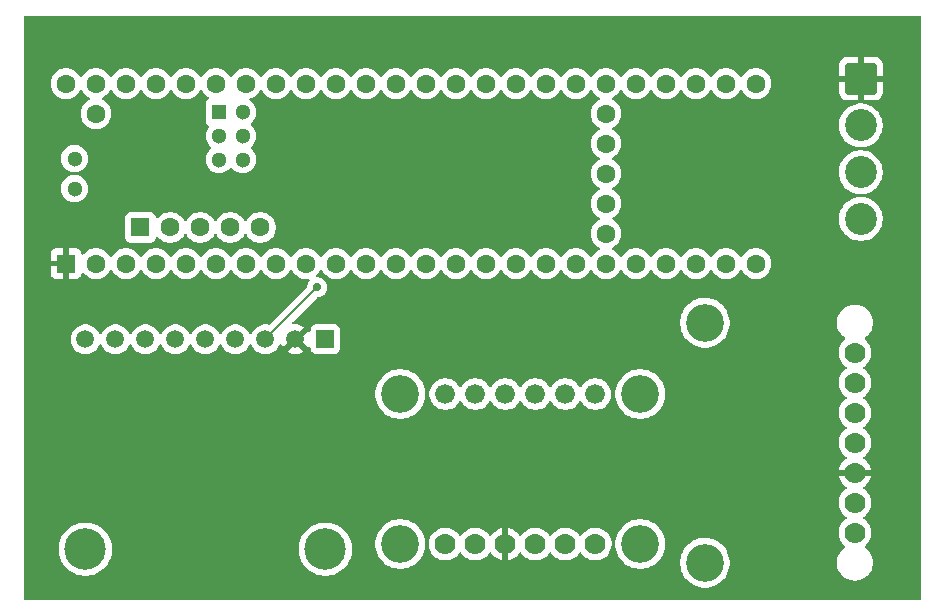
<source format=gbr>
%TF.GenerationSoftware,KiCad,Pcbnew,9.0.7-9.0.7~ubuntu24.04.1*%
%TF.CreationDate,2026-01-13T19:14:42-08:00*%
%TF.ProjectId,PIMU Suite,50494d55-2053-4756-9974-652e6b696361,4*%
%TF.SameCoordinates,Original*%
%TF.FileFunction,Copper,L2,Bot*%
%TF.FilePolarity,Positive*%
%FSLAX46Y46*%
G04 Gerber Fmt 4.6, Leading zero omitted, Abs format (unit mm)*
G04 Created by KiCad (PCBNEW 9.0.7-9.0.7~ubuntu24.04.1) date 2026-01-13 19:14:42*
%MOMM*%
%LPD*%
G01*
G04 APERTURE LIST*
G04 Aperture macros list*
%AMRoundRect*
0 Rectangle with rounded corners*
0 $1 Rounding radius*
0 $2 $3 $4 $5 $6 $7 $8 $9 X,Y pos of 4 corners*
0 Add a 4 corners polygon primitive as box body*
4,1,4,$2,$3,$4,$5,$6,$7,$8,$9,$2,$3,0*
0 Add four circle primitives for the rounded corners*
1,1,$1+$1,$2,$3*
1,1,$1+$1,$4,$5*
1,1,$1+$1,$6,$7*
1,1,$1+$1,$8,$9*
0 Add four rect primitives between the rounded corners*
20,1,$1+$1,$2,$3,$4,$5,0*
20,1,$1+$1,$4,$5,$6,$7,0*
20,1,$1+$1,$6,$7,$8,$9,0*
20,1,$1+$1,$8,$9,$2,$3,0*%
G04 Aperture macros list end*
%TA.AperFunction,ComponentPad*%
%ADD10RoundRect,0.250001X-1.099999X1.099999X-1.099999X-1.099999X1.099999X-1.099999X1.099999X1.099999X0*%
%TD*%
%TA.AperFunction,ComponentPad*%
%ADD11C,2.700000*%
%TD*%
%TA.AperFunction,ComponentPad*%
%ADD12C,1.778000*%
%TD*%
%TA.AperFunction,ComponentPad*%
%ADD13C,3.200000*%
%TD*%
%TA.AperFunction,ComponentPad*%
%ADD14C,1.676400*%
%TD*%
%TA.AperFunction,ComponentPad*%
%ADD15R,1.600000X1.600000*%
%TD*%
%TA.AperFunction,ComponentPad*%
%ADD16C,1.600000*%
%TD*%
%TA.AperFunction,ComponentPad*%
%ADD17R,1.300000X1.300000*%
%TD*%
%TA.AperFunction,ComponentPad*%
%ADD18C,1.300000*%
%TD*%
%TA.AperFunction,ComponentPad*%
%ADD19R,1.508000X1.508000*%
%TD*%
%TA.AperFunction,ComponentPad*%
%ADD20C,1.508000*%
%TD*%
%TA.AperFunction,ComponentPad*%
%ADD21C,3.516000*%
%TD*%
%TA.AperFunction,ViaPad*%
%ADD22C,0.700000*%
%TD*%
%TA.AperFunction,ViaPad*%
%ADD23C,0.889000*%
%TD*%
%TA.AperFunction,Conductor*%
%ADD24C,0.200000*%
%TD*%
G04 APERTURE END LIST*
D10*
%TO.P,JST1,1,Pin_1*%
%TO.N,GND*%
X177500000Y-78040000D03*
D11*
%TO.P,JST1,2,Pin_2*%
%TO.N,+5V*%
X177500000Y-82000000D03*
%TO.P,JST1,3,Pin_3*%
%TO.N,+3.3V*%
X177500000Y-85960000D03*
%TO.P,JST1,4,Pin_4*%
%TO.N,/TE*%
X177500000Y-89920000D03*
%TD*%
D12*
%TO.P,BMP1,1,VIN*%
%TO.N,+3.3V*%
X177000000Y-116490000D03*
%TO.P,BMP1,2,3Vo*%
%TO.N,unconnected-(BMP1-3Vo-Pad2)*%
X177000000Y-113950000D03*
%TO.P,BMP1,3,GND*%
%TO.N,GND*%
X177000000Y-111410000D03*
%TO.P,BMP1,4,SCK*%
%TO.N,/SCL_LINE*%
X177000000Y-108870000D03*
%TO.P,BMP1,5,SDO*%
%TO.N,unconnected-(BMP1-SDO-Pad5)*%
X177000000Y-106330000D03*
%TO.P,BMP1,6,SDI*%
%TO.N,/SDA_LINE*%
X177000000Y-103790000D03*
%TO.P,BMP1,7,CS*%
%TO.N,unconnected-(BMP1-CS-Pad7)*%
X177000000Y-101250000D03*
D13*
%TO.P,BMP1,P$1*%
%TO.N,N/C*%
X164300000Y-119030000D03*
X164300000Y-98710000D03*
%TD*%
D14*
%TO.P,IMU1,1,AD0*%
%TO.N,unconnected-(IMU1-AD0-Pad1)*%
X142310000Y-104750000D03*
%TO.P,IMU1,2,FSYNC_IN*%
%TO.N,unconnected-(IMU1-FSYNC_IN-Pad2)*%
X144850000Y-104750000D03*
%TO.P,IMU1,3,SCE*%
%TO.N,unconnected-(IMU1-SCE-Pad3)*%
X147390000Y-104750000D03*
%TO.P,IMU1,4,SDE*%
%TO.N,unconnected-(IMU1-SDE-Pad4)*%
X149930000Y-104750000D03*
%TO.P,IMU1,5,CS*%
%TO.N,unconnected-(IMU1-CS-Pad5)*%
X152470000Y-104750000D03*
%TO.P,IMU1,6*%
%TO.N,N/C*%
X155010000Y-104750000D03*
D12*
%TO.P,IMU1,7,VIN*%
%TO.N,+3.3V*%
X142310000Y-117450000D03*
%TO.P,IMU1,8,3Vo*%
%TO.N,unconnected-(IMU1-3Vo-Pad8)*%
X144850000Y-117450000D03*
%TO.P,IMU1,9,GND*%
%TO.N,GND*%
X147390000Y-117450000D03*
%TO.P,IMU1,10,SCL*%
%TO.N,/SCL_LINE*%
X149930000Y-117450000D03*
%TO.P,IMU1,11,SDA*%
%TO.N,/SDA_LINE*%
X152470000Y-117450000D03*
%TO.P,IMU1,12,INT1*%
%TO.N,unconnected-(IMU1-INT1-Pad12)*%
X155010000Y-117450000D03*
D13*
%TO.P,IMU1,P$1*%
%TO.N,N/C*%
X138500000Y-104750000D03*
X138500000Y-117450000D03*
X158820000Y-104750000D03*
X158820000Y-117450000D03*
%TD*%
D15*
%TO.P,TEENSY1,1,GND*%
%TO.N,GND*%
X110200000Y-93700000D03*
D16*
%TO.P,TEENSY1,2,0_RX1_CRX2_CS1*%
%TO.N,unconnected-(TEENSY1-0_RX1_CRX2_CS1-Pad2)*%
X112740000Y-93700000D03*
%TO.P,TEENSY1,3,1_TX1_CTX2_MISO1*%
%TO.N,unconnected-(TEENSY1-1_TX1_CTX2_MISO1-Pad3)*%
X115280000Y-93700000D03*
%TO.P,TEENSY1,4,2_OUT2*%
%TO.N,unconnected-(TEENSY1-2_OUT2-Pad4)*%
X117820000Y-93700000D03*
%TO.P,TEENSY1,5,3_LRCLK2*%
%TO.N,unconnected-(TEENSY1-3_LRCLK2-Pad5)*%
X120360000Y-93700000D03*
%TO.P,TEENSY1,6,4_BCLK2*%
%TO.N,unconnected-(TEENSY1-4_BCLK2-Pad6)*%
X122900000Y-93700000D03*
%TO.P,TEENSY1,7,5_IN2*%
%TO.N,unconnected-(TEENSY1-5_IN2-Pad7)*%
X125440000Y-93700000D03*
%TO.P,TEENSY1,8,6_OUT1D*%
%TO.N,unconnected-(TEENSY1-6_OUT1D-Pad8)*%
X127980000Y-93700000D03*
%TO.P,TEENSY1,9,7_RX2_OUT1A*%
%TO.N,unconnected-(TEENSY1-7_RX2_OUT1A-Pad9)*%
X130520000Y-93700000D03*
%TO.P,TEENSY1,10,8_TX2_IN1*%
%TO.N,unconnected-(TEENSY1-8_TX2_IN1-Pad10)*%
X133060000Y-93700000D03*
%TO.P,TEENSY1,11,9_OUT1C*%
%TO.N,unconnected-(TEENSY1-9_OUT1C-Pad11)*%
X135600000Y-93700000D03*
%TO.P,TEENSY1,12,10_CS_MQSR*%
%TO.N,/SD_CS*%
X138140000Y-93700000D03*
%TO.P,TEENSY1,13,11_MOSI_CTX1*%
%TO.N,/SD_MOSI*%
X140680000Y-93700000D03*
%TO.P,TEENSY1,14,12_MISO_MQSL*%
%TO.N,/SD_MISO*%
X143220000Y-93700000D03*
%TO.P,TEENSY1,15,3V3*%
%TO.N,unconnected-(TEENSY1-3V3-Pad15)*%
X145760000Y-93700000D03*
%TO.P,TEENSY1,16,24_A10_TX6_SCL2*%
%TO.N,/SCL_LINE*%
X148300000Y-93700000D03*
%TO.P,TEENSY1,17,25_A11_RX6_SDA2*%
%TO.N,/SDA_LINE*%
X150840000Y-93700000D03*
%TO.P,TEENSY1,18,26_A12_MOSI1*%
%TO.N,unconnected-(TEENSY1-26_A12_MOSI1-Pad18)*%
X153380000Y-93700000D03*
%TO.P,TEENSY1,19,27_A13_SCK1*%
%TO.N,unconnected-(TEENSY1-27_A13_SCK1-Pad19)*%
X155920000Y-93700000D03*
%TO.P,TEENSY1,20,28_RX7*%
%TO.N,unconnected-(TEENSY1-28_RX7-Pad20)*%
X158460000Y-93700000D03*
%TO.P,TEENSY1,21,29_TX7*%
%TO.N,unconnected-(TEENSY1-29_TX7-Pad21)*%
X161000000Y-93700000D03*
%TO.P,TEENSY1,22,30_CRX3*%
%TO.N,unconnected-(TEENSY1-30_CRX3-Pad22)*%
X163540000Y-93700000D03*
%TO.P,TEENSY1,23,31_CTX3*%
%TO.N,unconnected-(TEENSY1-31_CTX3-Pad23)*%
X166080000Y-93700000D03*
%TO.P,TEENSY1,24,32_OUT1B*%
%TO.N,unconnected-(TEENSY1-32_OUT1B-Pad24)*%
X168620000Y-93700000D03*
%TO.P,TEENSY1,25,33_MCLK2*%
%TO.N,/TE*%
X168620000Y-78460000D03*
%TO.P,TEENSY1,26,34_RX8*%
%TO.N,unconnected-(TEENSY1-34_RX8-Pad26)*%
X166080000Y-78460000D03*
%TO.P,TEENSY1,27,35_TX8*%
%TO.N,unconnected-(TEENSY1-35_TX8-Pad27)*%
X163540000Y-78460000D03*
%TO.P,TEENSY1,28,36_CS*%
%TO.N,unconnected-(TEENSY1-36_CS-Pad28)*%
X161000000Y-78460000D03*
%TO.P,TEENSY1,29,37_CS*%
%TO.N,unconnected-(TEENSY1-37_CS-Pad29)*%
X158460000Y-78460000D03*
%TO.P,TEENSY1,30,38_CS1_IN1*%
%TO.N,unconnected-(TEENSY1-38_CS1_IN1-Pad30)*%
X155920000Y-78460000D03*
%TO.P,TEENSY1,31,39_MISO1_OUT1A*%
%TO.N,unconnected-(TEENSY1-39_MISO1_OUT1A-Pad31)*%
X153380000Y-78460000D03*
%TO.P,TEENSY1,32,40_A16*%
%TO.N,unconnected-(TEENSY1-40_A16-Pad32)*%
X150840000Y-78460000D03*
%TO.P,TEENSY1,33,41_A17*%
%TO.N,unconnected-(TEENSY1-41_A17-Pad33)*%
X148300000Y-78460000D03*
%TO.P,TEENSY1,34,GND*%
%TO.N,unconnected-(TEENSY1-GND-Pad34)*%
X145760000Y-78460000D03*
%TO.P,TEENSY1,35,13_SCK_LED*%
%TO.N,/SD_SCK*%
X143220000Y-78460000D03*
%TO.P,TEENSY1,36,14_A0_TX3_SPDIF_OUT*%
%TO.N,unconnected-(TEENSY1-14_A0_TX3_SPDIF_OUT-Pad36)*%
X140680000Y-78460000D03*
%TO.P,TEENSY1,37,15_A1_RX3_SPDIF_IN*%
%TO.N,unconnected-(TEENSY1-15_A1_RX3_SPDIF_IN-Pad37)*%
X138140000Y-78460000D03*
%TO.P,TEENSY1,38,16_A2_RX4_SCL1*%
%TO.N,unconnected-(TEENSY1-16_A2_RX4_SCL1-Pad38)*%
X135600000Y-78460000D03*
%TO.P,TEENSY1,39,17_A3_TX4_SDA1*%
%TO.N,unconnected-(TEENSY1-17_A3_TX4_SDA1-Pad39)*%
X133060000Y-78460000D03*
%TO.P,TEENSY1,40,18_A4_SDA*%
%TO.N,unconnected-(TEENSY1-18_A4_SDA-Pad40)*%
X130520000Y-78460000D03*
%TO.P,TEENSY1,41,19_A5_SCL*%
%TO.N,unconnected-(TEENSY1-19_A5_SCL-Pad41)*%
X127980000Y-78460000D03*
%TO.P,TEENSY1,42,20_A6_TX5_LRCLK1*%
%TO.N,unconnected-(TEENSY1-20_A6_TX5_LRCLK1-Pad42)*%
X125440000Y-78460000D03*
%TO.P,TEENSY1,43,21_A7_RX5_BCLK1*%
%TO.N,unconnected-(TEENSY1-21_A7_RX5_BCLK1-Pad43)*%
X122900000Y-78460000D03*
%TO.P,TEENSY1,44,22_A8_CTX1*%
%TO.N,unconnected-(TEENSY1-22_A8_CTX1-Pad44)*%
X120360000Y-78460000D03*
%TO.P,TEENSY1,45,23_A9_CRX1_MCLK1*%
%TO.N,unconnected-(TEENSY1-23_A9_CRX1_MCLK1-Pad45)*%
X117820000Y-78460000D03*
%TO.P,TEENSY1,46,3V3*%
%TO.N,unconnected-(TEENSY1-3V3-Pad46)*%
X115280000Y-78460000D03*
%TO.P,TEENSY1,47,GND*%
%TO.N,unconnected-(TEENSY1-GND-Pad47)*%
X112740000Y-78460000D03*
%TO.P,TEENSY1,48,VIN*%
%TO.N,+5V*%
X110200000Y-78460000D03*
%TO.P,TEENSY1,49,VUSB*%
%TO.N,unconnected-(TEENSY1-VUSB-Pad49)*%
X112740000Y-81000000D03*
%TO.P,TEENSY1,50,VBAT*%
%TO.N,unconnected-(TEENSY1-VBAT-Pad50)*%
X155920000Y-91160000D03*
%TO.P,TEENSY1,51,3V3*%
%TO.N,unconnected-(TEENSY1-3V3-Pad51)*%
X155920000Y-88620000D03*
%TO.P,TEENSY1,52,GND*%
%TO.N,unconnected-(TEENSY1-GND-Pad52)*%
X155920000Y-86080000D03*
%TO.P,TEENSY1,53,PROGRAM*%
%TO.N,unconnected-(TEENSY1-PROGRAM-Pad53)*%
X155920000Y-83540000D03*
%TO.P,TEENSY1,54,ON_OFF*%
%TO.N,unconnected-(TEENSY1-ON_OFF-Pad54)*%
X155920000Y-81000000D03*
D15*
%TO.P,TEENSY1,55,5V*%
%TO.N,unconnected-(TEENSY1-5V-Pad55)*%
X116499200Y-90649200D03*
D16*
%TO.P,TEENSY1,56,D-*%
%TO.N,unconnected-(TEENSY1-D--Pad56)*%
X119039200Y-90649200D03*
%TO.P,TEENSY1,57,D+*%
%TO.N,unconnected-(TEENSY1-D+-Pad57)*%
X121579200Y-90649200D03*
%TO.P,TEENSY1,58,GND*%
%TO.N,unconnected-(TEENSY1-GND-Pad58)*%
X124119200Y-90649200D03*
%TO.P,TEENSY1,59,GND*%
%TO.N,unconnected-(TEENSY1-GND-Pad59)*%
X126659200Y-90649200D03*
D17*
%TO.P,TEENSY1,60,R+*%
%TO.N,unconnected-(TEENSY1-R+-Pad60)*%
X123170000Y-80898400D03*
D18*
%TO.P,TEENSY1,61,LED*%
%TO.N,unconnected-(TEENSY1-LED-Pad61)*%
X123170000Y-82898400D03*
%TO.P,TEENSY1,62,T-*%
%TO.N,unconnected-(TEENSY1-T--Pad62)*%
X123170000Y-84898400D03*
%TO.P,TEENSY1,63,T+*%
%TO.N,unconnected-(TEENSY1-T+-Pad63)*%
X125170000Y-84898400D03*
%TO.P,TEENSY1,64,GND*%
%TO.N,unconnected-(TEENSY1-GND-Pad64)*%
X125170000Y-82898400D03*
%TO.P,TEENSY1,65,R-*%
%TO.N,unconnected-(TEENSY1-R--Pad65)*%
X125170000Y-80898400D03*
%TO.P,TEENSY1,66,D-*%
%TO.N,unconnected-(TEENSY1-D--Pad66)*%
X110930000Y-84810000D03*
%TO.P,TEENSY1,67,D+*%
%TO.N,unconnected-(TEENSY1-D+-Pad67)*%
X110930000Y-87350000D03*
%TD*%
D19*
%TO.P,U2,1,3V*%
%TO.N,+3.3V*%
X132160000Y-100110000D03*
D20*
%TO.P,U2,2,GND*%
%TO.N,GND*%
X129620000Y-100110000D03*
%TO.P,U2,3,CLK*%
%TO.N,/SD_SCK*%
X127080000Y-100110000D03*
%TO.P,U2,4,D0/SO*%
%TO.N,/SD_MISO*%
X124540000Y-100110000D03*
%TO.P,U2,5,CMD/SI*%
%TO.N,/SD_MOSI*%
X122000000Y-100110000D03*
%TO.P,U2,6,D3/CS*%
%TO.N,/SD_CS*%
X119460000Y-100110000D03*
%TO.P,U2,7,DAT1*%
%TO.N,unconnected-(U2-DAT1-Pad7)*%
X116920000Y-100110000D03*
%TO.P,U2,8,DAT2*%
%TO.N,unconnected-(U2-DAT2-Pad8)*%
X114380000Y-100110000D03*
%TO.P,U2,9,DET*%
%TO.N,unconnected-(U2-DET-Pad9)*%
X111840000Y-100110000D03*
D21*
%TO.P,U2,S1*%
%TO.N,N/C*%
X132160000Y-117890000D03*
%TO.P,U2,S2*%
X111840000Y-117890000D03*
%TD*%
D22*
%TO.N,/SD_SCK*%
X131470000Y-95720000D03*
D23*
%TO.N,GND*%
X180500000Y-96000000D03*
%TD*%
D24*
%TO.N,/SD_SCK*%
X131470000Y-95720000D02*
X127080000Y-100110000D01*
X127080000Y-100110000D02*
X127080000Y-99920000D01*
%TD*%
%TA.AperFunction,Conductor*%
%TO.N,GND*%
G36*
X182562539Y-72720185D02*
G01*
X182608294Y-72772989D01*
X182619500Y-72824500D01*
X182619500Y-122075500D01*
X182599815Y-122142539D01*
X182547011Y-122188294D01*
X182495500Y-122199500D01*
X106744500Y-122199500D01*
X106677461Y-122179815D01*
X106631706Y-122127011D01*
X106620500Y-122075500D01*
X106620500Y-117741962D01*
X109581500Y-117741962D01*
X109581500Y-118038037D01*
X109613685Y-118282503D01*
X109620144Y-118331557D01*
X109696769Y-118617529D01*
X109746547Y-118737702D01*
X109810070Y-118891059D01*
X109810071Y-118891060D01*
X109958096Y-119147447D01*
X110138324Y-119382326D01*
X110138330Y-119382333D01*
X110347666Y-119591669D01*
X110347673Y-119591675D01*
X110582552Y-119771903D01*
X110838939Y-119919928D01*
X110838940Y-119919929D01*
X110838943Y-119919930D01*
X110838948Y-119919933D01*
X111112471Y-120033231D01*
X111398443Y-120109856D01*
X111691970Y-120148500D01*
X111691977Y-120148500D01*
X111988023Y-120148500D01*
X111988030Y-120148500D01*
X112281557Y-120109856D01*
X112567529Y-120033231D01*
X112841052Y-119919933D01*
X113097448Y-119771903D01*
X113332328Y-119591674D01*
X113541674Y-119382328D01*
X113721903Y-119147448D01*
X113869933Y-118891052D01*
X113983231Y-118617529D01*
X114059856Y-118331557D01*
X114098500Y-118038030D01*
X114098500Y-117741970D01*
X114098499Y-117741962D01*
X129901500Y-117741962D01*
X129901500Y-118038037D01*
X129933685Y-118282503D01*
X129940144Y-118331557D01*
X130016769Y-118617529D01*
X130066547Y-118737702D01*
X130130070Y-118891059D01*
X130130071Y-118891060D01*
X130278096Y-119147447D01*
X130458324Y-119382326D01*
X130458330Y-119382333D01*
X130667666Y-119591669D01*
X130667673Y-119591675D01*
X130902552Y-119771903D01*
X131158939Y-119919928D01*
X131158940Y-119919929D01*
X131158943Y-119919930D01*
X131158948Y-119919933D01*
X131432471Y-120033231D01*
X131718443Y-120109856D01*
X132011970Y-120148500D01*
X132011977Y-120148500D01*
X132308023Y-120148500D01*
X132308030Y-120148500D01*
X132601557Y-120109856D01*
X132887529Y-120033231D01*
X133161052Y-119919933D01*
X133417448Y-119771903D01*
X133652328Y-119591674D01*
X133861674Y-119382328D01*
X134041903Y-119147448D01*
X134189933Y-118891052D01*
X134303231Y-118617529D01*
X134379856Y-118331557D01*
X134418500Y-118038030D01*
X134418500Y-117741970D01*
X134379856Y-117448443D01*
X134343386Y-117312332D01*
X136399500Y-117312332D01*
X136399500Y-117587667D01*
X136399501Y-117587684D01*
X136435438Y-117860655D01*
X136435439Y-117860660D01*
X136435440Y-117860666D01*
X136438002Y-117870227D01*
X136506704Y-118126630D01*
X136612075Y-118381017D01*
X136612080Y-118381028D01*
X136649780Y-118446325D01*
X136749751Y-118619479D01*
X136749753Y-118619482D01*
X136749754Y-118619483D01*
X136917370Y-118837926D01*
X136917376Y-118837933D01*
X137112066Y-119032623D01*
X137112072Y-119032628D01*
X137330521Y-119200249D01*
X137483778Y-119288732D01*
X137568971Y-119337919D01*
X137568976Y-119337921D01*
X137568979Y-119337923D01*
X137823368Y-119443295D01*
X138089334Y-119514560D01*
X138362326Y-119550500D01*
X138362333Y-119550500D01*
X138637667Y-119550500D01*
X138637674Y-119550500D01*
X138910666Y-119514560D01*
X139176632Y-119443295D01*
X139431021Y-119337923D01*
X139669479Y-119200249D01*
X139887928Y-119032628D01*
X140082628Y-118837928D01*
X140250249Y-118619479D01*
X140387923Y-118381021D01*
X140493295Y-118126632D01*
X140564560Y-117860666D01*
X140600500Y-117587674D01*
X140600500Y-117340638D01*
X140920500Y-117340638D01*
X140920500Y-117559361D01*
X140954714Y-117775376D01*
X141022297Y-117983380D01*
X141022298Y-117983383D01*
X141081200Y-118098982D01*
X141109722Y-118154960D01*
X141121595Y-118178260D01*
X141250142Y-118355193D01*
X141404806Y-118509857D01*
X141555696Y-118619483D01*
X141581743Y-118638407D01*
X141651496Y-118673948D01*
X141776616Y-118737701D01*
X141776619Y-118737702D01*
X141880621Y-118771493D01*
X141984625Y-118805286D01*
X142084672Y-118821132D01*
X142200639Y-118839500D01*
X142200644Y-118839500D01*
X142419361Y-118839500D01*
X142524082Y-118822912D01*
X142635375Y-118805286D01*
X142843383Y-118737701D01*
X143038257Y-118638407D01*
X143137601Y-118566229D01*
X143215193Y-118509857D01*
X143215195Y-118509854D01*
X143215199Y-118509852D01*
X143369852Y-118355199D01*
X143479683Y-118204028D01*
X143535011Y-118161364D01*
X143604624Y-118155385D01*
X143666420Y-118187990D01*
X143680313Y-118204023D01*
X143772965Y-118331548D01*
X143790148Y-118355199D01*
X143944806Y-118509857D01*
X144095696Y-118619483D01*
X144121743Y-118638407D01*
X144191496Y-118673948D01*
X144316616Y-118737701D01*
X144316619Y-118737702D01*
X144420621Y-118771493D01*
X144524625Y-118805286D01*
X144624672Y-118821132D01*
X144740639Y-118839500D01*
X144740644Y-118839500D01*
X144959361Y-118839500D01*
X145064082Y-118822912D01*
X145175375Y-118805286D01*
X145383383Y-118737701D01*
X145578257Y-118638407D01*
X145677601Y-118566229D01*
X145755193Y-118509857D01*
X145755195Y-118509854D01*
X145755199Y-118509852D01*
X145909852Y-118355199D01*
X146019991Y-118203603D01*
X146075320Y-118160939D01*
X146144933Y-118154960D01*
X146206729Y-118187565D01*
X146220627Y-118203605D01*
X146330524Y-118354866D01*
X146330528Y-118354871D01*
X146485128Y-118509471D01*
X146485133Y-118509475D01*
X146662001Y-118637976D01*
X146856808Y-118737237D01*
X146856811Y-118737238D01*
X147064739Y-118804797D01*
X147139999Y-118816717D01*
X147140000Y-118816717D01*
X147140000Y-117883012D01*
X147197007Y-117915925D01*
X147324174Y-117950000D01*
X147455826Y-117950000D01*
X147582993Y-117915925D01*
X147640000Y-117883012D01*
X147640000Y-118816717D01*
X147715258Y-118804797D01*
X147715261Y-118804797D01*
X147923188Y-118737238D01*
X147923191Y-118737237D01*
X148117998Y-118637976D01*
X148294866Y-118509475D01*
X148294871Y-118509471D01*
X148449469Y-118354873D01*
X148559371Y-118203605D01*
X148614701Y-118160939D01*
X148684314Y-118154960D01*
X148746110Y-118187565D01*
X148760008Y-118203605D01*
X148870142Y-118355192D01*
X148870146Y-118355197D01*
X149024806Y-118509857D01*
X149175696Y-118619483D01*
X149201743Y-118638407D01*
X149271496Y-118673948D01*
X149396616Y-118737701D01*
X149396619Y-118737702D01*
X149500621Y-118771493D01*
X149604625Y-118805286D01*
X149704672Y-118821132D01*
X149820639Y-118839500D01*
X149820644Y-118839500D01*
X150039361Y-118839500D01*
X150144082Y-118822912D01*
X150255375Y-118805286D01*
X150463383Y-118737701D01*
X150658257Y-118638407D01*
X150757601Y-118566229D01*
X150835193Y-118509857D01*
X150835195Y-118509854D01*
X150835199Y-118509852D01*
X150989852Y-118355199D01*
X151099683Y-118204028D01*
X151155011Y-118161364D01*
X151224624Y-118155385D01*
X151286420Y-118187990D01*
X151300313Y-118204023D01*
X151392965Y-118331548D01*
X151410148Y-118355199D01*
X151564806Y-118509857D01*
X151715696Y-118619483D01*
X151741743Y-118638407D01*
X151811496Y-118673948D01*
X151936616Y-118737701D01*
X151936619Y-118737702D01*
X152040621Y-118771493D01*
X152144625Y-118805286D01*
X152244672Y-118821132D01*
X152360639Y-118839500D01*
X152360644Y-118839500D01*
X152579361Y-118839500D01*
X152684082Y-118822912D01*
X152795375Y-118805286D01*
X153003383Y-118737701D01*
X153198257Y-118638407D01*
X153297601Y-118566229D01*
X153375193Y-118509857D01*
X153375195Y-118509854D01*
X153375199Y-118509852D01*
X153529852Y-118355199D01*
X153639683Y-118204028D01*
X153695011Y-118161364D01*
X153764624Y-118155385D01*
X153826420Y-118187990D01*
X153840313Y-118204023D01*
X153932965Y-118331548D01*
X153950148Y-118355199D01*
X154104806Y-118509857D01*
X154255696Y-118619483D01*
X154281743Y-118638407D01*
X154351496Y-118673948D01*
X154476616Y-118737701D01*
X154476619Y-118737702D01*
X154580621Y-118771493D01*
X154684625Y-118805286D01*
X154784672Y-118821132D01*
X154900639Y-118839500D01*
X154900644Y-118839500D01*
X155119361Y-118839500D01*
X155224082Y-118822912D01*
X155335375Y-118805286D01*
X155543383Y-118737701D01*
X155738257Y-118638407D01*
X155837601Y-118566229D01*
X155915193Y-118509857D01*
X155915195Y-118509854D01*
X155915199Y-118509852D01*
X156069852Y-118355199D01*
X156069854Y-118355195D01*
X156069857Y-118355193D01*
X156158576Y-118233080D01*
X156198407Y-118178257D01*
X156297701Y-117983383D01*
X156365286Y-117775375D01*
X156387670Y-117634047D01*
X156399500Y-117559361D01*
X156399500Y-117340639D01*
X156397445Y-117327666D01*
X156397445Y-117327665D01*
X156395016Y-117312332D01*
X156719500Y-117312332D01*
X156719500Y-117587667D01*
X156719501Y-117587684D01*
X156755438Y-117860655D01*
X156755439Y-117860660D01*
X156755440Y-117860666D01*
X156758002Y-117870227D01*
X156826704Y-118126630D01*
X156932075Y-118381017D01*
X156932080Y-118381028D01*
X156969780Y-118446325D01*
X157069751Y-118619479D01*
X157069753Y-118619482D01*
X157069754Y-118619483D01*
X157237370Y-118837926D01*
X157237376Y-118837933D01*
X157432066Y-119032623D01*
X157432072Y-119032628D01*
X157650521Y-119200249D01*
X157803778Y-119288732D01*
X157888971Y-119337919D01*
X157888976Y-119337921D01*
X157888979Y-119337923D01*
X158143368Y-119443295D01*
X158409334Y-119514560D01*
X158682326Y-119550500D01*
X158682333Y-119550500D01*
X158957667Y-119550500D01*
X158957674Y-119550500D01*
X159230666Y-119514560D01*
X159496632Y-119443295D01*
X159751021Y-119337923D01*
X159989479Y-119200249D01*
X160207928Y-119032628D01*
X160348224Y-118892332D01*
X162199500Y-118892332D01*
X162199500Y-119167667D01*
X162199501Y-119167684D01*
X162235438Y-119440655D01*
X162235439Y-119440660D01*
X162235440Y-119440666D01*
X162255239Y-119514558D01*
X162306704Y-119706630D01*
X162412075Y-119961017D01*
X162412080Y-119961028D01*
X162453768Y-120033232D01*
X162549751Y-120199479D01*
X162549753Y-120199482D01*
X162549754Y-120199483D01*
X162717370Y-120417926D01*
X162717376Y-120417933D01*
X162912066Y-120612623D01*
X162912072Y-120612628D01*
X163130521Y-120780249D01*
X163283778Y-120868732D01*
X163368971Y-120917919D01*
X163368976Y-120917921D01*
X163368979Y-120917923D01*
X163623368Y-121023295D01*
X163889334Y-121094560D01*
X164162326Y-121130500D01*
X164162333Y-121130500D01*
X164437667Y-121130500D01*
X164437674Y-121130500D01*
X164710666Y-121094560D01*
X164976632Y-121023295D01*
X165231021Y-120917923D01*
X165469479Y-120780249D01*
X165687928Y-120612628D01*
X165882628Y-120417928D01*
X166050249Y-120199479D01*
X166187923Y-119961021D01*
X166293295Y-119706632D01*
X166364560Y-119440666D01*
X166400500Y-119167674D01*
X166400500Y-118892326D01*
X166364560Y-118619334D01*
X166293295Y-118353368D01*
X166187923Y-118098979D01*
X166187921Y-118098976D01*
X166187919Y-118098971D01*
X166138732Y-118013778D01*
X166050249Y-117860521D01*
X165959276Y-117741962D01*
X165882629Y-117642073D01*
X165882623Y-117642066D01*
X165687933Y-117447376D01*
X165687926Y-117447370D01*
X165469483Y-117279754D01*
X165469482Y-117279753D01*
X165469479Y-117279751D01*
X165362974Y-117218260D01*
X165231028Y-117142080D01*
X165231017Y-117142075D01*
X164976630Y-117036704D01*
X164843649Y-117001072D01*
X164710666Y-116965440D01*
X164710660Y-116965439D01*
X164710655Y-116965438D01*
X164437684Y-116929501D01*
X164437679Y-116929500D01*
X164437674Y-116929500D01*
X164162326Y-116929500D01*
X164162320Y-116929500D01*
X164162315Y-116929501D01*
X163889344Y-116965438D01*
X163889337Y-116965439D01*
X163889334Y-116965440D01*
X163833125Y-116980500D01*
X163623369Y-117036704D01*
X163368982Y-117142075D01*
X163368971Y-117142080D01*
X163130516Y-117279754D01*
X162912073Y-117447370D01*
X162912066Y-117447376D01*
X162717376Y-117642066D01*
X162717370Y-117642073D01*
X162549754Y-117860516D01*
X162412080Y-118098971D01*
X162412075Y-118098982D01*
X162306704Y-118353369D01*
X162235441Y-118619331D01*
X162235438Y-118619344D01*
X162199501Y-118892315D01*
X162199500Y-118892332D01*
X160348224Y-118892332D01*
X160402628Y-118837928D01*
X160570249Y-118619479D01*
X160707923Y-118381021D01*
X160813295Y-118126632D01*
X160884560Y-117860666D01*
X160920500Y-117587674D01*
X160920500Y-117312326D01*
X160884560Y-117039334D01*
X160813295Y-116773368D01*
X160707923Y-116518979D01*
X160707921Y-116518976D01*
X160707919Y-116518971D01*
X160637883Y-116397666D01*
X160570249Y-116280521D01*
X160402628Y-116062072D01*
X160402623Y-116062066D01*
X160207933Y-115867376D01*
X160207926Y-115867370D01*
X159989483Y-115699754D01*
X159989482Y-115699753D01*
X159989479Y-115699751D01*
X159871265Y-115631500D01*
X159751028Y-115562080D01*
X159751017Y-115562075D01*
X159496630Y-115456704D01*
X159363649Y-115421072D01*
X159230666Y-115385440D01*
X159230660Y-115385439D01*
X159230655Y-115385438D01*
X158957684Y-115349501D01*
X158957679Y-115349500D01*
X158957674Y-115349500D01*
X158682326Y-115349500D01*
X158682320Y-115349500D01*
X158682315Y-115349501D01*
X158409344Y-115385438D01*
X158409337Y-115385439D01*
X158409334Y-115385440D01*
X158353125Y-115400500D01*
X158143369Y-115456704D01*
X157888982Y-115562075D01*
X157888971Y-115562080D01*
X157650516Y-115699754D01*
X157432073Y-115867370D01*
X157432066Y-115867376D01*
X157237376Y-116062066D01*
X157237370Y-116062073D01*
X157069754Y-116280516D01*
X156932080Y-116518971D01*
X156932075Y-116518982D01*
X156826704Y-116773369D01*
X156779377Y-116950000D01*
X156756145Y-117036705D01*
X156755441Y-117039331D01*
X156755438Y-117039344D01*
X156719501Y-117312315D01*
X156719500Y-117312332D01*
X156395016Y-117312332D01*
X156368195Y-117142993D01*
X156365286Y-117124625D01*
X156313565Y-116965441D01*
X156297702Y-116916619D01*
X156297701Y-116916616D01*
X156263315Y-116849132D01*
X156198407Y-116721743D01*
X156179681Y-116695969D01*
X156069857Y-116544806D01*
X155915193Y-116390142D01*
X155738260Y-116261595D01*
X155738259Y-116261594D01*
X155738257Y-116261593D01*
X155675825Y-116229782D01*
X155543383Y-116162298D01*
X155543380Y-116162297D01*
X155335376Y-116094714D01*
X155119361Y-116060500D01*
X155119356Y-116060500D01*
X154900644Y-116060500D01*
X154900639Y-116060500D01*
X154684623Y-116094714D01*
X154476619Y-116162297D01*
X154476616Y-116162298D01*
X154281739Y-116261595D01*
X154104806Y-116390142D01*
X153950142Y-116544806D01*
X153840318Y-116695969D01*
X153784989Y-116738635D01*
X153715375Y-116744614D01*
X153653580Y-116712009D01*
X153639682Y-116695969D01*
X153529857Y-116544806D01*
X153375193Y-116390142D01*
X153198260Y-116261595D01*
X153198259Y-116261594D01*
X153198257Y-116261593D01*
X153135825Y-116229782D01*
X153003383Y-116162298D01*
X153003380Y-116162297D01*
X152795376Y-116094714D01*
X152579361Y-116060500D01*
X152579356Y-116060500D01*
X152360644Y-116060500D01*
X152360639Y-116060500D01*
X152144623Y-116094714D01*
X151936619Y-116162297D01*
X151936616Y-116162298D01*
X151741739Y-116261595D01*
X151564806Y-116390142D01*
X151410142Y-116544806D01*
X151300318Y-116695969D01*
X151244989Y-116738635D01*
X151175375Y-116744614D01*
X151113580Y-116712009D01*
X151099682Y-116695969D01*
X150989857Y-116544806D01*
X150835193Y-116390142D01*
X150658260Y-116261595D01*
X150658259Y-116261594D01*
X150658257Y-116261593D01*
X150595825Y-116229782D01*
X150463383Y-116162298D01*
X150463380Y-116162297D01*
X150255376Y-116094714D01*
X150039361Y-116060500D01*
X150039356Y-116060500D01*
X149820644Y-116060500D01*
X149820639Y-116060500D01*
X149604623Y-116094714D01*
X149396619Y-116162297D01*
X149396616Y-116162298D01*
X149201739Y-116261595D01*
X149024806Y-116390142D01*
X148870146Y-116544802D01*
X148870142Y-116544807D01*
X148760008Y-116696394D01*
X148704678Y-116739060D01*
X148635065Y-116745039D01*
X148573270Y-116712433D01*
X148559372Y-116696394D01*
X148449475Y-116545133D01*
X148449471Y-116545128D01*
X148294871Y-116390528D01*
X148294866Y-116390524D01*
X148117998Y-116262023D01*
X147923191Y-116162762D01*
X147923188Y-116162761D01*
X147715258Y-116095201D01*
X147640000Y-116083281D01*
X147640000Y-117016988D01*
X147582993Y-116984075D01*
X147455826Y-116950000D01*
X147324174Y-116950000D01*
X147197007Y-116984075D01*
X147140000Y-117016988D01*
X147140000Y-116083281D01*
X147064741Y-116095201D01*
X146856811Y-116162761D01*
X146856808Y-116162762D01*
X146662001Y-116262023D01*
X146485133Y-116390524D01*
X146485128Y-116390528D01*
X146330528Y-116545128D01*
X146330524Y-116545133D01*
X146220627Y-116696394D01*
X146165297Y-116739060D01*
X146095684Y-116745039D01*
X146033889Y-116712433D01*
X146019991Y-116696394D01*
X145909857Y-116544807D01*
X145909853Y-116544802D01*
X145755193Y-116390142D01*
X145578260Y-116261595D01*
X145578259Y-116261594D01*
X145578257Y-116261593D01*
X145515825Y-116229782D01*
X145383383Y-116162298D01*
X145383380Y-116162297D01*
X145175376Y-116094714D01*
X144959361Y-116060500D01*
X144959356Y-116060500D01*
X144740644Y-116060500D01*
X144740639Y-116060500D01*
X144524623Y-116094714D01*
X144316619Y-116162297D01*
X144316616Y-116162298D01*
X144121739Y-116261595D01*
X143944806Y-116390142D01*
X143790142Y-116544806D01*
X143680318Y-116695969D01*
X143624989Y-116738635D01*
X143555375Y-116744614D01*
X143493580Y-116712009D01*
X143479682Y-116695969D01*
X143369857Y-116544806D01*
X143215193Y-116390142D01*
X143038260Y-116261595D01*
X143038259Y-116261594D01*
X143038257Y-116261593D01*
X142975825Y-116229782D01*
X142843383Y-116162298D01*
X142843380Y-116162297D01*
X142635376Y-116094714D01*
X142419361Y-116060500D01*
X142419356Y-116060500D01*
X142200644Y-116060500D01*
X142200639Y-116060500D01*
X141984623Y-116094714D01*
X141776619Y-116162297D01*
X141776616Y-116162298D01*
X141581739Y-116261595D01*
X141404806Y-116390142D01*
X141250142Y-116544806D01*
X141121595Y-116721739D01*
X141022298Y-116916616D01*
X141022297Y-116916619D01*
X140954714Y-117124623D01*
X140920500Y-117340638D01*
X140600500Y-117340638D01*
X140600500Y-117312326D01*
X140564560Y-117039334D01*
X140493295Y-116773368D01*
X140387923Y-116518979D01*
X140387921Y-116518976D01*
X140387919Y-116518971D01*
X140317883Y-116397666D01*
X140250249Y-116280521D01*
X140082628Y-116062072D01*
X140082623Y-116062066D01*
X139887933Y-115867376D01*
X139887926Y-115867370D01*
X139669483Y-115699754D01*
X139669482Y-115699753D01*
X139669479Y-115699751D01*
X139551265Y-115631500D01*
X139431028Y-115562080D01*
X139431017Y-115562075D01*
X139176630Y-115456704D01*
X139043649Y-115421072D01*
X138910666Y-115385440D01*
X138910660Y-115385439D01*
X138910655Y-115385438D01*
X138637684Y-115349501D01*
X138637679Y-115349500D01*
X138637674Y-115349500D01*
X138362326Y-115349500D01*
X138362320Y-115349500D01*
X138362315Y-115349501D01*
X138089344Y-115385438D01*
X138089337Y-115385439D01*
X138089334Y-115385440D01*
X138033125Y-115400500D01*
X137823369Y-115456704D01*
X137568982Y-115562075D01*
X137568971Y-115562080D01*
X137330516Y-115699754D01*
X137112073Y-115867370D01*
X137112066Y-115867376D01*
X136917376Y-116062066D01*
X136917370Y-116062073D01*
X136749754Y-116280516D01*
X136612080Y-116518971D01*
X136612075Y-116518982D01*
X136506704Y-116773369D01*
X136459377Y-116950000D01*
X136436145Y-117036705D01*
X136435441Y-117039331D01*
X136435438Y-117039344D01*
X136399501Y-117312315D01*
X136399500Y-117312332D01*
X134343386Y-117312332D01*
X134303231Y-117162471D01*
X134189933Y-116888948D01*
X134189930Y-116888943D01*
X134189929Y-116888940D01*
X134189928Y-116888939D01*
X134041903Y-116632552D01*
X133861675Y-116397673D01*
X133861669Y-116397666D01*
X133652333Y-116188330D01*
X133652326Y-116188324D01*
X133417447Y-116008096D01*
X133161060Y-115860071D01*
X133161059Y-115860070D01*
X133161052Y-115860067D01*
X132887529Y-115746769D01*
X132601557Y-115670144D01*
X132552503Y-115663685D01*
X132308037Y-115631500D01*
X132308030Y-115631500D01*
X132011970Y-115631500D01*
X132011962Y-115631500D01*
X131732571Y-115668283D01*
X131718443Y-115670144D01*
X131623119Y-115695685D01*
X131432477Y-115746767D01*
X131432473Y-115746768D01*
X131432471Y-115746769D01*
X131432464Y-115746772D01*
X131158940Y-115860070D01*
X131158939Y-115860071D01*
X130902552Y-116008096D01*
X130667673Y-116188324D01*
X130667666Y-116188330D01*
X130458330Y-116397666D01*
X130458324Y-116397673D01*
X130278096Y-116632552D01*
X130130071Y-116888939D01*
X130130070Y-116888940D01*
X130098382Y-116965441D01*
X130032446Y-117124625D01*
X130016772Y-117162464D01*
X130016767Y-117162477D01*
X129940145Y-117448440D01*
X129940143Y-117448451D01*
X129901500Y-117741962D01*
X114098499Y-117741962D01*
X114059856Y-117448443D01*
X113983231Y-117162471D01*
X113869933Y-116888948D01*
X113869930Y-116888943D01*
X113869929Y-116888940D01*
X113869928Y-116888939D01*
X113721903Y-116632552D01*
X113541675Y-116397673D01*
X113541669Y-116397666D01*
X113332333Y-116188330D01*
X113332326Y-116188324D01*
X113097447Y-116008096D01*
X112841060Y-115860071D01*
X112841059Y-115860070D01*
X112841052Y-115860067D01*
X112567529Y-115746769D01*
X112281557Y-115670144D01*
X112232503Y-115663685D01*
X111988037Y-115631500D01*
X111988030Y-115631500D01*
X111691970Y-115631500D01*
X111691962Y-115631500D01*
X111412571Y-115668283D01*
X111398443Y-115670144D01*
X111303119Y-115695685D01*
X111112477Y-115746767D01*
X111112473Y-115746768D01*
X111112471Y-115746769D01*
X111112464Y-115746772D01*
X110838940Y-115860070D01*
X110838939Y-115860071D01*
X110582552Y-116008096D01*
X110347673Y-116188324D01*
X110347666Y-116188330D01*
X110138330Y-116397666D01*
X110138324Y-116397673D01*
X109958096Y-116632552D01*
X109810071Y-116888939D01*
X109810070Y-116888940D01*
X109778382Y-116965441D01*
X109712446Y-117124625D01*
X109696772Y-117162464D01*
X109696767Y-117162477D01*
X109620145Y-117448440D01*
X109620143Y-117448451D01*
X109581500Y-117741962D01*
X106620500Y-117741962D01*
X106620500Y-104612332D01*
X136399500Y-104612332D01*
X136399500Y-104887667D01*
X136399501Y-104887684D01*
X136435438Y-105160655D01*
X136435439Y-105160660D01*
X136435440Y-105160666D01*
X136471072Y-105293649D01*
X136506704Y-105426630D01*
X136612075Y-105681017D01*
X136612080Y-105681028D01*
X136694861Y-105824407D01*
X136749751Y-105919479D01*
X136749753Y-105919482D01*
X136749754Y-105919483D01*
X136917370Y-106137926D01*
X136917376Y-106137933D01*
X137112066Y-106332623D01*
X137112072Y-106332628D01*
X137330521Y-106500249D01*
X137483778Y-106588732D01*
X137568971Y-106637919D01*
X137568976Y-106637921D01*
X137568979Y-106637923D01*
X137823368Y-106743295D01*
X138089334Y-106814560D01*
X138362326Y-106850500D01*
X138362333Y-106850500D01*
X138637667Y-106850500D01*
X138637674Y-106850500D01*
X138910666Y-106814560D01*
X139176632Y-106743295D01*
X139431021Y-106637923D01*
X139669479Y-106500249D01*
X139887928Y-106332628D01*
X140082628Y-106137928D01*
X140250249Y-105919479D01*
X140387923Y-105681021D01*
X140493295Y-105426632D01*
X140564560Y-105160666D01*
X140600500Y-104887674D01*
X140600500Y-104644636D01*
X140971300Y-104644636D01*
X140971300Y-104855363D01*
X141004262Y-105063480D01*
X141069379Y-105263887D01*
X141116045Y-105355473D01*
X141151372Y-105424806D01*
X141165043Y-105451635D01*
X141288890Y-105622099D01*
X141437900Y-105771109D01*
X141597415Y-105887001D01*
X141608368Y-105894959D01*
X141728000Y-105955914D01*
X141796112Y-105990620D01*
X141796114Y-105990620D01*
X141796117Y-105990622D01*
X141839208Y-106004623D01*
X141996519Y-106055737D01*
X142204637Y-106088700D01*
X142204642Y-106088700D01*
X142415363Y-106088700D01*
X142623480Y-106055737D01*
X142823883Y-105990622D01*
X143011632Y-105894959D01*
X143107344Y-105825420D01*
X143182099Y-105771109D01*
X143182101Y-105771106D01*
X143182105Y-105771104D01*
X143331104Y-105622105D01*
X143331106Y-105622101D01*
X143331109Y-105622099D01*
X143454956Y-105451636D01*
X143454957Y-105451635D01*
X143454959Y-105451632D01*
X143469515Y-105423063D01*
X143517490Y-105372268D01*
X143585311Y-105355473D01*
X143651446Y-105378010D01*
X143690484Y-105423063D01*
X143692302Y-105426630D01*
X143705043Y-105451636D01*
X143828890Y-105622099D01*
X143977900Y-105771109D01*
X144137415Y-105887001D01*
X144148368Y-105894959D01*
X144268000Y-105955914D01*
X144336112Y-105990620D01*
X144336114Y-105990620D01*
X144336117Y-105990622D01*
X144379208Y-106004623D01*
X144536519Y-106055737D01*
X144744637Y-106088700D01*
X144744642Y-106088700D01*
X144955363Y-106088700D01*
X145163480Y-106055737D01*
X145363883Y-105990622D01*
X145551632Y-105894959D01*
X145647344Y-105825420D01*
X145722099Y-105771109D01*
X145722101Y-105771106D01*
X145722105Y-105771104D01*
X145871104Y-105622105D01*
X145871106Y-105622101D01*
X145871109Y-105622099D01*
X145994956Y-105451636D01*
X145994957Y-105451635D01*
X145994959Y-105451632D01*
X146009515Y-105423063D01*
X146057490Y-105372268D01*
X146125311Y-105355473D01*
X146191446Y-105378010D01*
X146230484Y-105423063D01*
X146232302Y-105426630D01*
X146245043Y-105451636D01*
X146368890Y-105622099D01*
X146517900Y-105771109D01*
X146677415Y-105887001D01*
X146688368Y-105894959D01*
X146808000Y-105955914D01*
X146876112Y-105990620D01*
X146876114Y-105990620D01*
X146876117Y-105990622D01*
X146919208Y-106004623D01*
X147076519Y-106055737D01*
X147284637Y-106088700D01*
X147284642Y-106088700D01*
X147495363Y-106088700D01*
X147703480Y-106055737D01*
X147903883Y-105990622D01*
X148091632Y-105894959D01*
X148187344Y-105825420D01*
X148262099Y-105771109D01*
X148262101Y-105771106D01*
X148262105Y-105771104D01*
X148411104Y-105622105D01*
X148411106Y-105622101D01*
X148411109Y-105622099D01*
X148534956Y-105451636D01*
X148534957Y-105451635D01*
X148534959Y-105451632D01*
X148549515Y-105423063D01*
X148597490Y-105372268D01*
X148665311Y-105355473D01*
X148731446Y-105378010D01*
X148770484Y-105423063D01*
X148772302Y-105426630D01*
X148785043Y-105451636D01*
X148908890Y-105622099D01*
X149057900Y-105771109D01*
X149217415Y-105887001D01*
X149228368Y-105894959D01*
X149348000Y-105955914D01*
X149416112Y-105990620D01*
X149416114Y-105990620D01*
X149416117Y-105990622D01*
X149459208Y-106004623D01*
X149616519Y-106055737D01*
X149824637Y-106088700D01*
X149824642Y-106088700D01*
X150035363Y-106088700D01*
X150243480Y-106055737D01*
X150443883Y-105990622D01*
X150631632Y-105894959D01*
X150727344Y-105825420D01*
X150802099Y-105771109D01*
X150802101Y-105771106D01*
X150802105Y-105771104D01*
X150951104Y-105622105D01*
X150951106Y-105622101D01*
X150951109Y-105622099D01*
X151074956Y-105451636D01*
X151074957Y-105451635D01*
X151074959Y-105451632D01*
X151089515Y-105423063D01*
X151137490Y-105372268D01*
X151205311Y-105355473D01*
X151271446Y-105378010D01*
X151310484Y-105423063D01*
X151312302Y-105426630D01*
X151325043Y-105451636D01*
X151448890Y-105622099D01*
X151597900Y-105771109D01*
X151757415Y-105887001D01*
X151768368Y-105894959D01*
X151888000Y-105955914D01*
X151956112Y-105990620D01*
X151956114Y-105990620D01*
X151956117Y-105990622D01*
X151999208Y-106004623D01*
X152156519Y-106055737D01*
X152364637Y-106088700D01*
X152364642Y-106088700D01*
X152575363Y-106088700D01*
X152783480Y-106055737D01*
X152983883Y-105990622D01*
X153171632Y-105894959D01*
X153267344Y-105825420D01*
X153342099Y-105771109D01*
X153342101Y-105771106D01*
X153342105Y-105771104D01*
X153491104Y-105622105D01*
X153491106Y-105622101D01*
X153491109Y-105622099D01*
X153614956Y-105451636D01*
X153614957Y-105451635D01*
X153614959Y-105451632D01*
X153629515Y-105423063D01*
X153677490Y-105372268D01*
X153745311Y-105355473D01*
X153811446Y-105378010D01*
X153850484Y-105423063D01*
X153852302Y-105426630D01*
X153865043Y-105451636D01*
X153988890Y-105622099D01*
X154137900Y-105771109D01*
X154297415Y-105887001D01*
X154308368Y-105894959D01*
X154428000Y-105955914D01*
X154496112Y-105990620D01*
X154496114Y-105990620D01*
X154496117Y-105990622D01*
X154539208Y-106004623D01*
X154696519Y-106055737D01*
X154904637Y-106088700D01*
X154904642Y-106088700D01*
X155115363Y-106088700D01*
X155323480Y-106055737D01*
X155523883Y-105990622D01*
X155711632Y-105894959D01*
X155807344Y-105825420D01*
X155882099Y-105771109D01*
X155882101Y-105771106D01*
X155882105Y-105771104D01*
X156031104Y-105622105D01*
X156031106Y-105622101D01*
X156031109Y-105622099D01*
X156085420Y-105547344D01*
X156154959Y-105451632D01*
X156250622Y-105263883D01*
X156315737Y-105063480D01*
X156332177Y-104959681D01*
X156348700Y-104855363D01*
X156348700Y-104644636D01*
X156346012Y-104627665D01*
X156343583Y-104612332D01*
X156719500Y-104612332D01*
X156719500Y-104887667D01*
X156719501Y-104887684D01*
X156755438Y-105160655D01*
X156755439Y-105160660D01*
X156755440Y-105160666D01*
X156791072Y-105293649D01*
X156826704Y-105426630D01*
X156932075Y-105681017D01*
X156932080Y-105681028D01*
X157014861Y-105824407D01*
X157069751Y-105919479D01*
X157069753Y-105919482D01*
X157069754Y-105919483D01*
X157237370Y-106137926D01*
X157237376Y-106137933D01*
X157432066Y-106332623D01*
X157432072Y-106332628D01*
X157650521Y-106500249D01*
X157803778Y-106588732D01*
X157888971Y-106637919D01*
X157888976Y-106637921D01*
X157888979Y-106637923D01*
X158143368Y-106743295D01*
X158409334Y-106814560D01*
X158682326Y-106850500D01*
X158682333Y-106850500D01*
X158957667Y-106850500D01*
X158957674Y-106850500D01*
X159230666Y-106814560D01*
X159496632Y-106743295D01*
X159751021Y-106637923D01*
X159989479Y-106500249D01*
X160207928Y-106332628D01*
X160402628Y-106137928D01*
X160570249Y-105919479D01*
X160707923Y-105681021D01*
X160813295Y-105426632D01*
X160884560Y-105160666D01*
X160920500Y-104887674D01*
X160920500Y-104612326D01*
X160884560Y-104339334D01*
X160813295Y-104073368D01*
X160707923Y-103818979D01*
X160707921Y-103818976D01*
X160707919Y-103818971D01*
X160628055Y-103680644D01*
X160570249Y-103580521D01*
X160402628Y-103362072D01*
X160402623Y-103362066D01*
X160207933Y-103167376D01*
X160207926Y-103167370D01*
X159989483Y-102999754D01*
X159989482Y-102999753D01*
X159989479Y-102999751D01*
X159894407Y-102944861D01*
X159751028Y-102862080D01*
X159751017Y-102862075D01*
X159496630Y-102756704D01*
X159363649Y-102721072D01*
X159230666Y-102685440D01*
X159230660Y-102685439D01*
X159230655Y-102685438D01*
X158957684Y-102649501D01*
X158957679Y-102649500D01*
X158957674Y-102649500D01*
X158682326Y-102649500D01*
X158682320Y-102649500D01*
X158682315Y-102649501D01*
X158409344Y-102685438D01*
X158409337Y-102685439D01*
X158409334Y-102685440D01*
X158353125Y-102700500D01*
X158143369Y-102756704D01*
X157888982Y-102862075D01*
X157888971Y-102862080D01*
X157650516Y-102999754D01*
X157432073Y-103167370D01*
X157432066Y-103167376D01*
X157237376Y-103362066D01*
X157237370Y-103362073D01*
X157069754Y-103580516D01*
X156932080Y-103818971D01*
X156932075Y-103818982D01*
X156826704Y-104073369D01*
X156755441Y-104339331D01*
X156755438Y-104339344D01*
X156719501Y-104612315D01*
X156719500Y-104612332D01*
X156343583Y-104612332D01*
X156315737Y-104436519D01*
X156278976Y-104323383D01*
X156250622Y-104236117D01*
X156250620Y-104236114D01*
X156250620Y-104236112D01*
X156189101Y-104115376D01*
X156154959Y-104048368D01*
X156147001Y-104037415D01*
X156031109Y-103877900D01*
X155882099Y-103728890D01*
X155711635Y-103605043D01*
X155711634Y-103605042D01*
X155711632Y-103605041D01*
X155653001Y-103575167D01*
X155523887Y-103509379D01*
X155323480Y-103444262D01*
X155115363Y-103411300D01*
X155115358Y-103411300D01*
X154904642Y-103411300D01*
X154904637Y-103411300D01*
X154696519Y-103444262D01*
X154496112Y-103509379D01*
X154308364Y-103605043D01*
X154137900Y-103728890D01*
X153988890Y-103877900D01*
X153865041Y-104048366D01*
X153850484Y-104076936D01*
X153802509Y-104127732D01*
X153734688Y-104144526D01*
X153668553Y-104121988D01*
X153629516Y-104076936D01*
X153614958Y-104048366D01*
X153491109Y-103877900D01*
X153342099Y-103728890D01*
X153171635Y-103605043D01*
X153171634Y-103605042D01*
X153171632Y-103605041D01*
X153113001Y-103575167D01*
X152983887Y-103509379D01*
X152783480Y-103444262D01*
X152575363Y-103411300D01*
X152575358Y-103411300D01*
X152364642Y-103411300D01*
X152364637Y-103411300D01*
X152156519Y-103444262D01*
X151956112Y-103509379D01*
X151768364Y-103605043D01*
X151597900Y-103728890D01*
X151448890Y-103877900D01*
X151325041Y-104048366D01*
X151310484Y-104076936D01*
X151262509Y-104127732D01*
X151194688Y-104144526D01*
X151128553Y-104121988D01*
X151089516Y-104076936D01*
X151074958Y-104048366D01*
X150951109Y-103877900D01*
X150802099Y-103728890D01*
X150631635Y-103605043D01*
X150631634Y-103605042D01*
X150631632Y-103605041D01*
X150573001Y-103575167D01*
X150443887Y-103509379D01*
X150243480Y-103444262D01*
X150035363Y-103411300D01*
X150035358Y-103411300D01*
X149824642Y-103411300D01*
X149824637Y-103411300D01*
X149616519Y-103444262D01*
X149416112Y-103509379D01*
X149228364Y-103605043D01*
X149057900Y-103728890D01*
X148908890Y-103877900D01*
X148785041Y-104048366D01*
X148770484Y-104076936D01*
X148722509Y-104127732D01*
X148654688Y-104144526D01*
X148588553Y-104121988D01*
X148549516Y-104076936D01*
X148534958Y-104048366D01*
X148411109Y-103877900D01*
X148262099Y-103728890D01*
X148091635Y-103605043D01*
X148091634Y-103605042D01*
X148091632Y-103605041D01*
X148033001Y-103575167D01*
X147903887Y-103509379D01*
X147703480Y-103444262D01*
X147495363Y-103411300D01*
X147495358Y-103411300D01*
X147284642Y-103411300D01*
X147284637Y-103411300D01*
X147076519Y-103444262D01*
X146876112Y-103509379D01*
X146688364Y-103605043D01*
X146517900Y-103728890D01*
X146368890Y-103877900D01*
X146245041Y-104048366D01*
X146230484Y-104076936D01*
X146182509Y-104127732D01*
X146114688Y-104144526D01*
X146048553Y-104121988D01*
X146009516Y-104076936D01*
X145994958Y-104048366D01*
X145871109Y-103877900D01*
X145722099Y-103728890D01*
X145551635Y-103605043D01*
X145551634Y-103605042D01*
X145551632Y-103605041D01*
X145493001Y-103575167D01*
X145363887Y-103509379D01*
X145163480Y-103444262D01*
X144955363Y-103411300D01*
X144955358Y-103411300D01*
X144744642Y-103411300D01*
X144744637Y-103411300D01*
X144536519Y-103444262D01*
X144336112Y-103509379D01*
X144148364Y-103605043D01*
X143977900Y-103728890D01*
X143828890Y-103877900D01*
X143705041Y-104048366D01*
X143690484Y-104076936D01*
X143642509Y-104127732D01*
X143574688Y-104144526D01*
X143508553Y-104121988D01*
X143469516Y-104076936D01*
X143454958Y-104048366D01*
X143331109Y-103877900D01*
X143182099Y-103728890D01*
X143011635Y-103605043D01*
X143011634Y-103605042D01*
X143011632Y-103605041D01*
X142953001Y-103575167D01*
X142823887Y-103509379D01*
X142623480Y-103444262D01*
X142415363Y-103411300D01*
X142415358Y-103411300D01*
X142204642Y-103411300D01*
X142204637Y-103411300D01*
X141996519Y-103444262D01*
X141796112Y-103509379D01*
X141608364Y-103605043D01*
X141437900Y-103728890D01*
X141288890Y-103877900D01*
X141165043Y-104048364D01*
X141069379Y-104236112D01*
X141004262Y-104436519D01*
X140971300Y-104644636D01*
X140600500Y-104644636D01*
X140600500Y-104612326D01*
X140564560Y-104339334D01*
X140493295Y-104073368D01*
X140387923Y-103818979D01*
X140387921Y-103818976D01*
X140387919Y-103818971D01*
X140308055Y-103680644D01*
X140250249Y-103580521D01*
X140082628Y-103362072D01*
X140082623Y-103362066D01*
X139887933Y-103167376D01*
X139887926Y-103167370D01*
X139669483Y-102999754D01*
X139669482Y-102999753D01*
X139669479Y-102999751D01*
X139574407Y-102944861D01*
X139431028Y-102862080D01*
X139431017Y-102862075D01*
X139176630Y-102756704D01*
X139043649Y-102721072D01*
X138910666Y-102685440D01*
X138910660Y-102685439D01*
X138910655Y-102685438D01*
X138637684Y-102649501D01*
X138637679Y-102649500D01*
X138637674Y-102649500D01*
X138362326Y-102649500D01*
X138362320Y-102649500D01*
X138362315Y-102649501D01*
X138089344Y-102685438D01*
X138089337Y-102685439D01*
X138089334Y-102685440D01*
X138033125Y-102700500D01*
X137823369Y-102756704D01*
X137568982Y-102862075D01*
X137568971Y-102862080D01*
X137330516Y-102999754D01*
X137112073Y-103167370D01*
X137112066Y-103167376D01*
X136917376Y-103362066D01*
X136917370Y-103362073D01*
X136749754Y-103580516D01*
X136612080Y-103818971D01*
X136612075Y-103818982D01*
X136506704Y-104073369D01*
X136435441Y-104339331D01*
X136435438Y-104339344D01*
X136399501Y-104612315D01*
X136399500Y-104612332D01*
X106620500Y-104612332D01*
X106620500Y-89801335D01*
X115198700Y-89801335D01*
X115198700Y-91497070D01*
X115198701Y-91497076D01*
X115205108Y-91556683D01*
X115255402Y-91691528D01*
X115255406Y-91691535D01*
X115341652Y-91806744D01*
X115341655Y-91806747D01*
X115456864Y-91892993D01*
X115456871Y-91892997D01*
X115591717Y-91943291D01*
X115591716Y-91943291D01*
X115598644Y-91944035D01*
X115651327Y-91949700D01*
X117347072Y-91949699D01*
X117406683Y-91943291D01*
X117541531Y-91892996D01*
X117656746Y-91806746D01*
X117742996Y-91691531D01*
X117793291Y-91556683D01*
X117797261Y-91519756D01*
X117823996Y-91455211D01*
X117881388Y-91415361D01*
X117951213Y-91412866D01*
X118011302Y-91448517D01*
X118020867Y-91460129D01*
X118047232Y-91496417D01*
X118191986Y-91641171D01*
X118326416Y-91738838D01*
X118357590Y-91761487D01*
X118446412Y-91806744D01*
X118539976Y-91854418D01*
X118539978Y-91854418D01*
X118539981Y-91854420D01*
X118644337Y-91888327D01*
X118734665Y-91917677D01*
X118835757Y-91933688D01*
X118936848Y-91949700D01*
X118936849Y-91949700D01*
X119141551Y-91949700D01*
X119141552Y-91949700D01*
X119343734Y-91917677D01*
X119538419Y-91854420D01*
X119720810Y-91761487D01*
X119817101Y-91691528D01*
X119886413Y-91641171D01*
X119886415Y-91641168D01*
X119886419Y-91641166D01*
X120031166Y-91496419D01*
X120031168Y-91496415D01*
X120031171Y-91496413D01*
X120151484Y-91330814D01*
X120151485Y-91330813D01*
X120151487Y-91330810D01*
X120198716Y-91238117D01*
X120246689Y-91187323D01*
X120314510Y-91170528D01*
X120380645Y-91193065D01*
X120419683Y-91238117D01*
X120432032Y-91262352D01*
X120466915Y-91330814D01*
X120587228Y-91496413D01*
X120731986Y-91641171D01*
X120866416Y-91738838D01*
X120897590Y-91761487D01*
X120986412Y-91806744D01*
X121079976Y-91854418D01*
X121079978Y-91854418D01*
X121079981Y-91854420D01*
X121184337Y-91888327D01*
X121274665Y-91917677D01*
X121375757Y-91933688D01*
X121476848Y-91949700D01*
X121476849Y-91949700D01*
X121681551Y-91949700D01*
X121681552Y-91949700D01*
X121883734Y-91917677D01*
X122078419Y-91854420D01*
X122260810Y-91761487D01*
X122357101Y-91691528D01*
X122426413Y-91641171D01*
X122426415Y-91641168D01*
X122426419Y-91641166D01*
X122571166Y-91496419D01*
X122571168Y-91496415D01*
X122571171Y-91496413D01*
X122691484Y-91330814D01*
X122691485Y-91330813D01*
X122691487Y-91330810D01*
X122738716Y-91238117D01*
X122786689Y-91187323D01*
X122854510Y-91170528D01*
X122920645Y-91193065D01*
X122959683Y-91238117D01*
X122972032Y-91262352D01*
X123006915Y-91330814D01*
X123127228Y-91496413D01*
X123271986Y-91641171D01*
X123406416Y-91738838D01*
X123437590Y-91761487D01*
X123526412Y-91806744D01*
X123619976Y-91854418D01*
X123619978Y-91854418D01*
X123619981Y-91854420D01*
X123724337Y-91888327D01*
X123814665Y-91917677D01*
X123915757Y-91933688D01*
X124016848Y-91949700D01*
X124016849Y-91949700D01*
X124221551Y-91949700D01*
X124221552Y-91949700D01*
X124423734Y-91917677D01*
X124618419Y-91854420D01*
X124800810Y-91761487D01*
X124897101Y-91691528D01*
X124966413Y-91641171D01*
X124966415Y-91641168D01*
X124966419Y-91641166D01*
X125111166Y-91496419D01*
X125111168Y-91496415D01*
X125111171Y-91496413D01*
X125231484Y-91330814D01*
X125231485Y-91330813D01*
X125231487Y-91330810D01*
X125278716Y-91238117D01*
X125326689Y-91187323D01*
X125394510Y-91170528D01*
X125460645Y-91193065D01*
X125499683Y-91238117D01*
X125512032Y-91262352D01*
X125546915Y-91330814D01*
X125667228Y-91496413D01*
X125811986Y-91641171D01*
X125946416Y-91738838D01*
X125977590Y-91761487D01*
X126066412Y-91806744D01*
X126159976Y-91854418D01*
X126159978Y-91854418D01*
X126159981Y-91854420D01*
X126264337Y-91888327D01*
X126354665Y-91917677D01*
X126455757Y-91933688D01*
X126556848Y-91949700D01*
X126556849Y-91949700D01*
X126761551Y-91949700D01*
X126761552Y-91949700D01*
X126963734Y-91917677D01*
X127158419Y-91854420D01*
X127340810Y-91761487D01*
X127437101Y-91691528D01*
X127506413Y-91641171D01*
X127506415Y-91641168D01*
X127506419Y-91641166D01*
X127651166Y-91496419D01*
X127651168Y-91496415D01*
X127651171Y-91496413D01*
X127711870Y-91412866D01*
X127771487Y-91330810D01*
X127864420Y-91148419D01*
X127927677Y-90953734D01*
X127959700Y-90751552D01*
X127959700Y-90546848D01*
X127927677Y-90344666D01*
X127864420Y-90149981D01*
X127864418Y-90149978D01*
X127864418Y-90149976D01*
X127818715Y-90060280D01*
X127771487Y-89967590D01*
X127754362Y-89944019D01*
X127651171Y-89801986D01*
X127506413Y-89657228D01*
X127340813Y-89536915D01*
X127340812Y-89536914D01*
X127340810Y-89536913D01*
X127283853Y-89507891D01*
X127158423Y-89443981D01*
X126963734Y-89380722D01*
X126789195Y-89353078D01*
X126761552Y-89348700D01*
X126556848Y-89348700D01*
X126532529Y-89352551D01*
X126354665Y-89380722D01*
X126159976Y-89443981D01*
X125977586Y-89536915D01*
X125811986Y-89657228D01*
X125667228Y-89801986D01*
X125546915Y-89967586D01*
X125499685Y-90060280D01*
X125451710Y-90111076D01*
X125383889Y-90127871D01*
X125317754Y-90105334D01*
X125278715Y-90060280D01*
X125269038Y-90041288D01*
X125231487Y-89967590D01*
X125214362Y-89944019D01*
X125111171Y-89801986D01*
X124966413Y-89657228D01*
X124800813Y-89536915D01*
X124800812Y-89536914D01*
X124800810Y-89536913D01*
X124743853Y-89507891D01*
X124618423Y-89443981D01*
X124423734Y-89380722D01*
X124249195Y-89353078D01*
X124221552Y-89348700D01*
X124016848Y-89348700D01*
X123992529Y-89352551D01*
X123814665Y-89380722D01*
X123619976Y-89443981D01*
X123437586Y-89536915D01*
X123271986Y-89657228D01*
X123127228Y-89801986D01*
X123006915Y-89967586D01*
X122959685Y-90060280D01*
X122911710Y-90111076D01*
X122843889Y-90127871D01*
X122777754Y-90105334D01*
X122738715Y-90060280D01*
X122729038Y-90041288D01*
X122691487Y-89967590D01*
X122674362Y-89944019D01*
X122571171Y-89801986D01*
X122426413Y-89657228D01*
X122260813Y-89536915D01*
X122260812Y-89536914D01*
X122260810Y-89536913D01*
X122203853Y-89507891D01*
X122078423Y-89443981D01*
X121883734Y-89380722D01*
X121709195Y-89353078D01*
X121681552Y-89348700D01*
X121476848Y-89348700D01*
X121452529Y-89352551D01*
X121274665Y-89380722D01*
X121079976Y-89443981D01*
X120897586Y-89536915D01*
X120731986Y-89657228D01*
X120587228Y-89801986D01*
X120466915Y-89967586D01*
X120419685Y-90060280D01*
X120371710Y-90111076D01*
X120303889Y-90127871D01*
X120237754Y-90105334D01*
X120198715Y-90060280D01*
X120189038Y-90041288D01*
X120151487Y-89967590D01*
X120134362Y-89944019D01*
X120031171Y-89801986D01*
X119886413Y-89657228D01*
X119720813Y-89536915D01*
X119720812Y-89536914D01*
X119720810Y-89536913D01*
X119663853Y-89507891D01*
X119538423Y-89443981D01*
X119343734Y-89380722D01*
X119169195Y-89353078D01*
X119141552Y-89348700D01*
X118936848Y-89348700D01*
X118912529Y-89352551D01*
X118734665Y-89380722D01*
X118539976Y-89443981D01*
X118357586Y-89536915D01*
X118191986Y-89657228D01*
X118047232Y-89801982D01*
X118020868Y-89838270D01*
X117965538Y-89880935D01*
X117895924Y-89886914D01*
X117834129Y-89854308D01*
X117799772Y-89793469D01*
X117797260Y-89778638D01*
X117796840Y-89774733D01*
X117793291Y-89741717D01*
X117742996Y-89606869D01*
X117742995Y-89606868D01*
X117742993Y-89606864D01*
X117656747Y-89491655D01*
X117656744Y-89491652D01*
X117541535Y-89405406D01*
X117541528Y-89405402D01*
X117406682Y-89355108D01*
X117406683Y-89355108D01*
X117347083Y-89348701D01*
X117347081Y-89348700D01*
X117347073Y-89348700D01*
X117347064Y-89348700D01*
X115651329Y-89348700D01*
X115651323Y-89348701D01*
X115591716Y-89355108D01*
X115456871Y-89405402D01*
X115456864Y-89405406D01*
X115341655Y-89491652D01*
X115341652Y-89491655D01*
X115255406Y-89606864D01*
X115255402Y-89606871D01*
X115205108Y-89741717D01*
X115198701Y-89801316D01*
X115198700Y-89801335D01*
X106620500Y-89801335D01*
X106620500Y-84719448D01*
X109779500Y-84719448D01*
X109779500Y-84900551D01*
X109807829Y-85079410D01*
X109863787Y-85251636D01*
X109863788Y-85251639D01*
X109946006Y-85412997D01*
X110052441Y-85559494D01*
X110052445Y-85559499D01*
X110180500Y-85687554D01*
X110180505Y-85687558D01*
X110302172Y-85775953D01*
X110327006Y-85793996D01*
X110414764Y-85838711D01*
X110488360Y-85876211D01*
X110488363Y-85876212D01*
X110574476Y-85904191D01*
X110660591Y-85932171D01*
X110733639Y-85943740D01*
X110820678Y-85957527D01*
X110883813Y-85987456D01*
X110920744Y-86046768D01*
X110919746Y-86116631D01*
X110881136Y-86174863D01*
X110820678Y-86202473D01*
X110660589Y-86227829D01*
X110488363Y-86283787D01*
X110488360Y-86283788D01*
X110327002Y-86366006D01*
X110180505Y-86472441D01*
X110180500Y-86472445D01*
X110052445Y-86600500D01*
X110052441Y-86600505D01*
X109946006Y-86747002D01*
X109863788Y-86908360D01*
X109863787Y-86908363D01*
X109807829Y-87080589D01*
X109779500Y-87259448D01*
X109779500Y-87440551D01*
X109807829Y-87619410D01*
X109863787Y-87791636D01*
X109863788Y-87791639D01*
X109946006Y-87952997D01*
X110052441Y-88099494D01*
X110052445Y-88099499D01*
X110180500Y-88227554D01*
X110180505Y-88227558D01*
X110308287Y-88320396D01*
X110327006Y-88333996D01*
X110413494Y-88378064D01*
X110488360Y-88416211D01*
X110488363Y-88416212D01*
X110574476Y-88444191D01*
X110660591Y-88472171D01*
X110743429Y-88485291D01*
X110839449Y-88500500D01*
X110839454Y-88500500D01*
X111020551Y-88500500D01*
X111107259Y-88486765D01*
X111199409Y-88472171D01*
X111371639Y-88416211D01*
X111532994Y-88333996D01*
X111679501Y-88227553D01*
X111807553Y-88099501D01*
X111913996Y-87952994D01*
X111996211Y-87791639D01*
X112052171Y-87619409D01*
X112070777Y-87501936D01*
X112080500Y-87440551D01*
X112080500Y-87259448D01*
X112064019Y-87155397D01*
X112052171Y-87080591D01*
X112022831Y-86990289D01*
X111996212Y-86908363D01*
X111996211Y-86908360D01*
X111930915Y-86780212D01*
X111913996Y-86747006D01*
X111900396Y-86728287D01*
X111807558Y-86600505D01*
X111807554Y-86600500D01*
X111679499Y-86472445D01*
X111679494Y-86472441D01*
X111532997Y-86366006D01*
X111532996Y-86366005D01*
X111532994Y-86366004D01*
X111446218Y-86321789D01*
X111371639Y-86283788D01*
X111371636Y-86283787D01*
X111199410Y-86227829D01*
X111039321Y-86202473D01*
X110976186Y-86172544D01*
X110939255Y-86113232D01*
X110940253Y-86043370D01*
X110978863Y-85985137D01*
X111039321Y-85957527D01*
X111109425Y-85946422D01*
X111199409Y-85932171D01*
X111371639Y-85876211D01*
X111532994Y-85793996D01*
X111679501Y-85687553D01*
X111807553Y-85559501D01*
X111913996Y-85412994D01*
X111996211Y-85251639D01*
X112052171Y-85079409D01*
X112075882Y-84929706D01*
X112080500Y-84900551D01*
X112080500Y-84719448D01*
X112056153Y-84565733D01*
X112052171Y-84540591D01*
X112012360Y-84418064D01*
X111996212Y-84368363D01*
X111996211Y-84368360D01*
X111959036Y-84295402D01*
X111913996Y-84207006D01*
X111893907Y-84179356D01*
X111807558Y-84060505D01*
X111807554Y-84060500D01*
X111679499Y-83932445D01*
X111679494Y-83932441D01*
X111532997Y-83826006D01*
X111532996Y-83826005D01*
X111532994Y-83826004D01*
X111478192Y-83798081D01*
X111371639Y-83743788D01*
X111371636Y-83743787D01*
X111199410Y-83687829D01*
X111020551Y-83659500D01*
X111020546Y-83659500D01*
X110839454Y-83659500D01*
X110839449Y-83659500D01*
X110660589Y-83687829D01*
X110488363Y-83743787D01*
X110488360Y-83743788D01*
X110327002Y-83826006D01*
X110180505Y-83932441D01*
X110180500Y-83932445D01*
X110052445Y-84060500D01*
X110052441Y-84060505D01*
X109946006Y-84207002D01*
X109863788Y-84368360D01*
X109863787Y-84368363D01*
X109807829Y-84540589D01*
X109779500Y-84719448D01*
X106620500Y-84719448D01*
X106620500Y-78357648D01*
X108899500Y-78357648D01*
X108899500Y-78562351D01*
X108931522Y-78764534D01*
X108994781Y-78959223D01*
X109087715Y-79141613D01*
X109208028Y-79307213D01*
X109352786Y-79451971D01*
X109507749Y-79564556D01*
X109518390Y-79572287D01*
X109589156Y-79608344D01*
X109700776Y-79665218D01*
X109700778Y-79665218D01*
X109700781Y-79665220D01*
X109732146Y-79675411D01*
X109895465Y-79728477D01*
X109938613Y-79735311D01*
X110097648Y-79760500D01*
X110097649Y-79760500D01*
X110302351Y-79760500D01*
X110302352Y-79760500D01*
X110504534Y-79728477D01*
X110699219Y-79665220D01*
X110881610Y-79572287D01*
X110974590Y-79504732D01*
X111047213Y-79451971D01*
X111047215Y-79451968D01*
X111047219Y-79451966D01*
X111191966Y-79307219D01*
X111191968Y-79307215D01*
X111191971Y-79307213D01*
X111312284Y-79141614D01*
X111312285Y-79141613D01*
X111312287Y-79141610D01*
X111359516Y-79048917D01*
X111407489Y-78998123D01*
X111475310Y-78981328D01*
X111541445Y-79003865D01*
X111580485Y-79048919D01*
X111627715Y-79141614D01*
X111748028Y-79307213D01*
X111892786Y-79451971D01*
X112047749Y-79564556D01*
X112058390Y-79572287D01*
X112125052Y-79606253D01*
X112151080Y-79619515D01*
X112201876Y-79667490D01*
X112218671Y-79735311D01*
X112196134Y-79801446D01*
X112151080Y-79840485D01*
X112058386Y-79887715D01*
X111892786Y-80008028D01*
X111748028Y-80152786D01*
X111627715Y-80318386D01*
X111534781Y-80500776D01*
X111471522Y-80695465D01*
X111439500Y-80897648D01*
X111439500Y-81102351D01*
X111471522Y-81304534D01*
X111534781Y-81499223D01*
X111584230Y-81596270D01*
X111627712Y-81681609D01*
X111627715Y-81681613D01*
X111748028Y-81847213D01*
X111892786Y-81991971D01*
X112047749Y-82104556D01*
X112058390Y-82112287D01*
X112151080Y-82159515D01*
X112240776Y-82205218D01*
X112240778Y-82205218D01*
X112240781Y-82205220D01*
X112345137Y-82239127D01*
X112435465Y-82268477D01*
X112454697Y-82271523D01*
X112637648Y-82300500D01*
X112637649Y-82300500D01*
X112842351Y-82300500D01*
X112842352Y-82300500D01*
X113044534Y-82268477D01*
X113239219Y-82205220D01*
X113421610Y-82112287D01*
X113522786Y-82038779D01*
X113587213Y-81991971D01*
X113587215Y-81991968D01*
X113587219Y-81991966D01*
X113731966Y-81847219D01*
X113731968Y-81847215D01*
X113731971Y-81847213D01*
X113784732Y-81774590D01*
X113852287Y-81681610D01*
X113945220Y-81499219D01*
X114008477Y-81304534D01*
X114040500Y-81102352D01*
X114040500Y-80897648D01*
X114021433Y-80777263D01*
X114008477Y-80695465D01*
X113945218Y-80500776D01*
X113911503Y-80434607D01*
X113852287Y-80318390D01*
X113835585Y-80295402D01*
X113731971Y-80152786D01*
X113587213Y-80008028D01*
X113421614Y-79887715D01*
X113405501Y-79879505D01*
X113328917Y-79840483D01*
X113278123Y-79792511D01*
X113261328Y-79724690D01*
X113283865Y-79658555D01*
X113328917Y-79619516D01*
X113421610Y-79572287D01*
X113442770Y-79556913D01*
X113587213Y-79451971D01*
X113587215Y-79451968D01*
X113587219Y-79451966D01*
X113731966Y-79307219D01*
X113731968Y-79307215D01*
X113731971Y-79307213D01*
X113852284Y-79141614D01*
X113852285Y-79141613D01*
X113852287Y-79141610D01*
X113899516Y-79048917D01*
X113947489Y-78998123D01*
X114015310Y-78981328D01*
X114081445Y-79003865D01*
X114120485Y-79048919D01*
X114167715Y-79141614D01*
X114288028Y-79307213D01*
X114432786Y-79451971D01*
X114587749Y-79564556D01*
X114598390Y-79572287D01*
X114669156Y-79608344D01*
X114780776Y-79665218D01*
X114780778Y-79665218D01*
X114780781Y-79665220D01*
X114812146Y-79675411D01*
X114975465Y-79728477D01*
X115018613Y-79735311D01*
X115177648Y-79760500D01*
X115177649Y-79760500D01*
X115382351Y-79760500D01*
X115382352Y-79760500D01*
X115584534Y-79728477D01*
X115779219Y-79665220D01*
X115961610Y-79572287D01*
X116054590Y-79504732D01*
X116127213Y-79451971D01*
X116127215Y-79451968D01*
X116127219Y-79451966D01*
X116271966Y-79307219D01*
X116271968Y-79307215D01*
X116271971Y-79307213D01*
X116392284Y-79141614D01*
X116392285Y-79141613D01*
X116392287Y-79141610D01*
X116439516Y-79048917D01*
X116487489Y-78998123D01*
X116555310Y-78981328D01*
X116621445Y-79003865D01*
X116660485Y-79048919D01*
X116707715Y-79141614D01*
X116828028Y-79307213D01*
X116972786Y-79451971D01*
X117127749Y-79564556D01*
X117138390Y-79572287D01*
X117209156Y-79608344D01*
X117320776Y-79665218D01*
X117320778Y-79665218D01*
X117320781Y-79665220D01*
X117352146Y-79675411D01*
X117515465Y-79728477D01*
X117558613Y-79735311D01*
X117717648Y-79760500D01*
X117717649Y-79760500D01*
X117922351Y-79760500D01*
X117922352Y-79760500D01*
X118124534Y-79728477D01*
X118319219Y-79665220D01*
X118501610Y-79572287D01*
X118594590Y-79504732D01*
X118667213Y-79451971D01*
X118667215Y-79451968D01*
X118667219Y-79451966D01*
X118811966Y-79307219D01*
X118811968Y-79307215D01*
X118811971Y-79307213D01*
X118932284Y-79141614D01*
X118932285Y-79141613D01*
X118932287Y-79141610D01*
X118979516Y-79048917D01*
X119027489Y-78998123D01*
X119095310Y-78981328D01*
X119161445Y-79003865D01*
X119200485Y-79048919D01*
X119247715Y-79141614D01*
X119368028Y-79307213D01*
X119512786Y-79451971D01*
X119667749Y-79564556D01*
X119678390Y-79572287D01*
X119749156Y-79608344D01*
X119860776Y-79665218D01*
X119860778Y-79665218D01*
X119860781Y-79665220D01*
X119892146Y-79675411D01*
X120055465Y-79728477D01*
X120098613Y-79735311D01*
X120257648Y-79760500D01*
X120257649Y-79760500D01*
X120462351Y-79760500D01*
X120462352Y-79760500D01*
X120664534Y-79728477D01*
X120859219Y-79665220D01*
X121041610Y-79572287D01*
X121134590Y-79504732D01*
X121207213Y-79451971D01*
X121207215Y-79451968D01*
X121207219Y-79451966D01*
X121351966Y-79307219D01*
X121351968Y-79307215D01*
X121351971Y-79307213D01*
X121472284Y-79141614D01*
X121472285Y-79141613D01*
X121472287Y-79141610D01*
X121519516Y-79048917D01*
X121567489Y-78998123D01*
X121635310Y-78981328D01*
X121701445Y-79003865D01*
X121740485Y-79048919D01*
X121787715Y-79141614D01*
X121908028Y-79307213D01*
X122052786Y-79451971D01*
X122218385Y-79572284D01*
X122218387Y-79572285D01*
X122218390Y-79572287D01*
X122251429Y-79589121D01*
X122260877Y-79593935D01*
X122311673Y-79641909D01*
X122328468Y-79709730D01*
X122305931Y-79775865D01*
X122278894Y-79803686D01*
X122162452Y-79890855D01*
X122076206Y-80006064D01*
X122076202Y-80006071D01*
X122025908Y-80140917D01*
X122019501Y-80200516D01*
X122019500Y-80200535D01*
X122019500Y-81596270D01*
X122019501Y-81596276D01*
X122025908Y-81655883D01*
X122076202Y-81790728D01*
X122076206Y-81790735D01*
X122142066Y-81878711D01*
X122162454Y-81905946D01*
X122263125Y-81981308D01*
X122304996Y-82037242D01*
X122309980Y-82106934D01*
X122289132Y-82153460D01*
X122186006Y-82295402D01*
X122103788Y-82456760D01*
X122103787Y-82456763D01*
X122047829Y-82628989D01*
X122019500Y-82807848D01*
X122019500Y-82988951D01*
X122047829Y-83167810D01*
X122103787Y-83340036D01*
X122103788Y-83340039D01*
X122186006Y-83501397D01*
X122292441Y-83647894D01*
X122292445Y-83647899D01*
X122420500Y-83775954D01*
X122450956Y-83798082D01*
X122493621Y-83853413D01*
X122499600Y-83923026D01*
X122466994Y-83984821D01*
X122450956Y-83998718D01*
X122420500Y-84020845D01*
X122292445Y-84148900D01*
X122292441Y-84148905D01*
X122186006Y-84295402D01*
X122103788Y-84456760D01*
X122103787Y-84456763D01*
X122047829Y-84628989D01*
X122019500Y-84807848D01*
X122019500Y-84988951D01*
X122047829Y-85167810D01*
X122103787Y-85340036D01*
X122103788Y-85340039D01*
X122186006Y-85501397D01*
X122292441Y-85647894D01*
X122292445Y-85647899D01*
X122420500Y-85775954D01*
X122420505Y-85775958D01*
X122506878Y-85838711D01*
X122567006Y-85882396D01*
X122664692Y-85932170D01*
X122728360Y-85964611D01*
X122728363Y-85964612D01*
X122798672Y-85987456D01*
X122900591Y-86020571D01*
X122983429Y-86033691D01*
X123079449Y-86048900D01*
X123079454Y-86048900D01*
X123260551Y-86048900D01*
X123347259Y-86035165D01*
X123439409Y-86020571D01*
X123611639Y-85964611D01*
X123772994Y-85882396D01*
X123919501Y-85775953D01*
X124047553Y-85647901D01*
X124069681Y-85617443D01*
X124125011Y-85574778D01*
X124194624Y-85568799D01*
X124256420Y-85601404D01*
X124270319Y-85617444D01*
X124292447Y-85647901D01*
X124420500Y-85775954D01*
X124420505Y-85775958D01*
X124506878Y-85838711D01*
X124567006Y-85882396D01*
X124664692Y-85932170D01*
X124728360Y-85964611D01*
X124728363Y-85964612D01*
X124798672Y-85987456D01*
X124900591Y-86020571D01*
X124983429Y-86033691D01*
X125079449Y-86048900D01*
X125079454Y-86048900D01*
X125260551Y-86048900D01*
X125347259Y-86035165D01*
X125439409Y-86020571D01*
X125611639Y-85964611D01*
X125772994Y-85882396D01*
X125919501Y-85775953D01*
X126047553Y-85647901D01*
X126153996Y-85501394D01*
X126236211Y-85340039D01*
X126292171Y-85167809D01*
X126306765Y-85075659D01*
X126320500Y-84988951D01*
X126320500Y-84807848D01*
X126303341Y-84699515D01*
X126292171Y-84628991D01*
X126236211Y-84456761D01*
X126236211Y-84456760D01*
X126200774Y-84387213D01*
X126153996Y-84295406D01*
X126100383Y-84221613D01*
X126047558Y-84148905D01*
X126047554Y-84148900D01*
X125919501Y-84020847D01*
X125889044Y-83998719D01*
X125846378Y-83943389D01*
X125840399Y-83873776D01*
X125873004Y-83811980D01*
X125889044Y-83798081D01*
X125919501Y-83775953D01*
X126047553Y-83647901D01*
X126153996Y-83501394D01*
X126236211Y-83340039D01*
X126292171Y-83167809D01*
X126312291Y-83040776D01*
X126320500Y-82988951D01*
X126320500Y-82807848D01*
X126302274Y-82692781D01*
X126292171Y-82628991D01*
X126236211Y-82456761D01*
X126236211Y-82456760D01*
X126187818Y-82361785D01*
X126153996Y-82295406D01*
X126090122Y-82207490D01*
X126047558Y-82148905D01*
X126047554Y-82148900D01*
X125919501Y-82020847D01*
X125889044Y-81998719D01*
X125846378Y-81943389D01*
X125840399Y-81873776D01*
X125873004Y-81811980D01*
X125889044Y-81798081D01*
X125899155Y-81790735D01*
X125919501Y-81775953D01*
X126047553Y-81647901D01*
X126153996Y-81501394D01*
X126236211Y-81340039D01*
X126292171Y-81167809D01*
X126306765Y-81075659D01*
X126320500Y-80988951D01*
X126320500Y-80807848D01*
X126304019Y-80703797D01*
X126292171Y-80628991D01*
X126250512Y-80500776D01*
X126236212Y-80456763D01*
X126236211Y-80456760D01*
X126207740Y-80400884D01*
X126153996Y-80295406D01*
X126085055Y-80200516D01*
X126047558Y-80148905D01*
X126047554Y-80148900D01*
X125919499Y-80020845D01*
X125919494Y-80020841D01*
X125784258Y-79922587D01*
X125741592Y-79867258D01*
X125735613Y-79797644D01*
X125768218Y-79735849D01*
X125818823Y-79704338D01*
X125939219Y-79665220D01*
X126121610Y-79572287D01*
X126214590Y-79504732D01*
X126287213Y-79451971D01*
X126287215Y-79451968D01*
X126287219Y-79451966D01*
X126431966Y-79307219D01*
X126431968Y-79307215D01*
X126431971Y-79307213D01*
X126552284Y-79141614D01*
X126552285Y-79141613D01*
X126552287Y-79141610D01*
X126599516Y-79048917D01*
X126647489Y-78998123D01*
X126715310Y-78981328D01*
X126781445Y-79003865D01*
X126820485Y-79048919D01*
X126867715Y-79141614D01*
X126988028Y-79307213D01*
X127132786Y-79451971D01*
X127287749Y-79564556D01*
X127298390Y-79572287D01*
X127369156Y-79608344D01*
X127480776Y-79665218D01*
X127480778Y-79665218D01*
X127480781Y-79665220D01*
X127512146Y-79675411D01*
X127675465Y-79728477D01*
X127718613Y-79735311D01*
X127877648Y-79760500D01*
X127877649Y-79760500D01*
X128082351Y-79760500D01*
X128082352Y-79760500D01*
X128284534Y-79728477D01*
X128479219Y-79665220D01*
X128661610Y-79572287D01*
X128754590Y-79504732D01*
X128827213Y-79451971D01*
X128827215Y-79451968D01*
X128827219Y-79451966D01*
X128971966Y-79307219D01*
X128971968Y-79307215D01*
X128971971Y-79307213D01*
X129092284Y-79141614D01*
X129092285Y-79141613D01*
X129092287Y-79141610D01*
X129139516Y-79048917D01*
X129187489Y-78998123D01*
X129255310Y-78981328D01*
X129321445Y-79003865D01*
X129360485Y-79048919D01*
X129407715Y-79141614D01*
X129528028Y-79307213D01*
X129672786Y-79451971D01*
X129827749Y-79564556D01*
X129838390Y-79572287D01*
X129909156Y-79608344D01*
X130020776Y-79665218D01*
X130020778Y-79665218D01*
X130020781Y-79665220D01*
X130052146Y-79675411D01*
X130215465Y-79728477D01*
X130258613Y-79735311D01*
X130417648Y-79760500D01*
X130417649Y-79760500D01*
X130622351Y-79760500D01*
X130622352Y-79760500D01*
X130824534Y-79728477D01*
X131019219Y-79665220D01*
X131201610Y-79572287D01*
X131294590Y-79504732D01*
X131367213Y-79451971D01*
X131367215Y-79451968D01*
X131367219Y-79451966D01*
X131511966Y-79307219D01*
X131511968Y-79307215D01*
X131511971Y-79307213D01*
X131632284Y-79141614D01*
X131632285Y-79141613D01*
X131632287Y-79141610D01*
X131679516Y-79048917D01*
X131727489Y-78998123D01*
X131795310Y-78981328D01*
X131861445Y-79003865D01*
X131900485Y-79048919D01*
X131947715Y-79141614D01*
X132068028Y-79307213D01*
X132212786Y-79451971D01*
X132367749Y-79564556D01*
X132378390Y-79572287D01*
X132449156Y-79608344D01*
X132560776Y-79665218D01*
X132560778Y-79665218D01*
X132560781Y-79665220D01*
X132592146Y-79675411D01*
X132755465Y-79728477D01*
X132798613Y-79735311D01*
X132957648Y-79760500D01*
X132957649Y-79760500D01*
X133162351Y-79760500D01*
X133162352Y-79760500D01*
X133364534Y-79728477D01*
X133559219Y-79665220D01*
X133741610Y-79572287D01*
X133834590Y-79504732D01*
X133907213Y-79451971D01*
X133907215Y-79451968D01*
X133907219Y-79451966D01*
X134051966Y-79307219D01*
X134051968Y-79307215D01*
X134051971Y-79307213D01*
X134172284Y-79141614D01*
X134172285Y-79141613D01*
X134172287Y-79141610D01*
X134219516Y-79048917D01*
X134267489Y-78998123D01*
X134335310Y-78981328D01*
X134401445Y-79003865D01*
X134440485Y-79048919D01*
X134487715Y-79141614D01*
X134608028Y-79307213D01*
X134752786Y-79451971D01*
X134907749Y-79564556D01*
X134918390Y-79572287D01*
X134989156Y-79608344D01*
X135100776Y-79665218D01*
X135100778Y-79665218D01*
X135100781Y-79665220D01*
X135132146Y-79675411D01*
X135295465Y-79728477D01*
X135338613Y-79735311D01*
X135497648Y-79760500D01*
X135497649Y-79760500D01*
X135702351Y-79760500D01*
X135702352Y-79760500D01*
X135904534Y-79728477D01*
X136099219Y-79665220D01*
X136281610Y-79572287D01*
X136374590Y-79504732D01*
X136447213Y-79451971D01*
X136447215Y-79451968D01*
X136447219Y-79451966D01*
X136591966Y-79307219D01*
X136591968Y-79307215D01*
X136591971Y-79307213D01*
X136712284Y-79141614D01*
X136712285Y-79141613D01*
X136712287Y-79141610D01*
X136759516Y-79048917D01*
X136807489Y-78998123D01*
X136875310Y-78981328D01*
X136941445Y-79003865D01*
X136980485Y-79048919D01*
X137027715Y-79141614D01*
X137148028Y-79307213D01*
X137292786Y-79451971D01*
X137447749Y-79564556D01*
X137458390Y-79572287D01*
X137529156Y-79608344D01*
X137640776Y-79665218D01*
X137640778Y-79665218D01*
X137640781Y-79665220D01*
X137672146Y-79675411D01*
X137835465Y-79728477D01*
X137878613Y-79735311D01*
X138037648Y-79760500D01*
X138037649Y-79760500D01*
X138242351Y-79760500D01*
X138242352Y-79760500D01*
X138444534Y-79728477D01*
X138639219Y-79665220D01*
X138821610Y-79572287D01*
X138914590Y-79504732D01*
X138987213Y-79451971D01*
X138987215Y-79451968D01*
X138987219Y-79451966D01*
X139131966Y-79307219D01*
X139131968Y-79307215D01*
X139131971Y-79307213D01*
X139252284Y-79141614D01*
X139252285Y-79141613D01*
X139252287Y-79141610D01*
X139299516Y-79048917D01*
X139347489Y-78998123D01*
X139415310Y-78981328D01*
X139481445Y-79003865D01*
X139520485Y-79048919D01*
X139567715Y-79141614D01*
X139688028Y-79307213D01*
X139832786Y-79451971D01*
X139987749Y-79564556D01*
X139998390Y-79572287D01*
X140069156Y-79608344D01*
X140180776Y-79665218D01*
X140180778Y-79665218D01*
X140180781Y-79665220D01*
X140212146Y-79675411D01*
X140375465Y-79728477D01*
X140418613Y-79735311D01*
X140577648Y-79760500D01*
X140577649Y-79760500D01*
X140782351Y-79760500D01*
X140782352Y-79760500D01*
X140984534Y-79728477D01*
X141179219Y-79665220D01*
X141361610Y-79572287D01*
X141454590Y-79504732D01*
X141527213Y-79451971D01*
X141527215Y-79451968D01*
X141527219Y-79451966D01*
X141671966Y-79307219D01*
X141671968Y-79307215D01*
X141671971Y-79307213D01*
X141792284Y-79141614D01*
X141792285Y-79141613D01*
X141792287Y-79141610D01*
X141839516Y-79048917D01*
X141887489Y-78998123D01*
X141955310Y-78981328D01*
X142021445Y-79003865D01*
X142060485Y-79048919D01*
X142107715Y-79141614D01*
X142228028Y-79307213D01*
X142372786Y-79451971D01*
X142527749Y-79564556D01*
X142538390Y-79572287D01*
X142609156Y-79608344D01*
X142720776Y-79665218D01*
X142720778Y-79665218D01*
X142720781Y-79665220D01*
X142752146Y-79675411D01*
X142915465Y-79728477D01*
X142958613Y-79735311D01*
X143117648Y-79760500D01*
X143117649Y-79760500D01*
X143322351Y-79760500D01*
X143322352Y-79760500D01*
X143524534Y-79728477D01*
X143719219Y-79665220D01*
X143901610Y-79572287D01*
X143994590Y-79504732D01*
X144067213Y-79451971D01*
X144067215Y-79451968D01*
X144067219Y-79451966D01*
X144211966Y-79307219D01*
X144211968Y-79307215D01*
X144211971Y-79307213D01*
X144332284Y-79141614D01*
X144332285Y-79141613D01*
X144332287Y-79141610D01*
X144379516Y-79048917D01*
X144427489Y-78998123D01*
X144495310Y-78981328D01*
X144561445Y-79003865D01*
X144600485Y-79048919D01*
X144647715Y-79141614D01*
X144768028Y-79307213D01*
X144912786Y-79451971D01*
X145067749Y-79564556D01*
X145078390Y-79572287D01*
X145149156Y-79608344D01*
X145260776Y-79665218D01*
X145260778Y-79665218D01*
X145260781Y-79665220D01*
X145292146Y-79675411D01*
X145455465Y-79728477D01*
X145498613Y-79735311D01*
X145657648Y-79760500D01*
X145657649Y-79760500D01*
X145862351Y-79760500D01*
X145862352Y-79760500D01*
X146064534Y-79728477D01*
X146259219Y-79665220D01*
X146441610Y-79572287D01*
X146534590Y-79504732D01*
X146607213Y-79451971D01*
X146607215Y-79451968D01*
X146607219Y-79451966D01*
X146751966Y-79307219D01*
X146751968Y-79307215D01*
X146751971Y-79307213D01*
X146872284Y-79141614D01*
X146872285Y-79141613D01*
X146872287Y-79141610D01*
X146919516Y-79048917D01*
X146967489Y-78998123D01*
X147035310Y-78981328D01*
X147101445Y-79003865D01*
X147140485Y-79048919D01*
X147187715Y-79141614D01*
X147308028Y-79307213D01*
X147452786Y-79451971D01*
X147607749Y-79564556D01*
X147618390Y-79572287D01*
X147689156Y-79608344D01*
X147800776Y-79665218D01*
X147800778Y-79665218D01*
X147800781Y-79665220D01*
X147832146Y-79675411D01*
X147995465Y-79728477D01*
X148038613Y-79735311D01*
X148197648Y-79760500D01*
X148197649Y-79760500D01*
X148402351Y-79760500D01*
X148402352Y-79760500D01*
X148604534Y-79728477D01*
X148799219Y-79665220D01*
X148981610Y-79572287D01*
X149074590Y-79504732D01*
X149147213Y-79451971D01*
X149147215Y-79451968D01*
X149147219Y-79451966D01*
X149291966Y-79307219D01*
X149291968Y-79307215D01*
X149291971Y-79307213D01*
X149412284Y-79141614D01*
X149412285Y-79141613D01*
X149412287Y-79141610D01*
X149459516Y-79048917D01*
X149507489Y-78998123D01*
X149575310Y-78981328D01*
X149641445Y-79003865D01*
X149680485Y-79048919D01*
X149727715Y-79141614D01*
X149848028Y-79307213D01*
X149992786Y-79451971D01*
X150147749Y-79564556D01*
X150158390Y-79572287D01*
X150229156Y-79608344D01*
X150340776Y-79665218D01*
X150340778Y-79665218D01*
X150340781Y-79665220D01*
X150372146Y-79675411D01*
X150535465Y-79728477D01*
X150578613Y-79735311D01*
X150737648Y-79760500D01*
X150737649Y-79760500D01*
X150942351Y-79760500D01*
X150942352Y-79760500D01*
X151144534Y-79728477D01*
X151339219Y-79665220D01*
X151521610Y-79572287D01*
X151614590Y-79504732D01*
X151687213Y-79451971D01*
X151687215Y-79451968D01*
X151687219Y-79451966D01*
X151831966Y-79307219D01*
X151831968Y-79307215D01*
X151831971Y-79307213D01*
X151952284Y-79141614D01*
X151952285Y-79141613D01*
X151952287Y-79141610D01*
X151999516Y-79048917D01*
X152047489Y-78998123D01*
X152115310Y-78981328D01*
X152181445Y-79003865D01*
X152220485Y-79048919D01*
X152267715Y-79141614D01*
X152388028Y-79307213D01*
X152532786Y-79451971D01*
X152687749Y-79564556D01*
X152698390Y-79572287D01*
X152769156Y-79608344D01*
X152880776Y-79665218D01*
X152880778Y-79665218D01*
X152880781Y-79665220D01*
X152912146Y-79675411D01*
X153075465Y-79728477D01*
X153118613Y-79735311D01*
X153277648Y-79760500D01*
X153277649Y-79760500D01*
X153482351Y-79760500D01*
X153482352Y-79760500D01*
X153684534Y-79728477D01*
X153879219Y-79665220D01*
X154061610Y-79572287D01*
X154154590Y-79504732D01*
X154227213Y-79451971D01*
X154227215Y-79451968D01*
X154227219Y-79451966D01*
X154371966Y-79307219D01*
X154371968Y-79307215D01*
X154371971Y-79307213D01*
X154492284Y-79141614D01*
X154492285Y-79141613D01*
X154492287Y-79141610D01*
X154539516Y-79048917D01*
X154587489Y-78998123D01*
X154655310Y-78981328D01*
X154721445Y-79003865D01*
X154760485Y-79048919D01*
X154807715Y-79141614D01*
X154928028Y-79307213D01*
X155072786Y-79451971D01*
X155227749Y-79564556D01*
X155238390Y-79572287D01*
X155305052Y-79606253D01*
X155331080Y-79619515D01*
X155381876Y-79667490D01*
X155398671Y-79735311D01*
X155376134Y-79801446D01*
X155331080Y-79840485D01*
X155238386Y-79887715D01*
X155072786Y-80008028D01*
X154928028Y-80152786D01*
X154807715Y-80318386D01*
X154714781Y-80500776D01*
X154651522Y-80695465D01*
X154619500Y-80897648D01*
X154619500Y-81102351D01*
X154651522Y-81304534D01*
X154714781Y-81499223D01*
X154764230Y-81596270D01*
X154807712Y-81681609D01*
X154807715Y-81681613D01*
X154928028Y-81847213D01*
X155072786Y-81991971D01*
X155227749Y-82104556D01*
X155238390Y-82112287D01*
X155329840Y-82158883D01*
X155331080Y-82159515D01*
X155381876Y-82207490D01*
X155398671Y-82275311D01*
X155376134Y-82341446D01*
X155331080Y-82380485D01*
X155238386Y-82427715D01*
X155072786Y-82548028D01*
X154928028Y-82692786D01*
X154807715Y-82858386D01*
X154714781Y-83040776D01*
X154651522Y-83235465D01*
X154619500Y-83437648D01*
X154619500Y-83642351D01*
X154651522Y-83844534D01*
X154714781Y-84039223D01*
X154770665Y-84148899D01*
X154798713Y-84203947D01*
X154807715Y-84221613D01*
X154928028Y-84387213D01*
X155072786Y-84531971D01*
X155227749Y-84644556D01*
X155238390Y-84652287D01*
X155329840Y-84698883D01*
X155331080Y-84699515D01*
X155381876Y-84747490D01*
X155398671Y-84815311D01*
X155376134Y-84881446D01*
X155331080Y-84920485D01*
X155238386Y-84967715D01*
X155072786Y-85088028D01*
X154928028Y-85232786D01*
X154807715Y-85398386D01*
X154714781Y-85580776D01*
X154651522Y-85775465D01*
X154619500Y-85977648D01*
X154619500Y-86182351D01*
X154651522Y-86384534D01*
X154714781Y-86579223D01*
X154807715Y-86761613D01*
X154928028Y-86927213D01*
X155072786Y-87071971D01*
X155225244Y-87182736D01*
X155238390Y-87192287D01*
X155329840Y-87238883D01*
X155331080Y-87239515D01*
X155381876Y-87287490D01*
X155398671Y-87355311D01*
X155376134Y-87421446D01*
X155331080Y-87460485D01*
X155238386Y-87507715D01*
X155072786Y-87628028D01*
X154928028Y-87772786D01*
X154807715Y-87938386D01*
X154714781Y-88120776D01*
X154651522Y-88315465D01*
X154619500Y-88517648D01*
X154619500Y-88722351D01*
X154651522Y-88924534D01*
X154714781Y-89119223D01*
X154807715Y-89301613D01*
X154928028Y-89467213D01*
X155072786Y-89611971D01*
X155181378Y-89690866D01*
X155238390Y-89732287D01*
X155329359Y-89778638D01*
X155331080Y-89779515D01*
X155381876Y-89827490D01*
X155398671Y-89895311D01*
X155376134Y-89961446D01*
X155331080Y-90000485D01*
X155238386Y-90047715D01*
X155072786Y-90168028D01*
X154928028Y-90312786D01*
X154807715Y-90478386D01*
X154714781Y-90660776D01*
X154651522Y-90855465D01*
X154619500Y-91057648D01*
X154619500Y-91262351D01*
X154651522Y-91464534D01*
X154714781Y-91659223D01*
X154778691Y-91784653D01*
X154789949Y-91806747D01*
X154807715Y-91841613D01*
X154928028Y-92007213D01*
X155072786Y-92151971D01*
X155227749Y-92264556D01*
X155238390Y-92272287D01*
X155329840Y-92318883D01*
X155331080Y-92319515D01*
X155381876Y-92367490D01*
X155398671Y-92435311D01*
X155376134Y-92501446D01*
X155331080Y-92540485D01*
X155238386Y-92587715D01*
X155072786Y-92708028D01*
X154928028Y-92852786D01*
X154807715Y-93018386D01*
X154760485Y-93111080D01*
X154712510Y-93161876D01*
X154644689Y-93178671D01*
X154578554Y-93156134D01*
X154539515Y-93111080D01*
X154538883Y-93109840D01*
X154492287Y-93018390D01*
X154484556Y-93007749D01*
X154371971Y-92852786D01*
X154227213Y-92708028D01*
X154061613Y-92587715D01*
X154061612Y-92587714D01*
X154061610Y-92587713D01*
X153973487Y-92542812D01*
X153879223Y-92494781D01*
X153684534Y-92431522D01*
X153509995Y-92403878D01*
X153482352Y-92399500D01*
X153277648Y-92399500D01*
X153253329Y-92403351D01*
X153075465Y-92431522D01*
X152880776Y-92494781D01*
X152698386Y-92587715D01*
X152532786Y-92708028D01*
X152388028Y-92852786D01*
X152267715Y-93018386D01*
X152220485Y-93111080D01*
X152172510Y-93161876D01*
X152104689Y-93178671D01*
X152038554Y-93156134D01*
X151999515Y-93111080D01*
X151998883Y-93109840D01*
X151952287Y-93018390D01*
X151944556Y-93007749D01*
X151831971Y-92852786D01*
X151687213Y-92708028D01*
X151521613Y-92587715D01*
X151521612Y-92587714D01*
X151521610Y-92587713D01*
X151433487Y-92542812D01*
X151339223Y-92494781D01*
X151144534Y-92431522D01*
X150969995Y-92403878D01*
X150942352Y-92399500D01*
X150737648Y-92399500D01*
X150713329Y-92403351D01*
X150535465Y-92431522D01*
X150340776Y-92494781D01*
X150158386Y-92587715D01*
X149992786Y-92708028D01*
X149848028Y-92852786D01*
X149727715Y-93018386D01*
X149680485Y-93111080D01*
X149632510Y-93161876D01*
X149564689Y-93178671D01*
X149498554Y-93156134D01*
X149459515Y-93111080D01*
X149458883Y-93109840D01*
X149412287Y-93018390D01*
X149404556Y-93007749D01*
X149291971Y-92852786D01*
X149147213Y-92708028D01*
X148981613Y-92587715D01*
X148981612Y-92587714D01*
X148981610Y-92587713D01*
X148893487Y-92542812D01*
X148799223Y-92494781D01*
X148604534Y-92431522D01*
X148429995Y-92403878D01*
X148402352Y-92399500D01*
X148197648Y-92399500D01*
X148173329Y-92403351D01*
X147995465Y-92431522D01*
X147800776Y-92494781D01*
X147618386Y-92587715D01*
X147452786Y-92708028D01*
X147308028Y-92852786D01*
X147187715Y-93018386D01*
X147140485Y-93111080D01*
X147092510Y-93161876D01*
X147024689Y-93178671D01*
X146958554Y-93156134D01*
X146919515Y-93111080D01*
X146918883Y-93109840D01*
X146872287Y-93018390D01*
X146864556Y-93007749D01*
X146751971Y-92852786D01*
X146607213Y-92708028D01*
X146441613Y-92587715D01*
X146441612Y-92587714D01*
X146441610Y-92587713D01*
X146353487Y-92542812D01*
X146259223Y-92494781D01*
X146064534Y-92431522D01*
X145889995Y-92403878D01*
X145862352Y-92399500D01*
X145657648Y-92399500D01*
X145633329Y-92403351D01*
X145455465Y-92431522D01*
X145260776Y-92494781D01*
X145078386Y-92587715D01*
X144912786Y-92708028D01*
X144768028Y-92852786D01*
X144647715Y-93018386D01*
X144600485Y-93111080D01*
X144552510Y-93161876D01*
X144484689Y-93178671D01*
X144418554Y-93156134D01*
X144379515Y-93111080D01*
X144378883Y-93109840D01*
X144332287Y-93018390D01*
X144324556Y-93007749D01*
X144211971Y-92852786D01*
X144067213Y-92708028D01*
X143901613Y-92587715D01*
X143901612Y-92587714D01*
X143901610Y-92587713D01*
X143813487Y-92542812D01*
X143719223Y-92494781D01*
X143524534Y-92431522D01*
X143349995Y-92403878D01*
X143322352Y-92399500D01*
X143117648Y-92399500D01*
X143093329Y-92403351D01*
X142915465Y-92431522D01*
X142720776Y-92494781D01*
X142538386Y-92587715D01*
X142372786Y-92708028D01*
X142228028Y-92852786D01*
X142107715Y-93018386D01*
X142060485Y-93111080D01*
X142012510Y-93161876D01*
X141944689Y-93178671D01*
X141878554Y-93156134D01*
X141839515Y-93111080D01*
X141838883Y-93109840D01*
X141792287Y-93018390D01*
X141784556Y-93007749D01*
X141671971Y-92852786D01*
X141527213Y-92708028D01*
X141361613Y-92587715D01*
X141361612Y-92587714D01*
X141361610Y-92587713D01*
X141273487Y-92542812D01*
X141179223Y-92494781D01*
X140984534Y-92431522D01*
X140809995Y-92403878D01*
X140782352Y-92399500D01*
X140577648Y-92399500D01*
X140553329Y-92403351D01*
X140375465Y-92431522D01*
X140180776Y-92494781D01*
X139998386Y-92587715D01*
X139832786Y-92708028D01*
X139688028Y-92852786D01*
X139567715Y-93018386D01*
X139520485Y-93111080D01*
X139472510Y-93161876D01*
X139404689Y-93178671D01*
X139338554Y-93156134D01*
X139299515Y-93111080D01*
X139298883Y-93109840D01*
X139252287Y-93018390D01*
X139244556Y-93007749D01*
X139131971Y-92852786D01*
X138987213Y-92708028D01*
X138821613Y-92587715D01*
X138821612Y-92587714D01*
X138821610Y-92587713D01*
X138733487Y-92542812D01*
X138639223Y-92494781D01*
X138444534Y-92431522D01*
X138269995Y-92403878D01*
X138242352Y-92399500D01*
X138037648Y-92399500D01*
X138013329Y-92403351D01*
X137835465Y-92431522D01*
X137640776Y-92494781D01*
X137458386Y-92587715D01*
X137292786Y-92708028D01*
X137148028Y-92852786D01*
X137027715Y-93018386D01*
X136980485Y-93111080D01*
X136932510Y-93161876D01*
X136864689Y-93178671D01*
X136798554Y-93156134D01*
X136759515Y-93111080D01*
X136758883Y-93109840D01*
X136712287Y-93018390D01*
X136704556Y-93007749D01*
X136591971Y-92852786D01*
X136447213Y-92708028D01*
X136281613Y-92587715D01*
X136281612Y-92587714D01*
X136281610Y-92587713D01*
X136193487Y-92542812D01*
X136099223Y-92494781D01*
X135904534Y-92431522D01*
X135729995Y-92403878D01*
X135702352Y-92399500D01*
X135497648Y-92399500D01*
X135473329Y-92403351D01*
X135295465Y-92431522D01*
X135100776Y-92494781D01*
X134918386Y-92587715D01*
X134752786Y-92708028D01*
X134608028Y-92852786D01*
X134487715Y-93018386D01*
X134440485Y-93111080D01*
X134392510Y-93161876D01*
X134324689Y-93178671D01*
X134258554Y-93156134D01*
X134219515Y-93111080D01*
X134218883Y-93109840D01*
X134172287Y-93018390D01*
X134164556Y-93007749D01*
X134051971Y-92852786D01*
X133907213Y-92708028D01*
X133741613Y-92587715D01*
X133741612Y-92587714D01*
X133741610Y-92587713D01*
X133653487Y-92542812D01*
X133559223Y-92494781D01*
X133364534Y-92431522D01*
X133189995Y-92403878D01*
X133162352Y-92399500D01*
X132957648Y-92399500D01*
X132933329Y-92403351D01*
X132755465Y-92431522D01*
X132560776Y-92494781D01*
X132378386Y-92587715D01*
X132212786Y-92708028D01*
X132068028Y-92852786D01*
X131947715Y-93018386D01*
X131900485Y-93111080D01*
X131852510Y-93161876D01*
X131784689Y-93178671D01*
X131718554Y-93156134D01*
X131679515Y-93111080D01*
X131678883Y-93109840D01*
X131632287Y-93018390D01*
X131624556Y-93007749D01*
X131511971Y-92852786D01*
X131367213Y-92708028D01*
X131201613Y-92587715D01*
X131201612Y-92587714D01*
X131201610Y-92587713D01*
X131113487Y-92542812D01*
X131019223Y-92494781D01*
X130824534Y-92431522D01*
X130649995Y-92403878D01*
X130622352Y-92399500D01*
X130417648Y-92399500D01*
X130393329Y-92403351D01*
X130215465Y-92431522D01*
X130020776Y-92494781D01*
X129838386Y-92587715D01*
X129672786Y-92708028D01*
X129528028Y-92852786D01*
X129407715Y-93018386D01*
X129360485Y-93111080D01*
X129312510Y-93161876D01*
X129244689Y-93178671D01*
X129178554Y-93156134D01*
X129139515Y-93111080D01*
X129138883Y-93109840D01*
X129092287Y-93018390D01*
X129084556Y-93007749D01*
X128971971Y-92852786D01*
X128827213Y-92708028D01*
X128661613Y-92587715D01*
X128661612Y-92587714D01*
X128661610Y-92587713D01*
X128573487Y-92542812D01*
X128479223Y-92494781D01*
X128284534Y-92431522D01*
X128109995Y-92403878D01*
X128082352Y-92399500D01*
X127877648Y-92399500D01*
X127853329Y-92403351D01*
X127675465Y-92431522D01*
X127480776Y-92494781D01*
X127298386Y-92587715D01*
X127132786Y-92708028D01*
X126988028Y-92852786D01*
X126867715Y-93018386D01*
X126820485Y-93111080D01*
X126772510Y-93161876D01*
X126704689Y-93178671D01*
X126638554Y-93156134D01*
X126599515Y-93111080D01*
X126598883Y-93109840D01*
X126552287Y-93018390D01*
X126544556Y-93007749D01*
X126431971Y-92852786D01*
X126287213Y-92708028D01*
X126121613Y-92587715D01*
X126121612Y-92587714D01*
X126121610Y-92587713D01*
X126033487Y-92542812D01*
X125939223Y-92494781D01*
X125744534Y-92431522D01*
X125569995Y-92403878D01*
X125542352Y-92399500D01*
X125337648Y-92399500D01*
X125313329Y-92403351D01*
X125135465Y-92431522D01*
X124940776Y-92494781D01*
X124758386Y-92587715D01*
X124592786Y-92708028D01*
X124448028Y-92852786D01*
X124327715Y-93018386D01*
X124280485Y-93111080D01*
X124232510Y-93161876D01*
X124164689Y-93178671D01*
X124098554Y-93156134D01*
X124059515Y-93111080D01*
X124058883Y-93109840D01*
X124012287Y-93018390D01*
X124004556Y-93007749D01*
X123891971Y-92852786D01*
X123747213Y-92708028D01*
X123581613Y-92587715D01*
X123581612Y-92587714D01*
X123581610Y-92587713D01*
X123493487Y-92542812D01*
X123399223Y-92494781D01*
X123204534Y-92431522D01*
X123029995Y-92403878D01*
X123002352Y-92399500D01*
X122797648Y-92399500D01*
X122773329Y-92403351D01*
X122595465Y-92431522D01*
X122400776Y-92494781D01*
X122218386Y-92587715D01*
X122052786Y-92708028D01*
X121908028Y-92852786D01*
X121787715Y-93018386D01*
X121740485Y-93111080D01*
X121692510Y-93161876D01*
X121624689Y-93178671D01*
X121558554Y-93156134D01*
X121519515Y-93111080D01*
X121518883Y-93109840D01*
X121472287Y-93018390D01*
X121464556Y-93007749D01*
X121351971Y-92852786D01*
X121207213Y-92708028D01*
X121041613Y-92587715D01*
X121041612Y-92587714D01*
X121041610Y-92587713D01*
X120953487Y-92542812D01*
X120859223Y-92494781D01*
X120664534Y-92431522D01*
X120489995Y-92403878D01*
X120462352Y-92399500D01*
X120257648Y-92399500D01*
X120233329Y-92403351D01*
X120055465Y-92431522D01*
X119860776Y-92494781D01*
X119678386Y-92587715D01*
X119512786Y-92708028D01*
X119368028Y-92852786D01*
X119247715Y-93018386D01*
X119200485Y-93111080D01*
X119152510Y-93161876D01*
X119084689Y-93178671D01*
X119018554Y-93156134D01*
X118979515Y-93111080D01*
X118978883Y-93109840D01*
X118932287Y-93018390D01*
X118924556Y-93007749D01*
X118811971Y-92852786D01*
X118667213Y-92708028D01*
X118501613Y-92587715D01*
X118501612Y-92587714D01*
X118501610Y-92587713D01*
X118413487Y-92542812D01*
X118319223Y-92494781D01*
X118124534Y-92431522D01*
X117949995Y-92403878D01*
X117922352Y-92399500D01*
X117717648Y-92399500D01*
X117693329Y-92403351D01*
X117515465Y-92431522D01*
X117320776Y-92494781D01*
X117138386Y-92587715D01*
X116972786Y-92708028D01*
X116828028Y-92852786D01*
X116707715Y-93018386D01*
X116660485Y-93111080D01*
X116612510Y-93161876D01*
X116544689Y-93178671D01*
X116478554Y-93156134D01*
X116439515Y-93111080D01*
X116438883Y-93109840D01*
X116392287Y-93018390D01*
X116384556Y-93007749D01*
X116271971Y-92852786D01*
X116127213Y-92708028D01*
X115961613Y-92587715D01*
X115961612Y-92587714D01*
X115961610Y-92587713D01*
X115873487Y-92542812D01*
X115779223Y-92494781D01*
X115584534Y-92431522D01*
X115409995Y-92403878D01*
X115382352Y-92399500D01*
X115177648Y-92399500D01*
X115153329Y-92403351D01*
X114975465Y-92431522D01*
X114780776Y-92494781D01*
X114598386Y-92587715D01*
X114432786Y-92708028D01*
X114288028Y-92852786D01*
X114167715Y-93018386D01*
X114120485Y-93111080D01*
X114072510Y-93161876D01*
X114004689Y-93178671D01*
X113938554Y-93156134D01*
X113899515Y-93111080D01*
X113898883Y-93109840D01*
X113852287Y-93018390D01*
X113844556Y-93007749D01*
X113731971Y-92852786D01*
X113587213Y-92708028D01*
X113421613Y-92587715D01*
X113421612Y-92587714D01*
X113421610Y-92587713D01*
X113333487Y-92542812D01*
X113239223Y-92494781D01*
X113044534Y-92431522D01*
X112869995Y-92403878D01*
X112842352Y-92399500D01*
X112637648Y-92399500D01*
X112613329Y-92403351D01*
X112435465Y-92431522D01*
X112240776Y-92494781D01*
X112058386Y-92587715D01*
X111892786Y-92708028D01*
X111748032Y-92852782D01*
X111748026Y-92852789D01*
X111721227Y-92889675D01*
X111665897Y-92932341D01*
X111596284Y-92938319D01*
X111534489Y-92905712D01*
X111500132Y-92844873D01*
X111497620Y-92830043D01*
X111493596Y-92792620D01*
X111443354Y-92657913D01*
X111443350Y-92657906D01*
X111357190Y-92542812D01*
X111357187Y-92542809D01*
X111242093Y-92456649D01*
X111242086Y-92456645D01*
X111107379Y-92406403D01*
X111107372Y-92406401D01*
X111047844Y-92400000D01*
X110450000Y-92400000D01*
X110450000Y-93209252D01*
X110412292Y-93187482D01*
X110272409Y-93150000D01*
X110127591Y-93150000D01*
X109987708Y-93187482D01*
X109950000Y-93209252D01*
X109950000Y-92400000D01*
X109352155Y-92400000D01*
X109292627Y-92406401D01*
X109292620Y-92406403D01*
X109157913Y-92456645D01*
X109157906Y-92456649D01*
X109042812Y-92542809D01*
X109042809Y-92542812D01*
X108956649Y-92657906D01*
X108956645Y-92657913D01*
X108906403Y-92792620D01*
X108906401Y-92792627D01*
X108900000Y-92852155D01*
X108900000Y-93450000D01*
X109709252Y-93450000D01*
X109687482Y-93487708D01*
X109650000Y-93627591D01*
X109650000Y-93772409D01*
X109687482Y-93912292D01*
X109709252Y-93950000D01*
X108900000Y-93950000D01*
X108900000Y-94547844D01*
X108906401Y-94607372D01*
X108906403Y-94607379D01*
X108956645Y-94742086D01*
X108956649Y-94742093D01*
X109042809Y-94857187D01*
X109042812Y-94857190D01*
X109157906Y-94943350D01*
X109157913Y-94943354D01*
X109292620Y-94993596D01*
X109292627Y-94993598D01*
X109352155Y-94999999D01*
X109352172Y-95000000D01*
X109950000Y-95000000D01*
X109950000Y-94190747D01*
X109987708Y-94212518D01*
X110127591Y-94250000D01*
X110272409Y-94250000D01*
X110412292Y-94212518D01*
X110450000Y-94190747D01*
X110450000Y-95000000D01*
X111047828Y-95000000D01*
X111047844Y-94999999D01*
X111107372Y-94993598D01*
X111107379Y-94993596D01*
X111242086Y-94943354D01*
X111242093Y-94943350D01*
X111357187Y-94857190D01*
X111357190Y-94857187D01*
X111443350Y-94742093D01*
X111443354Y-94742086D01*
X111493596Y-94607379D01*
X111497620Y-94569956D01*
X111524358Y-94505404D01*
X111581750Y-94465556D01*
X111651575Y-94463062D01*
X111711664Y-94498714D01*
X111721228Y-94510325D01*
X111748028Y-94547212D01*
X111748032Y-94547217D01*
X111892786Y-94691971D01*
X112037364Y-94797011D01*
X112058390Y-94812287D01*
X112146517Y-94857190D01*
X112240776Y-94905218D01*
X112240778Y-94905218D01*
X112240781Y-94905220D01*
X112345137Y-94939127D01*
X112435465Y-94968477D01*
X112536557Y-94984488D01*
X112637648Y-95000500D01*
X112637649Y-95000500D01*
X112842351Y-95000500D01*
X112842352Y-95000500D01*
X113044534Y-94968477D01*
X113239219Y-94905220D01*
X113421610Y-94812287D01*
X113518234Y-94742086D01*
X113587213Y-94691971D01*
X113587215Y-94691968D01*
X113587219Y-94691966D01*
X113731966Y-94547219D01*
X113731968Y-94547215D01*
X113731971Y-94547213D01*
X113852284Y-94381614D01*
X113852285Y-94381613D01*
X113852287Y-94381610D01*
X113899516Y-94288917D01*
X113947489Y-94238123D01*
X114015310Y-94221328D01*
X114081445Y-94243865D01*
X114120485Y-94288919D01*
X114167715Y-94381614D01*
X114288028Y-94547213D01*
X114432786Y-94691971D01*
X114577364Y-94797011D01*
X114598390Y-94812287D01*
X114686517Y-94857190D01*
X114780776Y-94905218D01*
X114780778Y-94905218D01*
X114780781Y-94905220D01*
X114885137Y-94939127D01*
X114975465Y-94968477D01*
X115076557Y-94984488D01*
X115177648Y-95000500D01*
X115177649Y-95000500D01*
X115382351Y-95000500D01*
X115382352Y-95000500D01*
X115584534Y-94968477D01*
X115779219Y-94905220D01*
X115961610Y-94812287D01*
X116058234Y-94742086D01*
X116127213Y-94691971D01*
X116127215Y-94691968D01*
X116127219Y-94691966D01*
X116271966Y-94547219D01*
X116271968Y-94547215D01*
X116271971Y-94547213D01*
X116392284Y-94381614D01*
X116392285Y-94381613D01*
X116392287Y-94381610D01*
X116439516Y-94288917D01*
X116487489Y-94238123D01*
X116555310Y-94221328D01*
X116621445Y-94243865D01*
X116660485Y-94288919D01*
X116707715Y-94381614D01*
X116828028Y-94547213D01*
X116972786Y-94691971D01*
X117117364Y-94797011D01*
X117138390Y-94812287D01*
X117226517Y-94857190D01*
X117320776Y-94905218D01*
X117320778Y-94905218D01*
X117320781Y-94905220D01*
X117425137Y-94939127D01*
X117515465Y-94968477D01*
X117616557Y-94984488D01*
X117717648Y-95000500D01*
X117717649Y-95000500D01*
X117922351Y-95000500D01*
X117922352Y-95000500D01*
X118124534Y-94968477D01*
X118319219Y-94905220D01*
X118501610Y-94812287D01*
X118598234Y-94742086D01*
X118667213Y-94691971D01*
X118667215Y-94691968D01*
X118667219Y-94691966D01*
X118811966Y-94547219D01*
X118811968Y-94547215D01*
X118811971Y-94547213D01*
X118932284Y-94381614D01*
X118932285Y-94381613D01*
X118932287Y-94381610D01*
X118979516Y-94288917D01*
X119027489Y-94238123D01*
X119095310Y-94221328D01*
X119161445Y-94243865D01*
X119200485Y-94288919D01*
X119247715Y-94381614D01*
X119368028Y-94547213D01*
X119512786Y-94691971D01*
X119657364Y-94797011D01*
X119678390Y-94812287D01*
X119766517Y-94857190D01*
X119860776Y-94905218D01*
X119860778Y-94905218D01*
X119860781Y-94905220D01*
X119965137Y-94939127D01*
X120055465Y-94968477D01*
X120156557Y-94984488D01*
X120257648Y-95000500D01*
X120257649Y-95000500D01*
X120462351Y-95000500D01*
X120462352Y-95000500D01*
X120664534Y-94968477D01*
X120859219Y-94905220D01*
X121041610Y-94812287D01*
X121138234Y-94742086D01*
X121207213Y-94691971D01*
X121207215Y-94691968D01*
X121207219Y-94691966D01*
X121351966Y-94547219D01*
X121351968Y-94547215D01*
X121351971Y-94547213D01*
X121472284Y-94381614D01*
X121472285Y-94381613D01*
X121472287Y-94381610D01*
X121519516Y-94288917D01*
X121567489Y-94238123D01*
X121635310Y-94221328D01*
X121701445Y-94243865D01*
X121740485Y-94288919D01*
X121787715Y-94381614D01*
X121908028Y-94547213D01*
X122052786Y-94691971D01*
X122197364Y-94797011D01*
X122218390Y-94812287D01*
X122306517Y-94857190D01*
X122400776Y-94905218D01*
X122400778Y-94905218D01*
X122400781Y-94905220D01*
X122505137Y-94939127D01*
X122595465Y-94968477D01*
X122696557Y-94984488D01*
X122797648Y-95000500D01*
X122797649Y-95000500D01*
X123002351Y-95000500D01*
X123002352Y-95000500D01*
X123204534Y-94968477D01*
X123399219Y-94905220D01*
X123581610Y-94812287D01*
X123678234Y-94742086D01*
X123747213Y-94691971D01*
X123747215Y-94691968D01*
X123747219Y-94691966D01*
X123891966Y-94547219D01*
X123891968Y-94547215D01*
X123891971Y-94547213D01*
X124012284Y-94381614D01*
X124012285Y-94381613D01*
X124012287Y-94381610D01*
X124059516Y-94288917D01*
X124107489Y-94238123D01*
X124175310Y-94221328D01*
X124241445Y-94243865D01*
X124280485Y-94288919D01*
X124327715Y-94381614D01*
X124448028Y-94547213D01*
X124592786Y-94691971D01*
X124737364Y-94797011D01*
X124758390Y-94812287D01*
X124846517Y-94857190D01*
X124940776Y-94905218D01*
X124940778Y-94905218D01*
X124940781Y-94905220D01*
X125045137Y-94939127D01*
X125135465Y-94968477D01*
X125236557Y-94984488D01*
X125337648Y-95000500D01*
X125337649Y-95000500D01*
X125542351Y-95000500D01*
X125542352Y-95000500D01*
X125744534Y-94968477D01*
X125939219Y-94905220D01*
X126121610Y-94812287D01*
X126218234Y-94742086D01*
X126287213Y-94691971D01*
X126287215Y-94691968D01*
X126287219Y-94691966D01*
X126431966Y-94547219D01*
X126431968Y-94547215D01*
X126431971Y-94547213D01*
X126552284Y-94381614D01*
X126552285Y-94381613D01*
X126552287Y-94381610D01*
X126599516Y-94288917D01*
X126647489Y-94238123D01*
X126715310Y-94221328D01*
X126781445Y-94243865D01*
X126820485Y-94288919D01*
X126867715Y-94381614D01*
X126988028Y-94547213D01*
X127132786Y-94691971D01*
X127277364Y-94797011D01*
X127298390Y-94812287D01*
X127386517Y-94857190D01*
X127480776Y-94905218D01*
X127480778Y-94905218D01*
X127480781Y-94905220D01*
X127585137Y-94939127D01*
X127675465Y-94968477D01*
X127776557Y-94984488D01*
X127877648Y-95000500D01*
X127877649Y-95000500D01*
X128082351Y-95000500D01*
X128082352Y-95000500D01*
X128284534Y-94968477D01*
X128479219Y-94905220D01*
X128661610Y-94812287D01*
X128758234Y-94742086D01*
X128827213Y-94691971D01*
X128827215Y-94691968D01*
X128827219Y-94691966D01*
X128971966Y-94547219D01*
X128971968Y-94547215D01*
X128971971Y-94547213D01*
X129092284Y-94381614D01*
X129092285Y-94381613D01*
X129092287Y-94381610D01*
X129139516Y-94288917D01*
X129187489Y-94238123D01*
X129255310Y-94221328D01*
X129321445Y-94243865D01*
X129360485Y-94288919D01*
X129407715Y-94381614D01*
X129528028Y-94547213D01*
X129672786Y-94691971D01*
X129817364Y-94797011D01*
X129838390Y-94812287D01*
X129926517Y-94857190D01*
X130020776Y-94905218D01*
X130020778Y-94905218D01*
X130020781Y-94905220D01*
X130125137Y-94939127D01*
X130215465Y-94968477D01*
X130316557Y-94984488D01*
X130417648Y-95000500D01*
X130417649Y-95000500D01*
X130622351Y-95000500D01*
X130622352Y-95000500D01*
X130684029Y-94990731D01*
X130753322Y-94999685D01*
X130806774Y-95044682D01*
X130827414Y-95111433D01*
X130808689Y-95178747D01*
X130806529Y-95182094D01*
X130716298Y-95317134D01*
X130716296Y-95317138D01*
X130652184Y-95471917D01*
X130652182Y-95471925D01*
X130619500Y-95636228D01*
X130619500Y-95669901D01*
X130599815Y-95736940D01*
X130583181Y-95757582D01*
X127487870Y-98852892D01*
X127426547Y-98886377D01*
X127378778Y-98885865D01*
X127378575Y-98887152D01*
X127178736Y-98855500D01*
X127178731Y-98855500D01*
X126981269Y-98855500D01*
X126981264Y-98855500D01*
X126786236Y-98886389D01*
X126598441Y-98947408D01*
X126422495Y-99037058D01*
X126262753Y-99153115D01*
X126123115Y-99292753D01*
X126007058Y-99452495D01*
X126007056Y-99452499D01*
X125926805Y-99610000D01*
X125920485Y-99622403D01*
X125872510Y-99673199D01*
X125804689Y-99689994D01*
X125738554Y-99667456D01*
X125699515Y-99622403D01*
X125612944Y-99452499D01*
X125587159Y-99417009D01*
X125496884Y-99292753D01*
X125357246Y-99153115D01*
X125197504Y-99037058D01*
X125197503Y-99037057D01*
X125197501Y-99037056D01*
X125021561Y-98947409D01*
X125021558Y-98947408D01*
X124833763Y-98886389D01*
X124638736Y-98855500D01*
X124638731Y-98855500D01*
X124441269Y-98855500D01*
X124441264Y-98855500D01*
X124246236Y-98886389D01*
X124058441Y-98947408D01*
X123882495Y-99037058D01*
X123722753Y-99153115D01*
X123583115Y-99292753D01*
X123467058Y-99452495D01*
X123467056Y-99452499D01*
X123386805Y-99610000D01*
X123380485Y-99622403D01*
X123332510Y-99673199D01*
X123264689Y-99689994D01*
X123198554Y-99667456D01*
X123159515Y-99622403D01*
X123072944Y-99452499D01*
X123047159Y-99417009D01*
X122956884Y-99292753D01*
X122817246Y-99153115D01*
X122657504Y-99037058D01*
X122657503Y-99037057D01*
X122657501Y-99037056D01*
X122481561Y-98947409D01*
X122481558Y-98947408D01*
X122293763Y-98886389D01*
X122098736Y-98855500D01*
X122098731Y-98855500D01*
X121901269Y-98855500D01*
X121901264Y-98855500D01*
X121706236Y-98886389D01*
X121518441Y-98947408D01*
X121342495Y-99037058D01*
X121182753Y-99153115D01*
X121043115Y-99292753D01*
X120927058Y-99452495D01*
X120927056Y-99452499D01*
X120846805Y-99610000D01*
X120840485Y-99622403D01*
X120792510Y-99673199D01*
X120724689Y-99689994D01*
X120658554Y-99667456D01*
X120619515Y-99622403D01*
X120532944Y-99452499D01*
X120507159Y-99417009D01*
X120416884Y-99292753D01*
X120277246Y-99153115D01*
X120117504Y-99037058D01*
X120117503Y-99037057D01*
X120117501Y-99037056D01*
X119941561Y-98947409D01*
X119941558Y-98947408D01*
X119753763Y-98886389D01*
X119558736Y-98855500D01*
X119558731Y-98855500D01*
X119361269Y-98855500D01*
X119361264Y-98855500D01*
X119166236Y-98886389D01*
X118978441Y-98947408D01*
X118802495Y-99037058D01*
X118642753Y-99153115D01*
X118503115Y-99292753D01*
X118387058Y-99452495D01*
X118387056Y-99452499D01*
X118306805Y-99610000D01*
X118300485Y-99622403D01*
X118252510Y-99673199D01*
X118184689Y-99689994D01*
X118118554Y-99667456D01*
X118079515Y-99622403D01*
X117992944Y-99452499D01*
X117967159Y-99417009D01*
X117876884Y-99292753D01*
X117737246Y-99153115D01*
X117577504Y-99037058D01*
X117577503Y-99037057D01*
X117577501Y-99037056D01*
X117401561Y-98947409D01*
X117401558Y-98947408D01*
X117213763Y-98886389D01*
X117018736Y-98855500D01*
X117018731Y-98855500D01*
X116821269Y-98855500D01*
X116821264Y-98855500D01*
X116626236Y-98886389D01*
X116438441Y-98947408D01*
X116262495Y-99037058D01*
X116102753Y-99153115D01*
X115963115Y-99292753D01*
X115847058Y-99452495D01*
X115847056Y-99452499D01*
X115766805Y-99610000D01*
X115760485Y-99622403D01*
X115712510Y-99673199D01*
X115644689Y-99689994D01*
X115578554Y-99667456D01*
X115539515Y-99622403D01*
X115452944Y-99452499D01*
X115427159Y-99417009D01*
X115336884Y-99292753D01*
X115197246Y-99153115D01*
X115037504Y-99037058D01*
X115037503Y-99037057D01*
X115037501Y-99037056D01*
X114861561Y-98947409D01*
X114861558Y-98947408D01*
X114673763Y-98886389D01*
X114478736Y-98855500D01*
X114478731Y-98855500D01*
X114281269Y-98855500D01*
X114281264Y-98855500D01*
X114086236Y-98886389D01*
X113898441Y-98947408D01*
X113722495Y-99037058D01*
X113562753Y-99153115D01*
X113423115Y-99292753D01*
X113307058Y-99452495D01*
X113307056Y-99452499D01*
X113226805Y-99610000D01*
X113220485Y-99622403D01*
X113172510Y-99673199D01*
X113104689Y-99689994D01*
X113038554Y-99667456D01*
X112999515Y-99622403D01*
X112912944Y-99452499D01*
X112887159Y-99417009D01*
X112796884Y-99292753D01*
X112657246Y-99153115D01*
X112497504Y-99037058D01*
X112497503Y-99037057D01*
X112497501Y-99037056D01*
X112321561Y-98947409D01*
X112321558Y-98947408D01*
X112133763Y-98886389D01*
X111938736Y-98855500D01*
X111938731Y-98855500D01*
X111741269Y-98855500D01*
X111741264Y-98855500D01*
X111546236Y-98886389D01*
X111358441Y-98947408D01*
X111182495Y-99037058D01*
X111022753Y-99153115D01*
X110883115Y-99292753D01*
X110767058Y-99452495D01*
X110677408Y-99628441D01*
X110616389Y-99816236D01*
X110585500Y-100011263D01*
X110585500Y-100208736D01*
X110616389Y-100403763D01*
X110677408Y-100591558D01*
X110677409Y-100591561D01*
X110766921Y-100767236D01*
X110767058Y-100767504D01*
X110883115Y-100927246D01*
X111022753Y-101066884D01*
X111146158Y-101156541D01*
X111182499Y-101182944D01*
X111358439Y-101272591D01*
X111483637Y-101313270D01*
X111546236Y-101333610D01*
X111741264Y-101364500D01*
X111741269Y-101364500D01*
X111938736Y-101364500D01*
X112133763Y-101333610D01*
X112135262Y-101333123D01*
X112321561Y-101272591D01*
X112497501Y-101182944D01*
X112602955Y-101106328D01*
X112657246Y-101066884D01*
X112657248Y-101066881D01*
X112657252Y-101066879D01*
X112796879Y-100927252D01*
X112796881Y-100927248D01*
X112796884Y-100927246D01*
X112912941Y-100767505D01*
X112912943Y-100767502D01*
X112912944Y-100767501D01*
X112999517Y-100597593D01*
X113047490Y-100546800D01*
X113115311Y-100530005D01*
X113181446Y-100552542D01*
X113220482Y-100597593D01*
X113281129Y-100716617D01*
X113307058Y-100767505D01*
X113423115Y-100927246D01*
X113562753Y-101066884D01*
X113686158Y-101156541D01*
X113722499Y-101182944D01*
X113898439Y-101272591D01*
X114023637Y-101313270D01*
X114086236Y-101333610D01*
X114281264Y-101364500D01*
X114281269Y-101364500D01*
X114478736Y-101364500D01*
X114673763Y-101333610D01*
X114675262Y-101333123D01*
X114861561Y-101272591D01*
X115037501Y-101182944D01*
X115142955Y-101106328D01*
X115197246Y-101066884D01*
X115197248Y-101066881D01*
X115197252Y-101066879D01*
X115336879Y-100927252D01*
X115336881Y-100927248D01*
X115336884Y-100927246D01*
X115452941Y-100767505D01*
X115452943Y-100767502D01*
X115452944Y-100767501D01*
X115539517Y-100597593D01*
X115587490Y-100546800D01*
X115655311Y-100530005D01*
X115721446Y-100552542D01*
X115760482Y-100597593D01*
X115821129Y-100716617D01*
X115847058Y-100767505D01*
X115963115Y-100927246D01*
X116102753Y-101066884D01*
X116226158Y-101156541D01*
X116262499Y-101182944D01*
X116438439Y-101272591D01*
X116563637Y-101313270D01*
X116626236Y-101333610D01*
X116821264Y-101364500D01*
X116821269Y-101364500D01*
X117018736Y-101364500D01*
X117213763Y-101333610D01*
X117215262Y-101333123D01*
X117401561Y-101272591D01*
X117577501Y-101182944D01*
X117682955Y-101106328D01*
X117737246Y-101066884D01*
X117737248Y-101066881D01*
X117737252Y-101066879D01*
X117876879Y-100927252D01*
X117876881Y-100927248D01*
X117876884Y-100927246D01*
X117992941Y-100767505D01*
X117992943Y-100767502D01*
X117992944Y-100767501D01*
X118079517Y-100597593D01*
X118127490Y-100546800D01*
X118195311Y-100530005D01*
X118261446Y-100552542D01*
X118300482Y-100597593D01*
X118361129Y-100716617D01*
X118387058Y-100767505D01*
X118503115Y-100927246D01*
X118642753Y-101066884D01*
X118766158Y-101156541D01*
X118802499Y-101182944D01*
X118978439Y-101272591D01*
X119103637Y-101313270D01*
X119166236Y-101333610D01*
X119361264Y-101364500D01*
X119361269Y-101364500D01*
X119558736Y-101364500D01*
X119753763Y-101333610D01*
X119755262Y-101333123D01*
X119941561Y-101272591D01*
X120117501Y-101182944D01*
X120222955Y-101106328D01*
X120277246Y-101066884D01*
X120277248Y-101066881D01*
X120277252Y-101066879D01*
X120416879Y-100927252D01*
X120416881Y-100927248D01*
X120416884Y-100927246D01*
X120532941Y-100767505D01*
X120532943Y-100767502D01*
X120532944Y-100767501D01*
X120619517Y-100597593D01*
X120667490Y-100546800D01*
X120735311Y-100530005D01*
X120801446Y-100552542D01*
X120840482Y-100597593D01*
X120901129Y-100716617D01*
X120927058Y-100767505D01*
X121043115Y-100927246D01*
X121182753Y-101066884D01*
X121306158Y-101156541D01*
X121342499Y-101182944D01*
X121518439Y-101272591D01*
X121643637Y-101313270D01*
X121706236Y-101333610D01*
X121901264Y-101364500D01*
X121901269Y-101364500D01*
X122098736Y-101364500D01*
X122293763Y-101333610D01*
X122295262Y-101333123D01*
X122481561Y-101272591D01*
X122657501Y-101182944D01*
X122762955Y-101106328D01*
X122817246Y-101066884D01*
X122817248Y-101066881D01*
X122817252Y-101066879D01*
X122956879Y-100927252D01*
X122956881Y-100927248D01*
X122956884Y-100927246D01*
X123072941Y-100767505D01*
X123072943Y-100767502D01*
X123072944Y-100767501D01*
X123159517Y-100597593D01*
X123207490Y-100546800D01*
X123275311Y-100530005D01*
X123341446Y-100552542D01*
X123380482Y-100597593D01*
X123441129Y-100716617D01*
X123467058Y-100767505D01*
X123583115Y-100927246D01*
X123722753Y-101066884D01*
X123846158Y-101156541D01*
X123882499Y-101182944D01*
X124058439Y-101272591D01*
X124183637Y-101313270D01*
X124246236Y-101333610D01*
X124441264Y-101364500D01*
X124441269Y-101364500D01*
X124638736Y-101364500D01*
X124833763Y-101333610D01*
X124835262Y-101333123D01*
X125021561Y-101272591D01*
X125197501Y-101182944D01*
X125302955Y-101106328D01*
X125357246Y-101066884D01*
X125357248Y-101066881D01*
X125357252Y-101066879D01*
X125496879Y-100927252D01*
X125496881Y-100927248D01*
X125496884Y-100927246D01*
X125612941Y-100767505D01*
X125612943Y-100767502D01*
X125612944Y-100767501D01*
X125699517Y-100597593D01*
X125747490Y-100546800D01*
X125815311Y-100530005D01*
X125881446Y-100552542D01*
X125920482Y-100597593D01*
X125981129Y-100716617D01*
X126007058Y-100767505D01*
X126123115Y-100927246D01*
X126262753Y-101066884D01*
X126386158Y-101156541D01*
X126422499Y-101182944D01*
X126598439Y-101272591D01*
X126723637Y-101313270D01*
X126786236Y-101333610D01*
X126981264Y-101364500D01*
X126981269Y-101364500D01*
X127178736Y-101364500D01*
X127373763Y-101333610D01*
X127375262Y-101333123D01*
X127561561Y-101272591D01*
X127737501Y-101182944D01*
X127842955Y-101106328D01*
X127897246Y-101066884D01*
X127897248Y-101066881D01*
X127897252Y-101066879D01*
X128036879Y-100927252D01*
X128036881Y-100927248D01*
X128036884Y-100927246D01*
X128141801Y-100782838D01*
X128152944Y-100767501D01*
X128239797Y-100597043D01*
X128287768Y-100546250D01*
X128355589Y-100529455D01*
X128421724Y-100551992D01*
X128460763Y-100597045D01*
X128547481Y-100767236D01*
X128573457Y-100802988D01*
X128573457Y-100802989D01*
X129137037Y-100239408D01*
X129154075Y-100302993D01*
X129219901Y-100417007D01*
X129312993Y-100510099D01*
X129427007Y-100575925D01*
X129490590Y-100592962D01*
X128927009Y-101156541D01*
X128927010Y-101156542D01*
X128962755Y-101182512D01*
X128962768Y-101182520D01*
X129138626Y-101272126D01*
X129326353Y-101333123D01*
X129521303Y-101364000D01*
X129718697Y-101364000D01*
X129913646Y-101333123D01*
X130101373Y-101272126D01*
X130277241Y-101182516D01*
X130312988Y-101156543D01*
X130312988Y-101156541D01*
X129749410Y-100592962D01*
X129812993Y-100575925D01*
X129927007Y-100510099D01*
X130020099Y-100417007D01*
X130085925Y-100302993D01*
X130102962Y-100239409D01*
X130666541Y-100802988D01*
X130666542Y-100802988D01*
X130681183Y-100782838D01*
X130736513Y-100740172D01*
X130806126Y-100734194D01*
X130867921Y-100766801D01*
X130902278Y-100827640D01*
X130905500Y-100855722D01*
X130905500Y-100911869D01*
X130905501Y-100911876D01*
X130911908Y-100971483D01*
X130962202Y-101106328D01*
X130962206Y-101106335D01*
X131048452Y-101221544D01*
X131048455Y-101221547D01*
X131163664Y-101307793D01*
X131163671Y-101307797D01*
X131298517Y-101358091D01*
X131298516Y-101358091D01*
X131305444Y-101358835D01*
X131358127Y-101364500D01*
X132961872Y-101364499D01*
X133021483Y-101358091D01*
X133156331Y-101307796D01*
X133271546Y-101221546D01*
X133357796Y-101106331D01*
X133408091Y-100971483D01*
X133414500Y-100911873D01*
X133414499Y-99308128D01*
X133408091Y-99248517D01*
X133372508Y-99153115D01*
X133357797Y-99113671D01*
X133357793Y-99113664D01*
X133271547Y-98998455D01*
X133271544Y-98998452D01*
X133156335Y-98912206D01*
X133156328Y-98912202D01*
X133021482Y-98861908D01*
X133021483Y-98861908D01*
X132961883Y-98855501D01*
X132961881Y-98855500D01*
X132961873Y-98855500D01*
X132961864Y-98855500D01*
X131358129Y-98855500D01*
X131358123Y-98855501D01*
X131298516Y-98861908D01*
X131163671Y-98912202D01*
X131163664Y-98912206D01*
X131048455Y-98998452D01*
X131048452Y-98998455D01*
X130962206Y-99113664D01*
X130962202Y-99113671D01*
X130911908Y-99248517D01*
X130907153Y-99292748D01*
X130905501Y-99308123D01*
X130905500Y-99308135D01*
X130905500Y-99364275D01*
X130885815Y-99431314D01*
X130833011Y-99477069D01*
X130763853Y-99487013D01*
X130700297Y-99457988D01*
X130681182Y-99437160D01*
X130666542Y-99417010D01*
X130666541Y-99417009D01*
X130102962Y-99980589D01*
X130085925Y-99917007D01*
X130020099Y-99802993D01*
X129927007Y-99709901D01*
X129812993Y-99644075D01*
X129749408Y-99627037D01*
X130312989Y-99063457D01*
X130277239Y-99037483D01*
X130101373Y-98947873D01*
X129913646Y-98886876D01*
X129718697Y-98856000D01*
X129521303Y-98856000D01*
X129496546Y-98859921D01*
X129465277Y-98855880D01*
X129433814Y-98853630D01*
X129430882Y-98851435D01*
X129427252Y-98850966D01*
X129403125Y-98830656D01*
X129377881Y-98811758D01*
X129376601Y-98808328D01*
X129373800Y-98805970D01*
X129364483Y-98775839D01*
X129353464Y-98746294D01*
X129354242Y-98742715D01*
X129353161Y-98739218D01*
X129361612Y-98708836D01*
X129368316Y-98678021D01*
X129371289Y-98674048D01*
X129371886Y-98671905D01*
X129389461Y-98649773D01*
X129466902Y-98572332D01*
X162199500Y-98572332D01*
X162199500Y-98847667D01*
X162199501Y-98847684D01*
X162235438Y-99120655D01*
X162235439Y-99120660D01*
X162235440Y-99120666D01*
X162269697Y-99248516D01*
X162306704Y-99386630D01*
X162412075Y-99641017D01*
X162412080Y-99641028D01*
X162478110Y-99755394D01*
X162549751Y-99879479D01*
X162549753Y-99879482D01*
X162549754Y-99879483D01*
X162717370Y-100097926D01*
X162717376Y-100097933D01*
X162912066Y-100292623D01*
X162912073Y-100292629D01*
X162980072Y-100344806D01*
X163130521Y-100460249D01*
X163251342Y-100530005D01*
X163368971Y-100597919D01*
X163368976Y-100597921D01*
X163368979Y-100597923D01*
X163623368Y-100703295D01*
X163889334Y-100774560D01*
X164162326Y-100810500D01*
X164162333Y-100810500D01*
X164437667Y-100810500D01*
X164437674Y-100810500D01*
X164710666Y-100774560D01*
X164976632Y-100703295D01*
X165231021Y-100597923D01*
X165469479Y-100460249D01*
X165687928Y-100292628D01*
X165882628Y-100097928D01*
X166050249Y-99879479D01*
X166187923Y-99641021D01*
X166293295Y-99386632D01*
X166364560Y-99120666D01*
X166400500Y-98847674D01*
X166400500Y-98590328D01*
X175479500Y-98590328D01*
X175479500Y-98829671D01*
X175516939Y-99066051D01*
X175590898Y-99293674D01*
X175699554Y-99506919D01*
X175840221Y-99700532D01*
X175840225Y-99700537D01*
X175840227Y-99700539D01*
X176009461Y-99869773D01*
X176134534Y-99960644D01*
X176177199Y-100015972D01*
X176183178Y-100085586D01*
X176150573Y-100147381D01*
X176134535Y-100161278D01*
X176094804Y-100190144D01*
X175940142Y-100344806D01*
X175811595Y-100521739D01*
X175712298Y-100716616D01*
X175712297Y-100716619D01*
X175644714Y-100924623D01*
X175610500Y-101140638D01*
X175610500Y-101359361D01*
X175644714Y-101575376D01*
X175712297Y-101783380D01*
X175712298Y-101783383D01*
X175811595Y-101978260D01*
X175940142Y-102155193D01*
X176094806Y-102309857D01*
X176245969Y-102419682D01*
X176288635Y-102475011D01*
X176294614Y-102544625D01*
X176262009Y-102606420D01*
X176245969Y-102620318D01*
X176094806Y-102730142D01*
X175940142Y-102884806D01*
X175811595Y-103061739D01*
X175712298Y-103256616D01*
X175712297Y-103256619D01*
X175644714Y-103464623D01*
X175610500Y-103680638D01*
X175610500Y-103899361D01*
X175644714Y-104115376D01*
X175712297Y-104323380D01*
X175712298Y-104323383D01*
X175811595Y-104518260D01*
X175940142Y-104695193D01*
X176094806Y-104849857D01*
X176245969Y-104959682D01*
X176288635Y-105015011D01*
X176294614Y-105084625D01*
X176262009Y-105146420D01*
X176245969Y-105160318D01*
X176094806Y-105270142D01*
X175940142Y-105424806D01*
X175811595Y-105601739D01*
X175712298Y-105796616D01*
X175712297Y-105796619D01*
X175644714Y-106004623D01*
X175610500Y-106220638D01*
X175610500Y-106439361D01*
X175644714Y-106655376D01*
X175712297Y-106863380D01*
X175712298Y-106863383D01*
X175811595Y-107058260D01*
X175940142Y-107235193D01*
X176094806Y-107389857D01*
X176245969Y-107499682D01*
X176288635Y-107555011D01*
X176294614Y-107624625D01*
X176262009Y-107686420D01*
X176245969Y-107700318D01*
X176094806Y-107810142D01*
X175940142Y-107964806D01*
X175811595Y-108141739D01*
X175712298Y-108336616D01*
X175712297Y-108336619D01*
X175644714Y-108544623D01*
X175610500Y-108760638D01*
X175610500Y-108979361D01*
X175644714Y-109195376D01*
X175712297Y-109403380D01*
X175712298Y-109403383D01*
X175811595Y-109598260D01*
X175940142Y-109775193D01*
X176094802Y-109929853D01*
X176094807Y-109929857D01*
X176246394Y-110039991D01*
X176289060Y-110095320D01*
X176295039Y-110164934D01*
X176262434Y-110226729D01*
X176246394Y-110240627D01*
X176095133Y-110350524D01*
X176095128Y-110350528D01*
X175940528Y-110505128D01*
X175940524Y-110505133D01*
X175812023Y-110682001D01*
X175712762Y-110876808D01*
X175712761Y-110876811D01*
X175645201Y-111084741D01*
X175633282Y-111160000D01*
X176566988Y-111160000D01*
X176534075Y-111217007D01*
X176500000Y-111344174D01*
X176500000Y-111475826D01*
X176534075Y-111602993D01*
X176566988Y-111660000D01*
X175633282Y-111660000D01*
X175645201Y-111735258D01*
X175712761Y-111943188D01*
X175712762Y-111943191D01*
X175812023Y-112137998D01*
X175940524Y-112314866D01*
X175940528Y-112314871D01*
X176095128Y-112469471D01*
X176095133Y-112469475D01*
X176246394Y-112579372D01*
X176289060Y-112634701D01*
X176295039Y-112704315D01*
X176262434Y-112766110D01*
X176246394Y-112780008D01*
X176094807Y-112890142D01*
X176094802Y-112890146D01*
X175940142Y-113044806D01*
X175811595Y-113221739D01*
X175712298Y-113416616D01*
X175712297Y-113416619D01*
X175644714Y-113624623D01*
X175610500Y-113840638D01*
X175610500Y-114059361D01*
X175644714Y-114275376D01*
X175712297Y-114483380D01*
X175712298Y-114483383D01*
X175811595Y-114678260D01*
X175940142Y-114855193D01*
X176094806Y-115009857D01*
X176245969Y-115119682D01*
X176288635Y-115175011D01*
X176294614Y-115244625D01*
X176262009Y-115306420D01*
X176245969Y-115320318D01*
X176094806Y-115430142D01*
X175940142Y-115584806D01*
X175811595Y-115761739D01*
X175712298Y-115956616D01*
X175712297Y-115956619D01*
X175644714Y-116164623D01*
X175610500Y-116380638D01*
X175610500Y-116599361D01*
X175644714Y-116815376D01*
X175712297Y-117023380D01*
X175712298Y-117023383D01*
X175773244Y-117142993D01*
X175783171Y-117162477D01*
X175811595Y-117218260D01*
X175940142Y-117395193D01*
X176094804Y-117549855D01*
X176134532Y-117578718D01*
X176177198Y-117634047D01*
X176183179Y-117703660D01*
X176150574Y-117765456D01*
X176134534Y-117779355D01*
X176009462Y-117870225D01*
X175840225Y-118039462D01*
X175840221Y-118039467D01*
X175699554Y-118233080D01*
X175590898Y-118446325D01*
X175516939Y-118673948D01*
X175479500Y-118910328D01*
X175479500Y-119149671D01*
X175516939Y-119386051D01*
X175590898Y-119613674D01*
X175699554Y-119826919D01*
X175840221Y-120020532D01*
X175840225Y-120020537D01*
X176009462Y-120189774D01*
X176009467Y-120189778D01*
X176178347Y-120312476D01*
X176203084Y-120330448D01*
X176338961Y-120399681D01*
X176416325Y-120439101D01*
X176416327Y-120439101D01*
X176416330Y-120439103D01*
X176643949Y-120513061D01*
X176765735Y-120532349D01*
X176880329Y-120550500D01*
X176880334Y-120550500D01*
X177119671Y-120550500D01*
X177224135Y-120533953D01*
X177356051Y-120513061D01*
X177583670Y-120439103D01*
X177796916Y-120330448D01*
X177990539Y-120189773D01*
X178159773Y-120020539D01*
X178300448Y-119826916D01*
X178409103Y-119613670D01*
X178483061Y-119386051D01*
X178512489Y-119200249D01*
X178520500Y-119149671D01*
X178520500Y-118910328D01*
X178493158Y-118737701D01*
X178483061Y-118673949D01*
X178409103Y-118446330D01*
X178409101Y-118446327D01*
X178409101Y-118446325D01*
X178362666Y-118355193D01*
X178300448Y-118233084D01*
X178260614Y-118178257D01*
X178159778Y-118039467D01*
X178159774Y-118039462D01*
X177990537Y-117870225D01*
X177990532Y-117870221D01*
X177865466Y-117779355D01*
X177822800Y-117724025D01*
X177816821Y-117654412D01*
X177849427Y-117592617D01*
X177865460Y-117578723D01*
X177905199Y-117549852D01*
X178059852Y-117395199D01*
X178059854Y-117395195D01*
X178059857Y-117395193D01*
X178143729Y-117279751D01*
X178188407Y-117218257D01*
X178287701Y-117023383D01*
X178355286Y-116815375D01*
X178374198Y-116695969D01*
X178389500Y-116599361D01*
X178389500Y-116380638D01*
X178359040Y-116188330D01*
X178355286Y-116164625D01*
X178287701Y-115956617D01*
X178287701Y-115956616D01*
X178238506Y-115860067D01*
X178188407Y-115761743D01*
X178143370Y-115699754D01*
X178059857Y-115584806D01*
X177905199Y-115430148D01*
X177905191Y-115430142D01*
X177754028Y-115320316D01*
X177711364Y-115264989D01*
X177705385Y-115195376D01*
X177737990Y-115133580D01*
X177754023Y-115119686D01*
X177905199Y-115009852D01*
X178059852Y-114855199D01*
X178059854Y-114855195D01*
X178059857Y-114855193D01*
X178116229Y-114777601D01*
X178188407Y-114678257D01*
X178287701Y-114483383D01*
X178355286Y-114275375D01*
X178372912Y-114164082D01*
X178389500Y-114059361D01*
X178389500Y-113840638D01*
X178369595Y-113714971D01*
X178355286Y-113624625D01*
X178287701Y-113416617D01*
X178287701Y-113416616D01*
X178253315Y-113349132D01*
X178188407Y-113221743D01*
X178180147Y-113210374D01*
X178059857Y-113044806D01*
X177905197Y-112890146D01*
X177905192Y-112890142D01*
X177753605Y-112780008D01*
X177710939Y-112724678D01*
X177704960Y-112655065D01*
X177737565Y-112593270D01*
X177753605Y-112579371D01*
X177904873Y-112469469D01*
X178059471Y-112314871D01*
X178059475Y-112314866D01*
X178187976Y-112137998D01*
X178287237Y-111943191D01*
X178287238Y-111943188D01*
X178354798Y-111735258D01*
X178366718Y-111660000D01*
X177433012Y-111660000D01*
X177465925Y-111602993D01*
X177500000Y-111475826D01*
X177500000Y-111344174D01*
X177465925Y-111217007D01*
X177433012Y-111160000D01*
X178366718Y-111160000D01*
X178354798Y-111084741D01*
X178287238Y-110876811D01*
X178287237Y-110876808D01*
X178187976Y-110682001D01*
X178059475Y-110505133D01*
X178059471Y-110505128D01*
X177904871Y-110350528D01*
X177904866Y-110350524D01*
X177753605Y-110240627D01*
X177710939Y-110185297D01*
X177704960Y-110115684D01*
X177737565Y-110053889D01*
X177753599Y-110039994D01*
X177905199Y-109929852D01*
X178059852Y-109775199D01*
X178059854Y-109775195D01*
X178059857Y-109775193D01*
X178116229Y-109697601D01*
X178188407Y-109598257D01*
X178287701Y-109403383D01*
X178355286Y-109195375D01*
X178372912Y-109084082D01*
X178389500Y-108979361D01*
X178389500Y-108760638D01*
X178369595Y-108634971D01*
X178355286Y-108544625D01*
X178287701Y-108336617D01*
X178287701Y-108336616D01*
X178253315Y-108269132D01*
X178188407Y-108141743D01*
X178180147Y-108130374D01*
X178059857Y-107964806D01*
X177905199Y-107810148D01*
X177905191Y-107810142D01*
X177754028Y-107700316D01*
X177711364Y-107644989D01*
X177705385Y-107575376D01*
X177737990Y-107513580D01*
X177754023Y-107499686D01*
X177905199Y-107389852D01*
X178059852Y-107235199D01*
X178059854Y-107235195D01*
X178059857Y-107235193D01*
X178116229Y-107157601D01*
X178188407Y-107058257D01*
X178287701Y-106863383D01*
X178355286Y-106655375D01*
X178379856Y-106500245D01*
X178389500Y-106439361D01*
X178389500Y-106220638D01*
X178363381Y-106055737D01*
X178355286Y-106004625D01*
X178287701Y-105796617D01*
X178287701Y-105796616D01*
X178228799Y-105681017D01*
X178188407Y-105601743D01*
X178180147Y-105590374D01*
X178059857Y-105424806D01*
X177905199Y-105270148D01*
X177896576Y-105263883D01*
X177754028Y-105160316D01*
X177711364Y-105104989D01*
X177705385Y-105035376D01*
X177737990Y-104973580D01*
X177754023Y-104959686D01*
X177905199Y-104849852D01*
X178059852Y-104695199D01*
X178059854Y-104695195D01*
X178059857Y-104695193D01*
X178120070Y-104612315D01*
X178188407Y-104518257D01*
X178287701Y-104323383D01*
X178355286Y-104115375D01*
X178372912Y-104004082D01*
X178389500Y-103899361D01*
X178389500Y-103680638D01*
X178362374Y-103509378D01*
X178355286Y-103464625D01*
X178287701Y-103256617D01*
X178287701Y-103256616D01*
X178242227Y-103167370D01*
X178188407Y-103061743D01*
X178143370Y-102999754D01*
X178059857Y-102884806D01*
X177905199Y-102730148D01*
X177905191Y-102730142D01*
X177754028Y-102620316D01*
X177711364Y-102564989D01*
X177705385Y-102495376D01*
X177737990Y-102433580D01*
X177754023Y-102419686D01*
X177905199Y-102309852D01*
X178059852Y-102155199D01*
X178059854Y-102155195D01*
X178059857Y-102155193D01*
X178116229Y-102077601D01*
X178188407Y-101978257D01*
X178287701Y-101783383D01*
X178355286Y-101575375D01*
X178372912Y-101464082D01*
X178389500Y-101359361D01*
X178389500Y-101140638D01*
X178369595Y-101014971D01*
X178355286Y-100924625D01*
X178304007Y-100766801D01*
X178287702Y-100716619D01*
X178287701Y-100716616D01*
X178253315Y-100649132D01*
X178188407Y-100521743D01*
X178146130Y-100463553D01*
X178059857Y-100344806D01*
X177905197Y-100190146D01*
X177865465Y-100161279D01*
X177822800Y-100105949D01*
X177816821Y-100036335D01*
X177849427Y-99974540D01*
X177865460Y-99960647D01*
X177990539Y-99869773D01*
X178159773Y-99700539D01*
X178300448Y-99506916D01*
X178409103Y-99293670D01*
X178483061Y-99066051D01*
X178508385Y-98906158D01*
X178520500Y-98829671D01*
X178520500Y-98590328D01*
X178500644Y-98464970D01*
X178483061Y-98353949D01*
X178409103Y-98126330D01*
X178409101Y-98126327D01*
X178409101Y-98126325D01*
X178361736Y-98033368D01*
X178300448Y-97913084D01*
X178282476Y-97888347D01*
X178159778Y-97719467D01*
X178159774Y-97719462D01*
X177990537Y-97550225D01*
X177990532Y-97550221D01*
X177796919Y-97409554D01*
X177796918Y-97409553D01*
X177796916Y-97409552D01*
X177730324Y-97375621D01*
X177583674Y-97300898D01*
X177356051Y-97226939D01*
X177119671Y-97189500D01*
X177119666Y-97189500D01*
X176880334Y-97189500D01*
X176880329Y-97189500D01*
X176643948Y-97226939D01*
X176416325Y-97300898D01*
X176203080Y-97409554D01*
X176009467Y-97550221D01*
X176009462Y-97550225D01*
X175840225Y-97719462D01*
X175840221Y-97719467D01*
X175699554Y-97913080D01*
X175590898Y-98126325D01*
X175516939Y-98353948D01*
X175479500Y-98590328D01*
X166400500Y-98590328D01*
X166400500Y-98572326D01*
X166364560Y-98299334D01*
X166293295Y-98033368D01*
X166187923Y-97778979D01*
X166187921Y-97778976D01*
X166187919Y-97778971D01*
X166138732Y-97693778D01*
X166050249Y-97540521D01*
X165949755Y-97409554D01*
X165882629Y-97322073D01*
X165882623Y-97322066D01*
X165687933Y-97127376D01*
X165687926Y-97127370D01*
X165469483Y-96959754D01*
X165469482Y-96959753D01*
X165469479Y-96959751D01*
X165374407Y-96904861D01*
X165231028Y-96822080D01*
X165231017Y-96822075D01*
X164976630Y-96716704D01*
X164843649Y-96681072D01*
X164710666Y-96645440D01*
X164710660Y-96645439D01*
X164710655Y-96645438D01*
X164437684Y-96609501D01*
X164437679Y-96609500D01*
X164437674Y-96609500D01*
X164162326Y-96609500D01*
X164162320Y-96609500D01*
X164162315Y-96609501D01*
X163889344Y-96645438D01*
X163889337Y-96645439D01*
X163889334Y-96645440D01*
X163833125Y-96660500D01*
X163623369Y-96716704D01*
X163368982Y-96822075D01*
X163368971Y-96822080D01*
X163130516Y-96959754D01*
X162912073Y-97127370D01*
X162912066Y-97127376D01*
X162717376Y-97322066D01*
X162717370Y-97322073D01*
X162549754Y-97540516D01*
X162412080Y-97778971D01*
X162412075Y-97778982D01*
X162306704Y-98033369D01*
X162235441Y-98299331D01*
X162235438Y-98299344D01*
X162199501Y-98572315D01*
X162199500Y-98572332D01*
X129466902Y-98572332D01*
X131432417Y-96606819D01*
X131493740Y-96573334D01*
X131520098Y-96570500D01*
X131553768Y-96570500D01*
X131553769Y-96570499D01*
X131718082Y-96537816D01*
X131872863Y-96473703D01*
X132012162Y-96380626D01*
X132130626Y-96262162D01*
X132223703Y-96122863D01*
X132287816Y-95968082D01*
X132320500Y-95803767D01*
X132320500Y-95636233D01*
X132287816Y-95471918D01*
X132223703Y-95317137D01*
X132133470Y-95182094D01*
X132130626Y-95177837D01*
X132012162Y-95059373D01*
X131872860Y-94966295D01*
X131718082Y-94902184D01*
X131718074Y-94902182D01*
X131553771Y-94869500D01*
X131553767Y-94869500D01*
X131489047Y-94869500D01*
X131422008Y-94849815D01*
X131376253Y-94797011D01*
X131366309Y-94727853D01*
X131395334Y-94664297D01*
X131401366Y-94657819D01*
X131451813Y-94607372D01*
X131511966Y-94547219D01*
X131511968Y-94547215D01*
X131511971Y-94547213D01*
X131632284Y-94381614D01*
X131632285Y-94381613D01*
X131632287Y-94381610D01*
X131679516Y-94288917D01*
X131727489Y-94238123D01*
X131795310Y-94221328D01*
X131861445Y-94243865D01*
X131900485Y-94288919D01*
X131947715Y-94381614D01*
X132068028Y-94547213D01*
X132212786Y-94691971D01*
X132357364Y-94797011D01*
X132378390Y-94812287D01*
X132466517Y-94857190D01*
X132560776Y-94905218D01*
X132560778Y-94905218D01*
X132560781Y-94905220D01*
X132665137Y-94939127D01*
X132755465Y-94968477D01*
X132856557Y-94984488D01*
X132957648Y-95000500D01*
X132957649Y-95000500D01*
X133162351Y-95000500D01*
X133162352Y-95000500D01*
X133364534Y-94968477D01*
X133559219Y-94905220D01*
X133741610Y-94812287D01*
X133838234Y-94742086D01*
X133907213Y-94691971D01*
X133907215Y-94691968D01*
X133907219Y-94691966D01*
X134051966Y-94547219D01*
X134051968Y-94547215D01*
X134051971Y-94547213D01*
X134172284Y-94381614D01*
X134172285Y-94381613D01*
X134172287Y-94381610D01*
X134219516Y-94288917D01*
X134267489Y-94238123D01*
X134335310Y-94221328D01*
X134401445Y-94243865D01*
X134440485Y-94288919D01*
X134487715Y-94381614D01*
X134608028Y-94547213D01*
X134752786Y-94691971D01*
X134897364Y-94797011D01*
X134918390Y-94812287D01*
X135006517Y-94857190D01*
X135100776Y-94905218D01*
X135100778Y-94905218D01*
X135100781Y-94905220D01*
X135205137Y-94939127D01*
X135295465Y-94968477D01*
X135396557Y-94984488D01*
X135497648Y-95000500D01*
X135497649Y-95000500D01*
X135702351Y-95000500D01*
X135702352Y-95000500D01*
X135904534Y-94968477D01*
X136099219Y-94905220D01*
X136281610Y-94812287D01*
X136378234Y-94742086D01*
X136447213Y-94691971D01*
X136447215Y-94691968D01*
X136447219Y-94691966D01*
X136591966Y-94547219D01*
X136591968Y-94547215D01*
X136591971Y-94547213D01*
X136712284Y-94381614D01*
X136712285Y-94381613D01*
X136712287Y-94381610D01*
X136759516Y-94288917D01*
X136807489Y-94238123D01*
X136875310Y-94221328D01*
X136941445Y-94243865D01*
X136980485Y-94288919D01*
X137027715Y-94381614D01*
X137148028Y-94547213D01*
X137292786Y-94691971D01*
X137437364Y-94797011D01*
X137458390Y-94812287D01*
X137546517Y-94857190D01*
X137640776Y-94905218D01*
X137640778Y-94905218D01*
X137640781Y-94905220D01*
X137745137Y-94939127D01*
X137835465Y-94968477D01*
X137936557Y-94984488D01*
X138037648Y-95000500D01*
X138037649Y-95000500D01*
X138242351Y-95000500D01*
X138242352Y-95000500D01*
X138444534Y-94968477D01*
X138639219Y-94905220D01*
X138821610Y-94812287D01*
X138918234Y-94742086D01*
X138987213Y-94691971D01*
X138987215Y-94691968D01*
X138987219Y-94691966D01*
X139131966Y-94547219D01*
X139131968Y-94547215D01*
X139131971Y-94547213D01*
X139252284Y-94381614D01*
X139252285Y-94381613D01*
X139252287Y-94381610D01*
X139299516Y-94288917D01*
X139347489Y-94238123D01*
X139415310Y-94221328D01*
X139481445Y-94243865D01*
X139520485Y-94288919D01*
X139567715Y-94381614D01*
X139688028Y-94547213D01*
X139832786Y-94691971D01*
X139977364Y-94797011D01*
X139998390Y-94812287D01*
X140086517Y-94857190D01*
X140180776Y-94905218D01*
X140180778Y-94905218D01*
X140180781Y-94905220D01*
X140285137Y-94939127D01*
X140375465Y-94968477D01*
X140476557Y-94984488D01*
X140577648Y-95000500D01*
X140577649Y-95000500D01*
X140782351Y-95000500D01*
X140782352Y-95000500D01*
X140984534Y-94968477D01*
X141179219Y-94905220D01*
X141361610Y-94812287D01*
X141458234Y-94742086D01*
X141527213Y-94691971D01*
X141527215Y-94691968D01*
X141527219Y-94691966D01*
X141671966Y-94547219D01*
X141671968Y-94547215D01*
X141671971Y-94547213D01*
X141792284Y-94381614D01*
X141792285Y-94381613D01*
X141792287Y-94381610D01*
X141839516Y-94288917D01*
X141887489Y-94238123D01*
X141955310Y-94221328D01*
X142021445Y-94243865D01*
X142060485Y-94288919D01*
X142107715Y-94381614D01*
X142228028Y-94547213D01*
X142372786Y-94691971D01*
X142517364Y-94797011D01*
X142538390Y-94812287D01*
X142626517Y-94857190D01*
X142720776Y-94905218D01*
X142720778Y-94905218D01*
X142720781Y-94905220D01*
X142825137Y-94939127D01*
X142915465Y-94968477D01*
X143016557Y-94984488D01*
X143117648Y-95000500D01*
X143117649Y-95000500D01*
X143322351Y-95000500D01*
X143322352Y-95000500D01*
X143524534Y-94968477D01*
X143719219Y-94905220D01*
X143901610Y-94812287D01*
X143998234Y-94742086D01*
X144067213Y-94691971D01*
X144067215Y-94691968D01*
X144067219Y-94691966D01*
X144211966Y-94547219D01*
X144211968Y-94547215D01*
X144211971Y-94547213D01*
X144332284Y-94381614D01*
X144332285Y-94381613D01*
X144332287Y-94381610D01*
X144379516Y-94288917D01*
X144427489Y-94238123D01*
X144495310Y-94221328D01*
X144561445Y-94243865D01*
X144600485Y-94288919D01*
X144647715Y-94381614D01*
X144768028Y-94547213D01*
X144912786Y-94691971D01*
X145057364Y-94797011D01*
X145078390Y-94812287D01*
X145166517Y-94857190D01*
X145260776Y-94905218D01*
X145260778Y-94905218D01*
X145260781Y-94905220D01*
X145365137Y-94939127D01*
X145455465Y-94968477D01*
X145556557Y-94984488D01*
X145657648Y-95000500D01*
X145657649Y-95000500D01*
X145862351Y-95000500D01*
X145862352Y-95000500D01*
X146064534Y-94968477D01*
X146259219Y-94905220D01*
X146441610Y-94812287D01*
X146538234Y-94742086D01*
X146607213Y-94691971D01*
X146607215Y-94691968D01*
X146607219Y-94691966D01*
X146751966Y-94547219D01*
X146751968Y-94547215D01*
X146751971Y-94547213D01*
X146872284Y-94381614D01*
X146872285Y-94381613D01*
X146872287Y-94381610D01*
X146919516Y-94288917D01*
X146967489Y-94238123D01*
X147035310Y-94221328D01*
X147101445Y-94243865D01*
X147140485Y-94288919D01*
X147187715Y-94381614D01*
X147308028Y-94547213D01*
X147452786Y-94691971D01*
X147597364Y-94797011D01*
X147618390Y-94812287D01*
X147706517Y-94857190D01*
X147800776Y-94905218D01*
X147800778Y-94905218D01*
X147800781Y-94905220D01*
X147905137Y-94939127D01*
X147995465Y-94968477D01*
X148096557Y-94984488D01*
X148197648Y-95000500D01*
X148197649Y-95000500D01*
X148402351Y-95000500D01*
X148402352Y-95000500D01*
X148604534Y-94968477D01*
X148799219Y-94905220D01*
X148981610Y-94812287D01*
X149078234Y-94742086D01*
X149147213Y-94691971D01*
X149147215Y-94691968D01*
X149147219Y-94691966D01*
X149291966Y-94547219D01*
X149291968Y-94547215D01*
X149291971Y-94547213D01*
X149412284Y-94381614D01*
X149412285Y-94381613D01*
X149412287Y-94381610D01*
X149459516Y-94288917D01*
X149507489Y-94238123D01*
X149575310Y-94221328D01*
X149641445Y-94243865D01*
X149680485Y-94288919D01*
X149727715Y-94381614D01*
X149848028Y-94547213D01*
X149992786Y-94691971D01*
X150137364Y-94797011D01*
X150158390Y-94812287D01*
X150246517Y-94857190D01*
X150340776Y-94905218D01*
X150340778Y-94905218D01*
X150340781Y-94905220D01*
X150445137Y-94939127D01*
X150535465Y-94968477D01*
X150636557Y-94984488D01*
X150737648Y-95000500D01*
X150737649Y-95000500D01*
X150942351Y-95000500D01*
X150942352Y-95000500D01*
X151144534Y-94968477D01*
X151339219Y-94905220D01*
X151521610Y-94812287D01*
X151618234Y-94742086D01*
X151687213Y-94691971D01*
X151687215Y-94691968D01*
X151687219Y-94691966D01*
X151831966Y-94547219D01*
X151831968Y-94547215D01*
X151831971Y-94547213D01*
X151952284Y-94381614D01*
X151952285Y-94381613D01*
X151952287Y-94381610D01*
X151999516Y-94288917D01*
X152047489Y-94238123D01*
X152115310Y-94221328D01*
X152181445Y-94243865D01*
X152220485Y-94288919D01*
X152267715Y-94381614D01*
X152388028Y-94547213D01*
X152532786Y-94691971D01*
X152677364Y-94797011D01*
X152698390Y-94812287D01*
X152786517Y-94857190D01*
X152880776Y-94905218D01*
X152880778Y-94905218D01*
X152880781Y-94905220D01*
X152985137Y-94939127D01*
X153075465Y-94968477D01*
X153176557Y-94984488D01*
X153277648Y-95000500D01*
X153277649Y-95000500D01*
X153482351Y-95000500D01*
X153482352Y-95000500D01*
X153684534Y-94968477D01*
X153879219Y-94905220D01*
X154061610Y-94812287D01*
X154158234Y-94742086D01*
X154227213Y-94691971D01*
X154227215Y-94691968D01*
X154227219Y-94691966D01*
X154371966Y-94547219D01*
X154371968Y-94547215D01*
X154371971Y-94547213D01*
X154492284Y-94381614D01*
X154492285Y-94381613D01*
X154492287Y-94381610D01*
X154539516Y-94288917D01*
X154587489Y-94238123D01*
X154655310Y-94221328D01*
X154721445Y-94243865D01*
X154760485Y-94288919D01*
X154807715Y-94381614D01*
X154928028Y-94547213D01*
X155072786Y-94691971D01*
X155217364Y-94797011D01*
X155238390Y-94812287D01*
X155326517Y-94857190D01*
X155420776Y-94905218D01*
X155420778Y-94905218D01*
X155420781Y-94905220D01*
X155525137Y-94939127D01*
X155615465Y-94968477D01*
X155716557Y-94984488D01*
X155817648Y-95000500D01*
X155817649Y-95000500D01*
X156022351Y-95000500D01*
X156022352Y-95000500D01*
X156224534Y-94968477D01*
X156419219Y-94905220D01*
X156601610Y-94812287D01*
X156698234Y-94742086D01*
X156767213Y-94691971D01*
X156767215Y-94691968D01*
X156767219Y-94691966D01*
X156911966Y-94547219D01*
X156911968Y-94547215D01*
X156911971Y-94547213D01*
X157032284Y-94381614D01*
X157032285Y-94381613D01*
X157032287Y-94381610D01*
X157079516Y-94288917D01*
X157127489Y-94238123D01*
X157195310Y-94221328D01*
X157261445Y-94243865D01*
X157300485Y-94288919D01*
X157347715Y-94381614D01*
X157468028Y-94547213D01*
X157612786Y-94691971D01*
X157757364Y-94797011D01*
X157778390Y-94812287D01*
X157866517Y-94857190D01*
X157960776Y-94905218D01*
X157960778Y-94905218D01*
X157960781Y-94905220D01*
X158065137Y-94939127D01*
X158155465Y-94968477D01*
X158256557Y-94984488D01*
X158357648Y-95000500D01*
X158357649Y-95000500D01*
X158562351Y-95000500D01*
X158562352Y-95000500D01*
X158764534Y-94968477D01*
X158959219Y-94905220D01*
X159141610Y-94812287D01*
X159238234Y-94742086D01*
X159307213Y-94691971D01*
X159307215Y-94691968D01*
X159307219Y-94691966D01*
X159451966Y-94547219D01*
X159451968Y-94547215D01*
X159451971Y-94547213D01*
X159572284Y-94381614D01*
X159572285Y-94381613D01*
X159572287Y-94381610D01*
X159619516Y-94288917D01*
X159667489Y-94238123D01*
X159735310Y-94221328D01*
X159801445Y-94243865D01*
X159840485Y-94288919D01*
X159887715Y-94381614D01*
X160008028Y-94547213D01*
X160152786Y-94691971D01*
X160297364Y-94797011D01*
X160318390Y-94812287D01*
X160406517Y-94857190D01*
X160500776Y-94905218D01*
X160500778Y-94905218D01*
X160500781Y-94905220D01*
X160605137Y-94939127D01*
X160695465Y-94968477D01*
X160796557Y-94984488D01*
X160897648Y-95000500D01*
X160897649Y-95000500D01*
X161102351Y-95000500D01*
X161102352Y-95000500D01*
X161304534Y-94968477D01*
X161499219Y-94905220D01*
X161681610Y-94812287D01*
X161778234Y-94742086D01*
X161847213Y-94691971D01*
X161847215Y-94691968D01*
X161847219Y-94691966D01*
X161991966Y-94547219D01*
X161991968Y-94547215D01*
X161991971Y-94547213D01*
X162112284Y-94381614D01*
X162112285Y-94381613D01*
X162112287Y-94381610D01*
X162159516Y-94288917D01*
X162207489Y-94238123D01*
X162275310Y-94221328D01*
X162341445Y-94243865D01*
X162380485Y-94288919D01*
X162427715Y-94381614D01*
X162548028Y-94547213D01*
X162692786Y-94691971D01*
X162837364Y-94797011D01*
X162858390Y-94812287D01*
X162946517Y-94857190D01*
X163040776Y-94905218D01*
X163040778Y-94905218D01*
X163040781Y-94905220D01*
X163145137Y-94939127D01*
X163235465Y-94968477D01*
X163336557Y-94984488D01*
X163437648Y-95000500D01*
X163437649Y-95000500D01*
X163642351Y-95000500D01*
X163642352Y-95000500D01*
X163844534Y-94968477D01*
X164039219Y-94905220D01*
X164221610Y-94812287D01*
X164318234Y-94742086D01*
X164387213Y-94691971D01*
X164387215Y-94691968D01*
X164387219Y-94691966D01*
X164531966Y-94547219D01*
X164531968Y-94547215D01*
X164531971Y-94547213D01*
X164652284Y-94381614D01*
X164652285Y-94381613D01*
X164652287Y-94381610D01*
X164699516Y-94288917D01*
X164747489Y-94238123D01*
X164815310Y-94221328D01*
X164881445Y-94243865D01*
X164920485Y-94288919D01*
X164967715Y-94381614D01*
X165088028Y-94547213D01*
X165232786Y-94691971D01*
X165377364Y-94797011D01*
X165398390Y-94812287D01*
X165486517Y-94857190D01*
X165580776Y-94905218D01*
X165580778Y-94905218D01*
X165580781Y-94905220D01*
X165685137Y-94939127D01*
X165775465Y-94968477D01*
X165876557Y-94984488D01*
X165977648Y-95000500D01*
X165977649Y-95000500D01*
X166182351Y-95000500D01*
X166182352Y-95000500D01*
X166384534Y-94968477D01*
X166579219Y-94905220D01*
X166761610Y-94812287D01*
X166858234Y-94742086D01*
X166927213Y-94691971D01*
X166927215Y-94691968D01*
X166927219Y-94691966D01*
X167071966Y-94547219D01*
X167071968Y-94547215D01*
X167071971Y-94547213D01*
X167192284Y-94381614D01*
X167192285Y-94381613D01*
X167192287Y-94381610D01*
X167239516Y-94288917D01*
X167287489Y-94238123D01*
X167355310Y-94221328D01*
X167421445Y-94243865D01*
X167460485Y-94288919D01*
X167507715Y-94381614D01*
X167628028Y-94547213D01*
X167772786Y-94691971D01*
X167917364Y-94797011D01*
X167938390Y-94812287D01*
X168026517Y-94857190D01*
X168120776Y-94905218D01*
X168120778Y-94905218D01*
X168120781Y-94905220D01*
X168225137Y-94939127D01*
X168315465Y-94968477D01*
X168416557Y-94984488D01*
X168517648Y-95000500D01*
X168517649Y-95000500D01*
X168722351Y-95000500D01*
X168722352Y-95000500D01*
X168924534Y-94968477D01*
X169119219Y-94905220D01*
X169301610Y-94812287D01*
X169398234Y-94742086D01*
X169467213Y-94691971D01*
X169467215Y-94691968D01*
X169467219Y-94691966D01*
X169611966Y-94547219D01*
X169611968Y-94547215D01*
X169611971Y-94547213D01*
X169673109Y-94463062D01*
X169732287Y-94381610D01*
X169825220Y-94199219D01*
X169888477Y-94004534D01*
X169920500Y-93802352D01*
X169920500Y-93597648D01*
X169903087Y-93487708D01*
X169888477Y-93395465D01*
X169825218Y-93200776D01*
X169779515Y-93111080D01*
X169732287Y-93018390D01*
X169724556Y-93007749D01*
X169611971Y-92852786D01*
X169467213Y-92708028D01*
X169301613Y-92587715D01*
X169301612Y-92587714D01*
X169301610Y-92587713D01*
X169213487Y-92542812D01*
X169119223Y-92494781D01*
X168924534Y-92431522D01*
X168749995Y-92403878D01*
X168722352Y-92399500D01*
X168517648Y-92399500D01*
X168493329Y-92403351D01*
X168315465Y-92431522D01*
X168120776Y-92494781D01*
X167938386Y-92587715D01*
X167772786Y-92708028D01*
X167628028Y-92852786D01*
X167507715Y-93018386D01*
X167460485Y-93111080D01*
X167412510Y-93161876D01*
X167344689Y-93178671D01*
X167278554Y-93156134D01*
X167239515Y-93111080D01*
X167238883Y-93109840D01*
X167192287Y-93018390D01*
X167184556Y-93007749D01*
X167071971Y-92852786D01*
X166927213Y-92708028D01*
X166761613Y-92587715D01*
X166761612Y-92587714D01*
X166761610Y-92587713D01*
X166673487Y-92542812D01*
X166579223Y-92494781D01*
X166384534Y-92431522D01*
X166209995Y-92403878D01*
X166182352Y-92399500D01*
X165977648Y-92399500D01*
X165953329Y-92403351D01*
X165775465Y-92431522D01*
X165580776Y-92494781D01*
X165398386Y-92587715D01*
X165232786Y-92708028D01*
X165088028Y-92852786D01*
X164967715Y-93018386D01*
X164920485Y-93111080D01*
X164872510Y-93161876D01*
X164804689Y-93178671D01*
X164738554Y-93156134D01*
X164699515Y-93111080D01*
X164698883Y-93109840D01*
X164652287Y-93018390D01*
X164644556Y-93007749D01*
X164531971Y-92852786D01*
X164387213Y-92708028D01*
X164221613Y-92587715D01*
X164221612Y-92587714D01*
X164221610Y-92587713D01*
X164133487Y-92542812D01*
X164039223Y-92494781D01*
X163844534Y-92431522D01*
X163669995Y-92403878D01*
X163642352Y-92399500D01*
X163437648Y-92399500D01*
X163413329Y-92403351D01*
X163235465Y-92431522D01*
X163040776Y-92494781D01*
X162858386Y-92587715D01*
X162692786Y-92708028D01*
X162548028Y-92852786D01*
X162427715Y-93018386D01*
X162380485Y-93111080D01*
X162332510Y-93161876D01*
X162264689Y-93178671D01*
X162198554Y-93156134D01*
X162159515Y-93111080D01*
X162158883Y-93109840D01*
X162112287Y-93018390D01*
X162104556Y-93007749D01*
X161991971Y-92852786D01*
X161847213Y-92708028D01*
X161681613Y-92587715D01*
X161681612Y-92587714D01*
X161681610Y-92587713D01*
X161593487Y-92542812D01*
X161499223Y-92494781D01*
X161304534Y-92431522D01*
X161129995Y-92403878D01*
X161102352Y-92399500D01*
X160897648Y-92399500D01*
X160873329Y-92403351D01*
X160695465Y-92431522D01*
X160500776Y-92494781D01*
X160318386Y-92587715D01*
X160152786Y-92708028D01*
X160008028Y-92852786D01*
X159887715Y-93018386D01*
X159840485Y-93111080D01*
X159792510Y-93161876D01*
X159724689Y-93178671D01*
X159658554Y-93156134D01*
X159619515Y-93111080D01*
X159618883Y-93109840D01*
X159572287Y-93018390D01*
X159564556Y-93007749D01*
X159451971Y-92852786D01*
X159307213Y-92708028D01*
X159141613Y-92587715D01*
X159141612Y-92587714D01*
X159141610Y-92587713D01*
X159053487Y-92542812D01*
X158959223Y-92494781D01*
X158764534Y-92431522D01*
X158589995Y-92403878D01*
X158562352Y-92399500D01*
X158357648Y-92399500D01*
X158333329Y-92403351D01*
X158155465Y-92431522D01*
X157960776Y-92494781D01*
X157778386Y-92587715D01*
X157612786Y-92708028D01*
X157468028Y-92852786D01*
X157347715Y-93018386D01*
X157300485Y-93111080D01*
X157252510Y-93161876D01*
X157184689Y-93178671D01*
X157118554Y-93156134D01*
X157079515Y-93111080D01*
X157078883Y-93109840D01*
X157032287Y-93018390D01*
X157024556Y-93007749D01*
X156911971Y-92852786D01*
X156767213Y-92708028D01*
X156601614Y-92587715D01*
X156595006Y-92584348D01*
X156508917Y-92540483D01*
X156458123Y-92492511D01*
X156441328Y-92424690D01*
X156463865Y-92358555D01*
X156508917Y-92319516D01*
X156601610Y-92272287D01*
X156622770Y-92256913D01*
X156767213Y-92151971D01*
X156767215Y-92151968D01*
X156767219Y-92151966D01*
X156911966Y-92007219D01*
X156911968Y-92007215D01*
X156911971Y-92007213D01*
X156964732Y-91934590D01*
X157032287Y-91841610D01*
X157125220Y-91659219D01*
X157188477Y-91464534D01*
X157220500Y-91262352D01*
X157220500Y-91057648D01*
X157188477Y-90855466D01*
X157125220Y-90660781D01*
X157125218Y-90660778D01*
X157125218Y-90660776D01*
X157051501Y-90516100D01*
X157032287Y-90478390D01*
X157024556Y-90467749D01*
X156911971Y-90312786D01*
X156767213Y-90168028D01*
X156601614Y-90047715D01*
X156589000Y-90041288D01*
X156508917Y-90000483D01*
X156502559Y-89994478D01*
X156494267Y-89991698D01*
X156477549Y-89970858D01*
X156458123Y-89952511D01*
X156456020Y-89944019D01*
X156450547Y-89937197D01*
X156447750Y-89910624D01*
X156441328Y-89884690D01*
X156444149Y-89876410D01*
X156443234Y-89867711D01*
X156455246Y-89843846D01*
X156463865Y-89818555D01*
X156471540Y-89811475D01*
X156474648Y-89805302D01*
X156483407Y-89798711D01*
X175649500Y-89798711D01*
X175649500Y-90041288D01*
X175681161Y-90281785D01*
X175743947Y-90516104D01*
X175836773Y-90740205D01*
X175836777Y-90740214D01*
X175843323Y-90751552D01*
X175958064Y-90950289D01*
X175958066Y-90950292D01*
X175958067Y-90950293D01*
X176105733Y-91142736D01*
X176105739Y-91142743D01*
X176277256Y-91314260D01*
X176277262Y-91314265D01*
X176469711Y-91461936D01*
X176679788Y-91583224D01*
X176903900Y-91676054D01*
X177138211Y-91738838D01*
X177310250Y-91761487D01*
X177378711Y-91770500D01*
X177378712Y-91770500D01*
X177621289Y-91770500D01*
X177669388Y-91764167D01*
X177861789Y-91738838D01*
X178096100Y-91676054D01*
X178320212Y-91583224D01*
X178530289Y-91461936D01*
X178722738Y-91314265D01*
X178894265Y-91142738D01*
X179041936Y-90950289D01*
X179163224Y-90740212D01*
X179256054Y-90516100D01*
X179318838Y-90281789D01*
X179350500Y-90041288D01*
X179350500Y-89798712D01*
X179318838Y-89558211D01*
X179256054Y-89323900D01*
X179163224Y-89099788D01*
X179041936Y-88889711D01*
X178913517Y-88722352D01*
X178894266Y-88697263D01*
X178894260Y-88697256D01*
X178722743Y-88525739D01*
X178722736Y-88525733D01*
X178530293Y-88378067D01*
X178530292Y-88378066D01*
X178530289Y-88378064D01*
X178320212Y-88256776D01*
X178320205Y-88256773D01*
X178096104Y-88163947D01*
X177861785Y-88101161D01*
X177621289Y-88069500D01*
X177621288Y-88069500D01*
X177378712Y-88069500D01*
X177378711Y-88069500D01*
X177138214Y-88101161D01*
X176903895Y-88163947D01*
X176679794Y-88256773D01*
X176679785Y-88256777D01*
X176469706Y-88378067D01*
X176277263Y-88525733D01*
X176277256Y-88525739D01*
X176105739Y-88697256D01*
X176105733Y-88697263D01*
X175958067Y-88889706D01*
X175836777Y-89099785D01*
X175836773Y-89099794D01*
X175743947Y-89323895D01*
X175681161Y-89558214D01*
X175649500Y-89798711D01*
X156483407Y-89798711D01*
X156494117Y-89790652D01*
X156502179Y-89783217D01*
X156505487Y-89781263D01*
X156601610Y-89732287D01*
X156658622Y-89690866D01*
X156767213Y-89611971D01*
X156767215Y-89611968D01*
X156767219Y-89611966D01*
X156911966Y-89467219D01*
X156911968Y-89467215D01*
X156911971Y-89467213D01*
X156964732Y-89394590D01*
X157032287Y-89301610D01*
X157125220Y-89119219D01*
X157188477Y-88924534D01*
X157220500Y-88722352D01*
X157220500Y-88517648D01*
X157191412Y-88333996D01*
X157188477Y-88315465D01*
X157125218Y-88120776D01*
X157091503Y-88054607D01*
X157032287Y-87938390D01*
X157024556Y-87927749D01*
X156911971Y-87772786D01*
X156767213Y-87628028D01*
X156601614Y-87507715D01*
X156590264Y-87501932D01*
X156508917Y-87460483D01*
X156458123Y-87412511D01*
X156441328Y-87344690D01*
X156463865Y-87278555D01*
X156508917Y-87239516D01*
X156601610Y-87192287D01*
X156755348Y-87080591D01*
X156767213Y-87071971D01*
X156767215Y-87071968D01*
X156767219Y-87071966D01*
X156911966Y-86927219D01*
X156911968Y-86927215D01*
X156911971Y-86927213D01*
X156964732Y-86854590D01*
X157032287Y-86761610D01*
X157125220Y-86579219D01*
X157188477Y-86384534D01*
X157220500Y-86182352D01*
X157220500Y-85977648D01*
X157200924Y-85854051D01*
X157198494Y-85838711D01*
X175649500Y-85838711D01*
X175649500Y-86081288D01*
X175665062Y-86199500D01*
X175681162Y-86321789D01*
X175693010Y-86366006D01*
X175743947Y-86556104D01*
X175829071Y-86761610D01*
X175836776Y-86780212D01*
X175958064Y-86990289D01*
X175958066Y-86990292D01*
X175958067Y-86990293D01*
X176105733Y-87182736D01*
X176105739Y-87182743D01*
X176277256Y-87354260D01*
X176277262Y-87354265D01*
X176469711Y-87501936D01*
X176679788Y-87623224D01*
X176903900Y-87716054D01*
X177138211Y-87778838D01*
X177318586Y-87802584D01*
X177378711Y-87810500D01*
X177378712Y-87810500D01*
X177621289Y-87810500D01*
X177669388Y-87804167D01*
X177861789Y-87778838D01*
X178096100Y-87716054D01*
X178320212Y-87623224D01*
X178530289Y-87501936D01*
X178722738Y-87354265D01*
X178894265Y-87182738D01*
X179041936Y-86990289D01*
X179163224Y-86780212D01*
X179256054Y-86556100D01*
X179318838Y-86321789D01*
X179350500Y-86081288D01*
X179350500Y-85838712D01*
X179318838Y-85598211D01*
X179256054Y-85363900D01*
X179163224Y-85139788D01*
X179041936Y-84929711D01*
X178948432Y-84807854D01*
X178894266Y-84737263D01*
X178894260Y-84737256D01*
X178722743Y-84565739D01*
X178722736Y-84565733D01*
X178530293Y-84418067D01*
X178530292Y-84418066D01*
X178530289Y-84418064D01*
X178320212Y-84296776D01*
X178316895Y-84295402D01*
X178096104Y-84203947D01*
X177890667Y-84148900D01*
X177861789Y-84141162D01*
X177861788Y-84141161D01*
X177861785Y-84141161D01*
X177621289Y-84109500D01*
X177621288Y-84109500D01*
X177378712Y-84109500D01*
X177378711Y-84109500D01*
X177138214Y-84141161D01*
X176903895Y-84203947D01*
X176679794Y-84296773D01*
X176679785Y-84296777D01*
X176469706Y-84418067D01*
X176277263Y-84565733D01*
X176277256Y-84565739D01*
X176105739Y-84737256D01*
X176105733Y-84737263D01*
X175958067Y-84929706D01*
X175836777Y-85139785D01*
X175836773Y-85139794D01*
X175743947Y-85363895D01*
X175681161Y-85598214D01*
X175649500Y-85838711D01*
X157198494Y-85838711D01*
X157188477Y-85775465D01*
X157159127Y-85685137D01*
X157125220Y-85580781D01*
X157125218Y-85580778D01*
X157125218Y-85580776D01*
X157068766Y-85469984D01*
X157032287Y-85398390D01*
X156989891Y-85340036D01*
X156911971Y-85232786D01*
X156767213Y-85088028D01*
X156601614Y-84967715D01*
X156595006Y-84964348D01*
X156508917Y-84920483D01*
X156458123Y-84872511D01*
X156441328Y-84804690D01*
X156463865Y-84738555D01*
X156508917Y-84699516D01*
X156601610Y-84652287D01*
X156622770Y-84636913D01*
X156767213Y-84531971D01*
X156767215Y-84531968D01*
X156767219Y-84531966D01*
X156911966Y-84387219D01*
X156911968Y-84387215D01*
X156911971Y-84387213D01*
X156977678Y-84296773D01*
X157032287Y-84221610D01*
X157125220Y-84039219D01*
X157188477Y-83844534D01*
X157220500Y-83642352D01*
X157220500Y-83437648D01*
X157188477Y-83235466D01*
X157184341Y-83222738D01*
X157125218Y-83040776D01*
X157091503Y-82974607D01*
X157032287Y-82858390D01*
X157004551Y-82820214D01*
X156911971Y-82692786D01*
X156767213Y-82548028D01*
X156601614Y-82427715D01*
X156595006Y-82424348D01*
X156508917Y-82380483D01*
X156458123Y-82332511D01*
X156441328Y-82264690D01*
X156463865Y-82198555D01*
X156508917Y-82159516D01*
X156601610Y-82112287D01*
X156702786Y-82038779D01*
X156767213Y-81991971D01*
X156767215Y-81991968D01*
X156767219Y-81991966D01*
X156880474Y-81878711D01*
X175649500Y-81878711D01*
X175649500Y-82121288D01*
X175681161Y-82361785D01*
X175743947Y-82596104D01*
X175831655Y-82807848D01*
X175836776Y-82820212D01*
X175958064Y-83030289D01*
X175958066Y-83030292D01*
X175958067Y-83030293D01*
X176105733Y-83222736D01*
X176105739Y-83222743D01*
X176277256Y-83394260D01*
X176277262Y-83394265D01*
X176469711Y-83541936D01*
X176679788Y-83663224D01*
X176903900Y-83756054D01*
X177138211Y-83818838D01*
X177318586Y-83842584D01*
X177378711Y-83850500D01*
X177378712Y-83850500D01*
X177621289Y-83850500D01*
X177669388Y-83844167D01*
X177861789Y-83818838D01*
X178096100Y-83756054D01*
X178320212Y-83663224D01*
X178530289Y-83541936D01*
X178722738Y-83394265D01*
X178894265Y-83222738D01*
X179041936Y-83030289D01*
X179163224Y-82820212D01*
X179256054Y-82596100D01*
X179318838Y-82361789D01*
X179350500Y-82121288D01*
X179350500Y-81878712D01*
X179318838Y-81638211D01*
X179256054Y-81403900D01*
X179163224Y-81179788D01*
X179041936Y-80969711D01*
X178917739Y-80807854D01*
X178894266Y-80777263D01*
X178894260Y-80777256D01*
X178722743Y-80605739D01*
X178722736Y-80605733D01*
X178530293Y-80458067D01*
X178530292Y-80458066D01*
X178530289Y-80458064D01*
X178320212Y-80336776D01*
X178320205Y-80336773D01*
X178096104Y-80243947D01*
X177934089Y-80200535D01*
X177861789Y-80181162D01*
X177861788Y-80181161D01*
X177861785Y-80181161D01*
X177621289Y-80149500D01*
X177621288Y-80149500D01*
X177378712Y-80149500D01*
X177378711Y-80149500D01*
X177138214Y-80181161D01*
X176903895Y-80243947D01*
X176679794Y-80336773D01*
X176679785Y-80336777D01*
X176497851Y-80441817D01*
X176471965Y-80456763D01*
X176469706Y-80458067D01*
X176277263Y-80605733D01*
X176277256Y-80605739D01*
X176105739Y-80777256D01*
X176105733Y-80777263D01*
X175958067Y-80969706D01*
X175836777Y-81179785D01*
X175836773Y-81179794D01*
X175743947Y-81403895D01*
X175681161Y-81638214D01*
X175649500Y-81878711D01*
X156880474Y-81878711D01*
X156911966Y-81847219D01*
X156918258Y-81838558D01*
X156944986Y-81801771D01*
X156944988Y-81801768D01*
X156963744Y-81775952D01*
X157032287Y-81681610D01*
X157125220Y-81499219D01*
X157188477Y-81304534D01*
X157220500Y-81102352D01*
X157220500Y-80897648D01*
X157201433Y-80777263D01*
X157188477Y-80695465D01*
X157125218Y-80500776D01*
X157091503Y-80434607D01*
X157032287Y-80318390D01*
X157015585Y-80295402D01*
X156911971Y-80152786D01*
X156767213Y-80008028D01*
X156601614Y-79887715D01*
X156585501Y-79879505D01*
X156508917Y-79840483D01*
X156458123Y-79792511D01*
X156441328Y-79724690D01*
X156463865Y-79658555D01*
X156508917Y-79619516D01*
X156601610Y-79572287D01*
X156622770Y-79556913D01*
X156767213Y-79451971D01*
X156767215Y-79451968D01*
X156767219Y-79451966D01*
X156911966Y-79307219D01*
X156911968Y-79307215D01*
X156911971Y-79307213D01*
X157032284Y-79141614D01*
X157032285Y-79141613D01*
X157032287Y-79141610D01*
X157079516Y-79048917D01*
X157127489Y-78998123D01*
X157195310Y-78981328D01*
X157261445Y-79003865D01*
X157300485Y-79048919D01*
X157347715Y-79141614D01*
X157468028Y-79307213D01*
X157612786Y-79451971D01*
X157767749Y-79564556D01*
X157778390Y-79572287D01*
X157849156Y-79608344D01*
X157960776Y-79665218D01*
X157960778Y-79665218D01*
X157960781Y-79665220D01*
X157992146Y-79675411D01*
X158155465Y-79728477D01*
X158198613Y-79735311D01*
X158357648Y-79760500D01*
X158357649Y-79760500D01*
X158562351Y-79760500D01*
X158562352Y-79760500D01*
X158764534Y-79728477D01*
X158959219Y-79665220D01*
X159141610Y-79572287D01*
X159234590Y-79504732D01*
X159307213Y-79451971D01*
X159307215Y-79451968D01*
X159307219Y-79451966D01*
X159451966Y-79307219D01*
X159451968Y-79307215D01*
X159451971Y-79307213D01*
X159572284Y-79141614D01*
X159572285Y-79141613D01*
X159572287Y-79141610D01*
X159619516Y-79048917D01*
X159667489Y-78998123D01*
X159735310Y-78981328D01*
X159801445Y-79003865D01*
X159840485Y-79048919D01*
X159887715Y-79141614D01*
X160008028Y-79307213D01*
X160152786Y-79451971D01*
X160307749Y-79564556D01*
X160318390Y-79572287D01*
X160389156Y-79608344D01*
X160500776Y-79665218D01*
X160500778Y-79665218D01*
X160500781Y-79665220D01*
X160532146Y-79675411D01*
X160695465Y-79728477D01*
X160738613Y-79735311D01*
X160897648Y-79760500D01*
X160897649Y-79760500D01*
X161102351Y-79760500D01*
X161102352Y-79760500D01*
X161304534Y-79728477D01*
X161499219Y-79665220D01*
X161681610Y-79572287D01*
X161774590Y-79504732D01*
X161847213Y-79451971D01*
X161847215Y-79451968D01*
X161847219Y-79451966D01*
X161991966Y-79307219D01*
X161991968Y-79307215D01*
X161991971Y-79307213D01*
X162112284Y-79141614D01*
X162112285Y-79141613D01*
X162112287Y-79141610D01*
X162159516Y-79048917D01*
X162207489Y-78998123D01*
X162275310Y-78981328D01*
X162341445Y-79003865D01*
X162380485Y-79048919D01*
X162427715Y-79141614D01*
X162548028Y-79307213D01*
X162692786Y-79451971D01*
X162847749Y-79564556D01*
X162858390Y-79572287D01*
X162929156Y-79608344D01*
X163040776Y-79665218D01*
X163040778Y-79665218D01*
X163040781Y-79665220D01*
X163072146Y-79675411D01*
X163235465Y-79728477D01*
X163278613Y-79735311D01*
X163437648Y-79760500D01*
X163437649Y-79760500D01*
X163642351Y-79760500D01*
X163642352Y-79760500D01*
X163844534Y-79728477D01*
X164039219Y-79665220D01*
X164221610Y-79572287D01*
X164314590Y-79504732D01*
X164387213Y-79451971D01*
X164387215Y-79451968D01*
X164387219Y-79451966D01*
X164531966Y-79307219D01*
X164531968Y-79307215D01*
X164531971Y-79307213D01*
X164652284Y-79141614D01*
X164652285Y-79141613D01*
X164652287Y-79141610D01*
X164699516Y-79048917D01*
X164747489Y-78998123D01*
X164815310Y-78981328D01*
X164881445Y-79003865D01*
X164920485Y-79048919D01*
X164967715Y-79141614D01*
X165088028Y-79307213D01*
X165232786Y-79451971D01*
X165387749Y-79564556D01*
X165398390Y-79572287D01*
X165469156Y-79608344D01*
X165580776Y-79665218D01*
X165580778Y-79665218D01*
X165580781Y-79665220D01*
X165612146Y-79675411D01*
X165775465Y-79728477D01*
X165818613Y-79735311D01*
X165977648Y-79760500D01*
X165977649Y-79760500D01*
X166182351Y-79760500D01*
X166182352Y-79760500D01*
X166384534Y-79728477D01*
X166579219Y-79665220D01*
X166761610Y-79572287D01*
X166854590Y-79504732D01*
X166927213Y-79451971D01*
X166927215Y-79451968D01*
X166927219Y-79451966D01*
X167071966Y-79307219D01*
X167071968Y-79307215D01*
X167071971Y-79307213D01*
X167192284Y-79141614D01*
X167192285Y-79141613D01*
X167192287Y-79141610D01*
X167239516Y-79048917D01*
X167287489Y-78998123D01*
X167355310Y-78981328D01*
X167421445Y-79003865D01*
X167460485Y-79048919D01*
X167507715Y-79141614D01*
X167628028Y-79307213D01*
X167772786Y-79451971D01*
X167927749Y-79564556D01*
X167938390Y-79572287D01*
X168009156Y-79608344D01*
X168120776Y-79665218D01*
X168120778Y-79665218D01*
X168120781Y-79665220D01*
X168152146Y-79675411D01*
X168315465Y-79728477D01*
X168358613Y-79735311D01*
X168517648Y-79760500D01*
X168517649Y-79760500D01*
X168722351Y-79760500D01*
X168722352Y-79760500D01*
X168924534Y-79728477D01*
X169119219Y-79665220D01*
X169301610Y-79572287D01*
X169394590Y-79504732D01*
X169467213Y-79451971D01*
X169467215Y-79451968D01*
X169467219Y-79451966D01*
X169611966Y-79307219D01*
X169611968Y-79307215D01*
X169611971Y-79307213D01*
X169664732Y-79234590D01*
X169732287Y-79141610D01*
X169825220Y-78959219D01*
X169888477Y-78764534D01*
X169920500Y-78562352D01*
X169920500Y-78357648D01*
X169904723Y-78258036D01*
X169888477Y-78155465D01*
X169825218Y-77960776D01*
X169779515Y-77871080D01*
X169732287Y-77778390D01*
X169724556Y-77767749D01*
X169611971Y-77612786D01*
X169467213Y-77468028D01*
X169301613Y-77347715D01*
X169301612Y-77347714D01*
X169301610Y-77347713D01*
X169244653Y-77318691D01*
X169119223Y-77254781D01*
X168924534Y-77191522D01*
X168749995Y-77163878D01*
X168722352Y-77159500D01*
X168517648Y-77159500D01*
X168493329Y-77163351D01*
X168315465Y-77191522D01*
X168120776Y-77254781D01*
X167938386Y-77347715D01*
X167772786Y-77468028D01*
X167628028Y-77612786D01*
X167507715Y-77778386D01*
X167460485Y-77871080D01*
X167412510Y-77921876D01*
X167344689Y-77938671D01*
X167278554Y-77916134D01*
X167239515Y-77871080D01*
X167238883Y-77869840D01*
X167192287Y-77778390D01*
X167184556Y-77767749D01*
X167071971Y-77612786D01*
X166927213Y-77468028D01*
X166761613Y-77347715D01*
X166761612Y-77347714D01*
X166761610Y-77347713D01*
X166704653Y-77318691D01*
X166579223Y-77254781D01*
X166384534Y-77191522D01*
X166209995Y-77163878D01*
X166182352Y-77159500D01*
X165977648Y-77159500D01*
X165953329Y-77163351D01*
X165775465Y-77191522D01*
X165580776Y-77254781D01*
X165398386Y-77347715D01*
X165232786Y-77468028D01*
X165088028Y-77612786D01*
X164967715Y-77778386D01*
X164920485Y-77871080D01*
X164872510Y-77921876D01*
X164804689Y-77938671D01*
X164738554Y-77916134D01*
X164699515Y-77871080D01*
X164698883Y-77869840D01*
X164652287Y-77778390D01*
X164644556Y-77767749D01*
X164531971Y-77612786D01*
X164387213Y-77468028D01*
X164221613Y-77347715D01*
X164221612Y-77347714D01*
X164221610Y-77347713D01*
X164164653Y-77318691D01*
X164039223Y-77254781D01*
X163844534Y-77191522D01*
X163669995Y-77163878D01*
X163642352Y-77159500D01*
X163437648Y-77159500D01*
X163413329Y-77163351D01*
X163235465Y-77191522D01*
X163040776Y-77254781D01*
X162858386Y-77347715D01*
X162692786Y-77468028D01*
X162548028Y-77612786D01*
X162427715Y-77778386D01*
X162380485Y-77871080D01*
X162332510Y-77921876D01*
X162264689Y-77938671D01*
X162198554Y-77916134D01*
X162159515Y-77871080D01*
X162158883Y-77869840D01*
X162112287Y-77778390D01*
X162104556Y-77767749D01*
X161991971Y-77612786D01*
X161847213Y-77468028D01*
X161681613Y-77347715D01*
X161681612Y-77347714D01*
X161681610Y-77347713D01*
X161624653Y-77318691D01*
X161499223Y-77254781D01*
X161304534Y-77191522D01*
X161129995Y-77163878D01*
X161102352Y-77159500D01*
X160897648Y-77159500D01*
X160873329Y-77163351D01*
X160695465Y-77191522D01*
X160500776Y-77254781D01*
X160318386Y-77347715D01*
X160152786Y-77468028D01*
X160008028Y-77612786D01*
X159887715Y-77778386D01*
X159840485Y-77871080D01*
X159792510Y-77921876D01*
X159724689Y-77938671D01*
X159658554Y-77916134D01*
X159619515Y-77871080D01*
X159618883Y-77869840D01*
X159572287Y-77778390D01*
X159564556Y-77767749D01*
X159451971Y-77612786D01*
X159307213Y-77468028D01*
X159141613Y-77347715D01*
X159141612Y-77347714D01*
X159141610Y-77347713D01*
X159084653Y-77318691D01*
X158959223Y-77254781D01*
X158764534Y-77191522D01*
X158589995Y-77163878D01*
X158562352Y-77159500D01*
X158357648Y-77159500D01*
X158333329Y-77163351D01*
X158155465Y-77191522D01*
X157960776Y-77254781D01*
X157778386Y-77347715D01*
X157612786Y-77468028D01*
X157468028Y-77612786D01*
X157347715Y-77778386D01*
X157300485Y-77871080D01*
X157252510Y-77921876D01*
X157184689Y-77938671D01*
X157118554Y-77916134D01*
X157079515Y-77871080D01*
X157078883Y-77869840D01*
X157032287Y-77778390D01*
X157024556Y-77767749D01*
X156911971Y-77612786D01*
X156767213Y-77468028D01*
X156601613Y-77347715D01*
X156601612Y-77347714D01*
X156601610Y-77347713D01*
X156544653Y-77318691D01*
X156419223Y-77254781D01*
X156224534Y-77191522D01*
X156049995Y-77163878D01*
X156022352Y-77159500D01*
X155817648Y-77159500D01*
X155793329Y-77163351D01*
X155615465Y-77191522D01*
X155420776Y-77254781D01*
X155238386Y-77347715D01*
X155072786Y-77468028D01*
X154928028Y-77612786D01*
X154807715Y-77778386D01*
X154760485Y-77871080D01*
X154712510Y-77921876D01*
X154644689Y-77938671D01*
X154578554Y-77916134D01*
X154539515Y-77871080D01*
X154538883Y-77869840D01*
X154492287Y-77778390D01*
X154484556Y-77767749D01*
X154371971Y-77612786D01*
X154227213Y-77468028D01*
X154061613Y-77347715D01*
X154061612Y-77347714D01*
X154061610Y-77347713D01*
X154004653Y-77318691D01*
X153879223Y-77254781D01*
X153684534Y-77191522D01*
X153509995Y-77163878D01*
X153482352Y-77159500D01*
X153277648Y-77159500D01*
X153253329Y-77163351D01*
X153075465Y-77191522D01*
X152880776Y-77254781D01*
X152698386Y-77347715D01*
X152532786Y-77468028D01*
X152388028Y-77612786D01*
X152267715Y-77778386D01*
X152220485Y-77871080D01*
X152172510Y-77921876D01*
X152104689Y-77938671D01*
X152038554Y-77916134D01*
X151999515Y-77871080D01*
X151998883Y-77869840D01*
X151952287Y-77778390D01*
X151944556Y-77767749D01*
X151831971Y-77612786D01*
X151687213Y-77468028D01*
X151521613Y-77347715D01*
X151521612Y-77347714D01*
X151521610Y-77347713D01*
X151464653Y-77318691D01*
X151339223Y-77254781D01*
X151144534Y-77191522D01*
X150969995Y-77163878D01*
X150942352Y-77159500D01*
X150737648Y-77159500D01*
X150713329Y-77163351D01*
X150535465Y-77191522D01*
X150340776Y-77254781D01*
X150158386Y-77347715D01*
X149992786Y-77468028D01*
X149848028Y-77612786D01*
X149727715Y-77778386D01*
X149680485Y-77871080D01*
X149632510Y-77921876D01*
X149564689Y-77938671D01*
X149498554Y-77916134D01*
X149459515Y-77871080D01*
X149458883Y-77869840D01*
X149412287Y-77778390D01*
X149404556Y-77767749D01*
X149291971Y-77612786D01*
X149147213Y-77468028D01*
X148981613Y-77347715D01*
X148981612Y-77347714D01*
X148981610Y-77347713D01*
X148924653Y-77318691D01*
X148799223Y-77254781D01*
X148604534Y-77191522D01*
X148429995Y-77163878D01*
X148402352Y-77159500D01*
X148197648Y-77159500D01*
X148173329Y-77163351D01*
X147995465Y-77191522D01*
X147800776Y-77254781D01*
X147618386Y-77347715D01*
X147452786Y-77468028D01*
X147308028Y-77612786D01*
X147187715Y-77778386D01*
X147140485Y-77871080D01*
X147092510Y-77921876D01*
X147024689Y-77938671D01*
X146958554Y-77916134D01*
X146919515Y-77871080D01*
X146918883Y-77869840D01*
X146872287Y-77778390D01*
X146864556Y-77767749D01*
X146751971Y-77612786D01*
X146607213Y-77468028D01*
X146441613Y-77347715D01*
X146441612Y-77347714D01*
X146441610Y-77347713D01*
X146384653Y-77318691D01*
X146259223Y-77254781D01*
X146064534Y-77191522D01*
X145889995Y-77163878D01*
X145862352Y-77159500D01*
X145657648Y-77159500D01*
X145633329Y-77163351D01*
X145455465Y-77191522D01*
X145260776Y-77254781D01*
X145078386Y-77347715D01*
X144912786Y-77468028D01*
X144768028Y-77612786D01*
X144647715Y-77778386D01*
X144600485Y-77871080D01*
X144552510Y-77921876D01*
X144484689Y-77938671D01*
X144418554Y-77916134D01*
X144379515Y-77871080D01*
X144378883Y-77869840D01*
X144332287Y-77778390D01*
X144324556Y-77767749D01*
X144211971Y-77612786D01*
X144067213Y-77468028D01*
X143901613Y-77347715D01*
X143901612Y-77347714D01*
X143901610Y-77347713D01*
X143844653Y-77318691D01*
X143719223Y-77254781D01*
X143524534Y-77191522D01*
X143349995Y-77163878D01*
X143322352Y-77159500D01*
X143117648Y-77159500D01*
X143093329Y-77163351D01*
X142915465Y-77191522D01*
X142720776Y-77254781D01*
X142538386Y-77347715D01*
X142372786Y-77468028D01*
X142228028Y-77612786D01*
X142107715Y-77778386D01*
X142060485Y-77871080D01*
X142012510Y-77921876D01*
X141944689Y-77938671D01*
X141878554Y-77916134D01*
X141839515Y-77871080D01*
X141838883Y-77869840D01*
X141792287Y-77778390D01*
X141784556Y-77767749D01*
X141671971Y-77612786D01*
X141527213Y-77468028D01*
X141361613Y-77347715D01*
X141361612Y-77347714D01*
X141361610Y-77347713D01*
X141304653Y-77318691D01*
X141179223Y-77254781D01*
X140984534Y-77191522D01*
X140809995Y-77163878D01*
X140782352Y-77159500D01*
X140577648Y-77159500D01*
X140553329Y-77163351D01*
X140375465Y-77191522D01*
X140180776Y-77254781D01*
X139998386Y-77347715D01*
X139832786Y-77468028D01*
X139688028Y-77612786D01*
X139567715Y-77778386D01*
X139520485Y-77871080D01*
X139472510Y-77921876D01*
X139404689Y-77938671D01*
X139338554Y-77916134D01*
X139299515Y-77871080D01*
X139298883Y-77869840D01*
X139252287Y-77778390D01*
X139244556Y-77767749D01*
X139131971Y-77612786D01*
X138987213Y-77468028D01*
X138821613Y-77347715D01*
X138821612Y-77347714D01*
X138821610Y-77347713D01*
X138764653Y-77318691D01*
X138639223Y-77254781D01*
X138444534Y-77191522D01*
X138269995Y-77163878D01*
X138242352Y-77159500D01*
X138037648Y-77159500D01*
X138013329Y-77163351D01*
X137835465Y-77191522D01*
X137640776Y-77254781D01*
X137458386Y-77347715D01*
X137292786Y-77468028D01*
X137148028Y-77612786D01*
X137027715Y-77778386D01*
X136980485Y-77871080D01*
X136932510Y-77921876D01*
X136864689Y-77938671D01*
X136798554Y-77916134D01*
X136759515Y-77871080D01*
X136758883Y-77869840D01*
X136712287Y-77778390D01*
X136704556Y-77767749D01*
X136591971Y-77612786D01*
X136447213Y-77468028D01*
X136281613Y-77347715D01*
X136281612Y-77347714D01*
X136281610Y-77347713D01*
X136224653Y-77318691D01*
X136099223Y-77254781D01*
X135904534Y-77191522D01*
X135729995Y-77163878D01*
X135702352Y-77159500D01*
X135497648Y-77159500D01*
X135473329Y-77163351D01*
X135295465Y-77191522D01*
X135100776Y-77254781D01*
X134918386Y-77347715D01*
X134752786Y-77468028D01*
X134608028Y-77612786D01*
X134487715Y-77778386D01*
X134440485Y-77871080D01*
X134392510Y-77921876D01*
X134324689Y-77938671D01*
X134258554Y-77916134D01*
X134219515Y-77871080D01*
X134218883Y-77869840D01*
X134172287Y-77778390D01*
X134164556Y-77767749D01*
X134051971Y-77612786D01*
X133907213Y-77468028D01*
X133741613Y-77347715D01*
X133741612Y-77347714D01*
X133741610Y-77347713D01*
X133684653Y-77318691D01*
X133559223Y-77254781D01*
X133364534Y-77191522D01*
X133189995Y-77163878D01*
X133162352Y-77159500D01*
X132957648Y-77159500D01*
X132933329Y-77163351D01*
X132755465Y-77191522D01*
X132560776Y-77254781D01*
X132378386Y-77347715D01*
X132212786Y-77468028D01*
X132068028Y-77612786D01*
X131947715Y-77778386D01*
X131900485Y-77871080D01*
X131852510Y-77921876D01*
X131784689Y-77938671D01*
X131718554Y-77916134D01*
X131679515Y-77871080D01*
X131678883Y-77869840D01*
X131632287Y-77778390D01*
X131624556Y-77767749D01*
X131511971Y-77612786D01*
X131367213Y-77468028D01*
X131201613Y-77347715D01*
X131201612Y-77347714D01*
X131201610Y-77347713D01*
X131144653Y-77318691D01*
X131019223Y-77254781D01*
X130824534Y-77191522D01*
X130649995Y-77163878D01*
X130622352Y-77159500D01*
X130417648Y-77159500D01*
X130393329Y-77163351D01*
X130215465Y-77191522D01*
X130020776Y-77254781D01*
X129838386Y-77347715D01*
X129672786Y-77468028D01*
X129528028Y-77612786D01*
X129407715Y-77778386D01*
X129360485Y-77871080D01*
X129312510Y-77921876D01*
X129244689Y-77938671D01*
X129178554Y-77916134D01*
X129139515Y-77871080D01*
X129138883Y-77869840D01*
X129092287Y-77778390D01*
X129084556Y-77767749D01*
X128971971Y-77612786D01*
X128827213Y-77468028D01*
X128661613Y-77347715D01*
X128661612Y-77347714D01*
X128661610Y-77347713D01*
X128604653Y-77318691D01*
X128479223Y-77254781D01*
X128284534Y-77191522D01*
X128109995Y-77163878D01*
X128082352Y-77159500D01*
X127877648Y-77159500D01*
X127853329Y-77163351D01*
X127675465Y-77191522D01*
X127480776Y-77254781D01*
X127298386Y-77347715D01*
X127132786Y-77468028D01*
X126988028Y-77612786D01*
X126867715Y-77778386D01*
X126820485Y-77871080D01*
X126772510Y-77921876D01*
X126704689Y-77938671D01*
X126638554Y-77916134D01*
X126599515Y-77871080D01*
X126598883Y-77869840D01*
X126552287Y-77778390D01*
X126544556Y-77767749D01*
X126431971Y-77612786D01*
X126287213Y-77468028D01*
X126121613Y-77347715D01*
X126121612Y-77347714D01*
X126121610Y-77347713D01*
X126064653Y-77318691D01*
X125939223Y-77254781D01*
X125744534Y-77191522D01*
X125569995Y-77163878D01*
X125542352Y-77159500D01*
X125337648Y-77159500D01*
X125313329Y-77163351D01*
X125135465Y-77191522D01*
X124940776Y-77254781D01*
X124758386Y-77347715D01*
X124592786Y-77468028D01*
X124448028Y-77612786D01*
X124327715Y-77778386D01*
X124280485Y-77871080D01*
X124232510Y-77921876D01*
X124164689Y-77938671D01*
X124098554Y-77916134D01*
X124059515Y-77871080D01*
X124058883Y-77869840D01*
X124012287Y-77778390D01*
X124004556Y-77767749D01*
X123891971Y-77612786D01*
X123747213Y-77468028D01*
X123581613Y-77347715D01*
X123581612Y-77347714D01*
X123581610Y-77347713D01*
X123524653Y-77318691D01*
X123399223Y-77254781D01*
X123204534Y-77191522D01*
X123029995Y-77163878D01*
X123002352Y-77159500D01*
X122797648Y-77159500D01*
X122773329Y-77163351D01*
X122595465Y-77191522D01*
X122400776Y-77254781D01*
X122218386Y-77347715D01*
X122052786Y-77468028D01*
X121908028Y-77612786D01*
X121787715Y-77778386D01*
X121740485Y-77871080D01*
X121692510Y-77921876D01*
X121624689Y-77938671D01*
X121558554Y-77916134D01*
X121519515Y-77871080D01*
X121518883Y-77869840D01*
X121472287Y-77778390D01*
X121464556Y-77767749D01*
X121351971Y-77612786D01*
X121207213Y-77468028D01*
X121041613Y-77347715D01*
X121041612Y-77347714D01*
X121041610Y-77347713D01*
X120984653Y-77318691D01*
X120859223Y-77254781D01*
X120664534Y-77191522D01*
X120489995Y-77163878D01*
X120462352Y-77159500D01*
X120257648Y-77159500D01*
X120233329Y-77163351D01*
X120055465Y-77191522D01*
X119860776Y-77254781D01*
X119678386Y-77347715D01*
X119512786Y-77468028D01*
X119368028Y-77612786D01*
X119247715Y-77778386D01*
X119200485Y-77871080D01*
X119152510Y-77921876D01*
X119084689Y-77938671D01*
X119018554Y-77916134D01*
X118979515Y-77871080D01*
X118978883Y-77869840D01*
X118932287Y-77778390D01*
X118924556Y-77767749D01*
X118811971Y-77612786D01*
X118667213Y-77468028D01*
X118501613Y-77347715D01*
X118501612Y-77347714D01*
X118501610Y-77347713D01*
X118444653Y-77318691D01*
X118319223Y-77254781D01*
X118124534Y-77191522D01*
X117949995Y-77163878D01*
X117922352Y-77159500D01*
X117717648Y-77159500D01*
X117693329Y-77163351D01*
X117515465Y-77191522D01*
X117320776Y-77254781D01*
X117138386Y-77347715D01*
X116972786Y-77468028D01*
X116828028Y-77612786D01*
X116707715Y-77778386D01*
X116660485Y-77871080D01*
X116612510Y-77921876D01*
X116544689Y-77938671D01*
X116478554Y-77916134D01*
X116439515Y-77871080D01*
X116438883Y-77869840D01*
X116392287Y-77778390D01*
X116384556Y-77767749D01*
X116271971Y-77612786D01*
X116127213Y-77468028D01*
X115961613Y-77347715D01*
X115961612Y-77347714D01*
X115961610Y-77347713D01*
X115904653Y-77318691D01*
X115779223Y-77254781D01*
X115584534Y-77191522D01*
X115409995Y-77163878D01*
X115382352Y-77159500D01*
X115177648Y-77159500D01*
X115153329Y-77163351D01*
X114975465Y-77191522D01*
X114780776Y-77254781D01*
X114598386Y-77347715D01*
X114432786Y-77468028D01*
X114288028Y-77612786D01*
X114167715Y-77778386D01*
X114120485Y-77871080D01*
X114072510Y-77921876D01*
X114004689Y-77938671D01*
X113938554Y-77916134D01*
X113899515Y-77871080D01*
X113898883Y-77869840D01*
X113852287Y-77778390D01*
X113844556Y-77767749D01*
X113731971Y-77612786D01*
X113587213Y-77468028D01*
X113421613Y-77347715D01*
X113421612Y-77347714D01*
X113421610Y-77347713D01*
X113364653Y-77318691D01*
X113239223Y-77254781D01*
X113044534Y-77191522D01*
X112869995Y-77163878D01*
X112842352Y-77159500D01*
X112637648Y-77159500D01*
X112613329Y-77163351D01*
X112435465Y-77191522D01*
X112240776Y-77254781D01*
X112058386Y-77347715D01*
X111892786Y-77468028D01*
X111748028Y-77612786D01*
X111627715Y-77778386D01*
X111580485Y-77871080D01*
X111532510Y-77921876D01*
X111464689Y-77938671D01*
X111398554Y-77916134D01*
X111359515Y-77871080D01*
X111358883Y-77869840D01*
X111312287Y-77778390D01*
X111304556Y-77767749D01*
X111191971Y-77612786D01*
X111047213Y-77468028D01*
X110881613Y-77347715D01*
X110881612Y-77347714D01*
X110881610Y-77347713D01*
X110824653Y-77318691D01*
X110699223Y-77254781D01*
X110504534Y-77191522D01*
X110329995Y-77163878D01*
X110302352Y-77159500D01*
X110097648Y-77159500D01*
X110073329Y-77163351D01*
X109895465Y-77191522D01*
X109700776Y-77254781D01*
X109518386Y-77347715D01*
X109352786Y-77468028D01*
X109208028Y-77612786D01*
X109087715Y-77778386D01*
X108994781Y-77960776D01*
X108931522Y-78155465D01*
X108899500Y-78357648D01*
X106620500Y-78357648D01*
X106620500Y-76890014D01*
X175650000Y-76890014D01*
X175650000Y-77790000D01*
X176683520Y-77790000D01*
X176682665Y-77792064D01*
X176650000Y-77956282D01*
X176650000Y-78123718D01*
X176682665Y-78287936D01*
X176683520Y-78290000D01*
X175650000Y-78290000D01*
X175650000Y-79189985D01*
X175660493Y-79292689D01*
X175660494Y-79292696D01*
X175715641Y-79459118D01*
X175715643Y-79459123D01*
X175807684Y-79608344D01*
X175931655Y-79732315D01*
X176080876Y-79824356D01*
X176080881Y-79824358D01*
X176247303Y-79879505D01*
X176247310Y-79879506D01*
X176350014Y-79889999D01*
X176350027Y-79890000D01*
X177250000Y-79890000D01*
X177250000Y-78856480D01*
X177252064Y-78857335D01*
X177416282Y-78890000D01*
X177583718Y-78890000D01*
X177747936Y-78857335D01*
X177750000Y-78856480D01*
X177750000Y-79890000D01*
X178649973Y-79890000D01*
X178649985Y-79889999D01*
X178752689Y-79879506D01*
X178752696Y-79879505D01*
X178919118Y-79824358D01*
X178919123Y-79824356D01*
X179068344Y-79732315D01*
X179192315Y-79608344D01*
X179284356Y-79459123D01*
X179284358Y-79459118D01*
X179339505Y-79292696D01*
X179339506Y-79292689D01*
X179349999Y-79189985D01*
X179350000Y-79189972D01*
X179350000Y-78290000D01*
X178316480Y-78290000D01*
X178317335Y-78287936D01*
X178350000Y-78123718D01*
X178350000Y-77956282D01*
X178317335Y-77792064D01*
X178316480Y-77790000D01*
X179350000Y-77790000D01*
X179350000Y-76890027D01*
X179349999Y-76890014D01*
X179339506Y-76787310D01*
X179339505Y-76787303D01*
X179284358Y-76620881D01*
X179284356Y-76620876D01*
X179192315Y-76471655D01*
X179068344Y-76347684D01*
X178919123Y-76255643D01*
X178919118Y-76255641D01*
X178752696Y-76200494D01*
X178752689Y-76200493D01*
X178649985Y-76190000D01*
X177750000Y-76190000D01*
X177750000Y-77223519D01*
X177747936Y-77222665D01*
X177583718Y-77190000D01*
X177416282Y-77190000D01*
X177252064Y-77222665D01*
X177250000Y-77223519D01*
X177250000Y-76190000D01*
X176350014Y-76190000D01*
X176247310Y-76200493D01*
X176247303Y-76200494D01*
X176080881Y-76255641D01*
X176080876Y-76255643D01*
X175931655Y-76347684D01*
X175807684Y-76471655D01*
X175715643Y-76620876D01*
X175715641Y-76620881D01*
X175660494Y-76787303D01*
X175660493Y-76787310D01*
X175650000Y-76890014D01*
X106620500Y-76890014D01*
X106620500Y-72824500D01*
X106640185Y-72757461D01*
X106692989Y-72711706D01*
X106744500Y-72700500D01*
X182495500Y-72700500D01*
X182562539Y-72720185D01*
G37*
%TD.AperFunction*%
%TD*%
M02*

</source>
